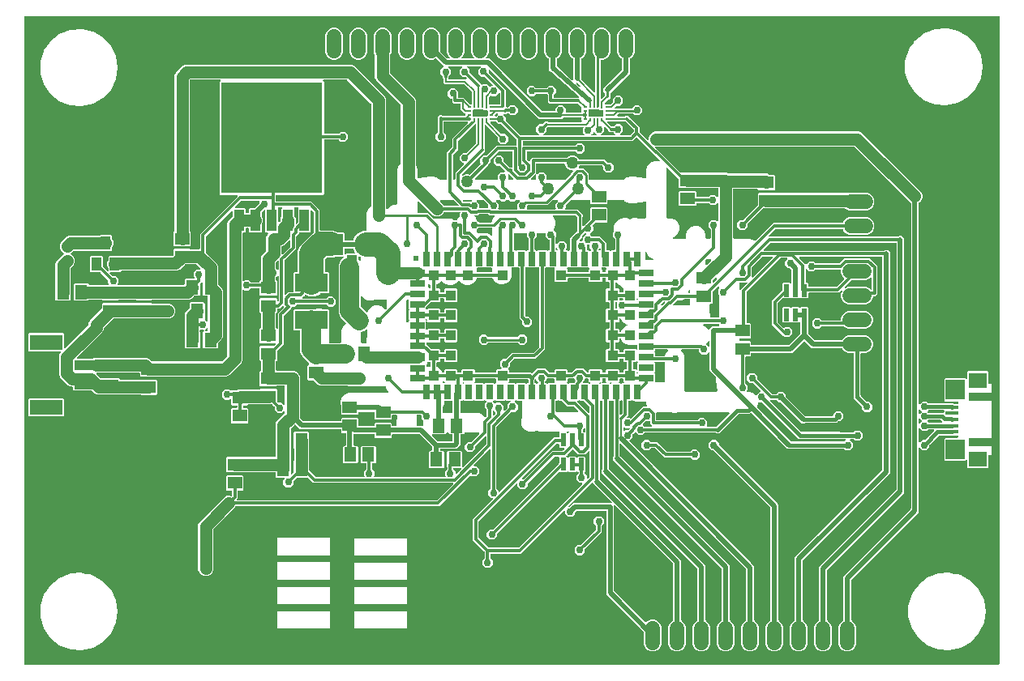
<source format=gbr>
G04 EAGLE Gerber RS-274X export*
G75*
%MOMM*%
%FSLAX34Y34*%
%LPD*%
%INTop Copper*%
%IPPOS*%
%AMOC8*
5,1,8,0,0,1.08239X$1,22.5*%
G01*
%ADD10R,1.016000X2.286000*%
%ADD11R,10.591800X11.633200*%
%ADD12R,2.000000X2.100000*%
%ADD13R,1.900000X1.600000*%
%ADD14R,1.350000X0.400000*%
%ADD15R,1.050000X2.200000*%
%ADD16R,1.050000X1.000000*%
%ADD17R,0.250000X0.550000*%
%ADD18R,0.250000X0.450000*%
%ADD19R,0.450000X0.250000*%
%ADD20R,4.600000X1.000000*%
%ADD21R,3.400000X1.600000*%
%ADD22C,1.270000*%
%ADD23R,1.500000X1.300000*%
%ADD24R,1.000000X1.400000*%
%ADD25R,0.800000X0.800000*%
%ADD26R,1.300000X1.500000*%
%ADD27R,3.400000X1.900000*%
%ADD28R,0.599441X0.599441*%
%ADD29R,1.501141X0.800100*%
%ADD30R,1.501141X0.899159*%
%ADD31R,0.800100X1.501141*%
%ADD32R,1.099819X1.099819*%
%ADD33C,1.524000*%
%ADD34R,0.558800X1.320800*%
%ADD35C,0.304800*%
%ADD36C,1.270000*%
%ADD37C,2.540000*%
%ADD38C,0.508000*%
%ADD39C,0.756400*%
%ADD40C,0.203200*%
%ADD41C,0.406400*%
%ADD42C,0.254000*%
%ADD43C,2.032000*%

G36*
X1027678Y10477D02*
X1027678Y10477D01*
X1027698Y10481D01*
X1027717Y10478D01*
X1027819Y10500D01*
X1027921Y10517D01*
X1027938Y10526D01*
X1027958Y10531D01*
X1028047Y10584D01*
X1028138Y10632D01*
X1028152Y10647D01*
X1028169Y10657D01*
X1028236Y10736D01*
X1028308Y10811D01*
X1028316Y10829D01*
X1028329Y10844D01*
X1028368Y10940D01*
X1028411Y11034D01*
X1028413Y11053D01*
X1028421Y11072D01*
X1028439Y11239D01*
X1028439Y687578D01*
X1028436Y687598D01*
X1028438Y687617D01*
X1028416Y687719D01*
X1028400Y687821D01*
X1028390Y687838D01*
X1028386Y687858D01*
X1028333Y687947D01*
X1028284Y688038D01*
X1028270Y688052D01*
X1028260Y688069D01*
X1028181Y688136D01*
X1028106Y688208D01*
X1028088Y688216D01*
X1028073Y688229D01*
X1027977Y688268D01*
X1027883Y688311D01*
X1027863Y688313D01*
X1027845Y688321D01*
X1027678Y688339D01*
X10922Y688339D01*
X10902Y688336D01*
X10883Y688338D01*
X10781Y688316D01*
X10679Y688300D01*
X10662Y688290D01*
X10642Y688286D01*
X10553Y688233D01*
X10462Y688184D01*
X10448Y688170D01*
X10431Y688160D01*
X10364Y688081D01*
X10292Y688006D01*
X10284Y687988D01*
X10271Y687973D01*
X10232Y687877D01*
X10189Y687783D01*
X10187Y687763D01*
X10179Y687745D01*
X10161Y687578D01*
X10161Y10925D01*
X10164Y10906D01*
X10162Y10886D01*
X10184Y10784D01*
X10200Y10683D01*
X10210Y10665D01*
X10214Y10645D01*
X10267Y10556D01*
X10316Y10465D01*
X10330Y10451D01*
X10340Y10434D01*
X10419Y10367D01*
X10494Y10296D01*
X10512Y10287D01*
X10527Y10274D01*
X10623Y10236D01*
X10717Y10192D01*
X10737Y10190D01*
X10755Y10183D01*
X10922Y10164D01*
X1027678Y10477D01*
G37*
%LPC*%
G36*
X664681Y24135D02*
X664681Y24135D01*
X661320Y25527D01*
X658747Y28100D01*
X657355Y31461D01*
X657355Y43981D01*
X657341Y44071D01*
X657333Y44162D01*
X657321Y44192D01*
X657316Y44224D01*
X657273Y44304D01*
X657237Y44388D01*
X657211Y44420D01*
X657200Y44441D01*
X657177Y44463D01*
X657132Y44519D01*
X617845Y83806D01*
X617845Y170254D01*
X617842Y170274D01*
X617844Y170293D01*
X617822Y170395D01*
X617806Y170497D01*
X617796Y170514D01*
X617792Y170534D01*
X617739Y170623D01*
X617690Y170714D01*
X617676Y170728D01*
X617666Y170745D01*
X617587Y170812D01*
X617512Y170884D01*
X617494Y170892D01*
X617479Y170905D01*
X617383Y170944D01*
X617289Y170987D01*
X617269Y170989D01*
X617251Y170997D01*
X617084Y171015D01*
X587079Y171015D01*
X586989Y171001D01*
X586898Y170993D01*
X586868Y170981D01*
X586836Y170976D01*
X586756Y170933D01*
X586672Y170897D01*
X586640Y170871D01*
X586619Y170860D01*
X586597Y170837D01*
X586541Y170792D01*
X585530Y169781D01*
X585484Y169718D01*
X585461Y169693D01*
X585456Y169684D01*
X585417Y169638D01*
X585405Y169608D01*
X585386Y169582D01*
X585359Y169495D01*
X585325Y169410D01*
X585321Y169369D01*
X585314Y169346D01*
X585315Y169314D01*
X585307Y169243D01*
X585307Y167802D01*
X582198Y164693D01*
X577802Y164693D01*
X574693Y167802D01*
X574693Y170780D01*
X574682Y170851D01*
X574680Y170922D01*
X574662Y170971D01*
X574654Y171023D01*
X574620Y171086D01*
X574595Y171153D01*
X574563Y171194D01*
X574538Y171240D01*
X574486Y171289D01*
X574442Y171345D01*
X574398Y171374D01*
X574360Y171409D01*
X574295Y171440D01*
X574235Y171478D01*
X574184Y171491D01*
X574137Y171513D01*
X574066Y171521D01*
X573996Y171538D01*
X573944Y171534D01*
X573893Y171540D01*
X573822Y171525D01*
X573751Y171519D01*
X573703Y171499D01*
X573652Y171488D01*
X573591Y171451D01*
X573525Y171423D01*
X573469Y171378D01*
X573441Y171362D01*
X573426Y171344D01*
X573394Y171318D01*
X528473Y126397D01*
X497586Y126397D01*
X497566Y126394D01*
X497547Y126396D01*
X497445Y126374D01*
X497343Y126358D01*
X497326Y126348D01*
X497306Y126344D01*
X497217Y126291D01*
X497126Y126242D01*
X497112Y126228D01*
X497095Y126218D01*
X497028Y126139D01*
X496956Y126064D01*
X496948Y126046D01*
X496935Y126031D01*
X496896Y125935D01*
X496853Y125841D01*
X496851Y125821D01*
X496843Y125803D01*
X496825Y125636D01*
X496825Y121931D01*
X496839Y121841D01*
X496847Y121750D01*
X496859Y121721D01*
X496864Y121689D01*
X496907Y121608D01*
X496943Y121524D01*
X496969Y121492D01*
X496980Y121471D01*
X497003Y121449D01*
X497048Y121393D01*
X499083Y119358D01*
X499083Y114962D01*
X495974Y111853D01*
X491578Y111853D01*
X488469Y114962D01*
X488469Y119358D01*
X490504Y121393D01*
X490557Y121467D01*
X490617Y121537D01*
X490629Y121567D01*
X490648Y121593D01*
X490675Y121680D01*
X490709Y121765D01*
X490713Y121806D01*
X490720Y121828D01*
X490719Y121860D01*
X490727Y121931D01*
X490727Y127868D01*
X490713Y127958D01*
X490705Y128049D01*
X490693Y128079D01*
X490688Y128111D01*
X490645Y128191D01*
X490609Y128275D01*
X490583Y128307D01*
X490572Y128328D01*
X490549Y128350D01*
X490504Y128406D01*
X478441Y140469D01*
X478441Y162713D01*
X499122Y183394D01*
X499164Y183452D01*
X499213Y183504D01*
X499235Y183551D01*
X499266Y183593D01*
X499287Y183662D01*
X499317Y183727D01*
X499323Y183779D01*
X499338Y183829D01*
X499336Y183900D01*
X499344Y183971D01*
X499333Y184022D01*
X499332Y184074D01*
X499307Y184142D01*
X499292Y184212D01*
X499265Y184257D01*
X499247Y184305D01*
X499202Y184361D01*
X499166Y184423D01*
X499126Y184457D01*
X499094Y184497D01*
X499033Y184536D01*
X498979Y184583D01*
X498930Y184602D01*
X498887Y184630D01*
X498817Y184648D01*
X498751Y184675D01*
X498679Y184683D01*
X498648Y184691D01*
X498625Y184689D01*
X498584Y184693D01*
X497802Y184693D01*
X494693Y187802D01*
X494693Y192198D01*
X496728Y194233D01*
X496781Y194307D01*
X496841Y194377D01*
X496853Y194407D01*
X496872Y194433D01*
X496899Y194520D01*
X496933Y194605D01*
X496937Y194646D01*
X496944Y194668D01*
X496943Y194700D01*
X496951Y194771D01*
X496951Y234770D01*
X496940Y234841D01*
X496938Y234912D01*
X496920Y234961D01*
X496912Y235013D01*
X496878Y235076D01*
X496853Y235143D01*
X496821Y235184D01*
X496796Y235230D01*
X496745Y235279D01*
X496700Y235335D01*
X496656Y235364D01*
X496618Y235399D01*
X496553Y235430D01*
X496493Y235468D01*
X496442Y235481D01*
X496395Y235503D01*
X496324Y235511D01*
X496254Y235528D01*
X496202Y235524D01*
X496151Y235530D01*
X496080Y235515D01*
X496009Y235509D01*
X495961Y235489D01*
X495910Y235478D01*
X495849Y235441D01*
X495783Y235413D01*
X495727Y235368D01*
X495699Y235352D01*
X495684Y235334D01*
X495652Y235308D01*
X479548Y219204D01*
X479506Y219146D01*
X479457Y219094D01*
X479435Y219047D01*
X479404Y219005D01*
X479383Y218936D01*
X479353Y218871D01*
X479347Y218819D01*
X479332Y218769D01*
X479334Y218698D01*
X479326Y218627D01*
X479337Y218576D01*
X479338Y218524D01*
X479363Y218456D01*
X479378Y218386D01*
X479405Y218342D01*
X479423Y218293D01*
X479468Y218237D01*
X479504Y218175D01*
X479544Y218141D01*
X479576Y218101D01*
X479637Y218062D01*
X479691Y218015D01*
X479740Y217996D01*
X479783Y217968D01*
X479853Y217950D01*
X479919Y217923D01*
X479991Y217915D01*
X480022Y217907D01*
X480045Y217909D01*
X480086Y217905D01*
X482258Y217905D01*
X485367Y214796D01*
X485367Y210400D01*
X482258Y207291D01*
X477862Y207291D01*
X476716Y208438D01*
X476699Y208449D01*
X476687Y208465D01*
X476600Y208521D01*
X476516Y208581D01*
X476497Y208587D01*
X476480Y208598D01*
X476380Y208623D01*
X476281Y208653D01*
X476261Y208653D01*
X476242Y208658D01*
X476139Y208650D01*
X476035Y208647D01*
X476016Y208640D01*
X475996Y208639D01*
X475902Y208598D01*
X475804Y208563D01*
X475788Y208550D01*
X475770Y208542D01*
X475639Y208438D01*
X445232Y178030D01*
X443223Y176021D01*
X231289Y176021D01*
X231175Y176002D01*
X231058Y175985D01*
X231053Y175983D01*
X231047Y175982D01*
X230944Y175927D01*
X230839Y175874D01*
X230835Y175869D01*
X230829Y175866D01*
X230749Y175782D01*
X230667Y175698D01*
X230663Y175692D01*
X230660Y175688D01*
X230652Y175671D01*
X230586Y175551D01*
X230196Y174609D01*
X207554Y151967D01*
X207501Y151893D01*
X207441Y151824D01*
X207429Y151794D01*
X207410Y151767D01*
X207383Y151680D01*
X207349Y151596D01*
X207345Y151555D01*
X207338Y151532D01*
X207339Y151500D01*
X207331Y151429D01*
X207331Y109592D01*
X206132Y106697D01*
X203917Y104482D01*
X201022Y103283D01*
X197890Y103283D01*
X194995Y104482D01*
X192780Y106697D01*
X191581Y109592D01*
X191581Y156572D01*
X192780Y159467D01*
X219059Y185746D01*
X221954Y186945D01*
X225086Y186945D01*
X225899Y186608D01*
X225943Y186598D01*
X225985Y186578D01*
X226062Y186570D01*
X226138Y186552D01*
X226184Y186556D01*
X226229Y186551D01*
X226306Y186568D01*
X226383Y186575D01*
X226425Y186594D01*
X226470Y186604D01*
X226537Y186643D01*
X226608Y186675D01*
X226642Y186706D01*
X226681Y186730D01*
X226732Y186789D01*
X226789Y186842D01*
X226811Y186882D01*
X226841Y186917D01*
X226870Y186989D01*
X226907Y187057D01*
X226916Y187102D01*
X226933Y187145D01*
X226948Y187281D01*
X226951Y187299D01*
X226950Y187304D01*
X226951Y187312D01*
X226951Y191714D01*
X226948Y191734D01*
X226950Y191753D01*
X226928Y191855D01*
X226912Y191957D01*
X226902Y191974D01*
X226898Y191994D01*
X226845Y192083D01*
X226796Y192174D01*
X226782Y192188D01*
X226772Y192205D01*
X226693Y192272D01*
X226618Y192344D01*
X226600Y192352D01*
X226585Y192365D01*
X226489Y192404D01*
X226395Y192447D01*
X226375Y192449D01*
X226357Y192457D01*
X226190Y192475D01*
X221868Y192475D01*
X220975Y193368D01*
X220975Y207632D01*
X221868Y208525D01*
X238132Y208525D01*
X239025Y207632D01*
X239025Y193368D01*
X238132Y192475D01*
X233810Y192475D01*
X233790Y192472D01*
X233771Y192474D01*
X233669Y192452D01*
X233567Y192436D01*
X233550Y192426D01*
X233530Y192422D01*
X233441Y192369D01*
X233350Y192320D01*
X233336Y192306D01*
X233319Y192296D01*
X233252Y192217D01*
X233180Y192142D01*
X233172Y192124D01*
X233159Y192109D01*
X233120Y192013D01*
X233077Y191919D01*
X233075Y191899D01*
X233067Y191881D01*
X233049Y191714D01*
X233049Y184287D01*
X232180Y183418D01*
X232138Y183360D01*
X232089Y183308D01*
X232067Y183261D01*
X232036Y183219D01*
X232015Y183150D01*
X231985Y183085D01*
X231979Y183033D01*
X231964Y182983D01*
X231966Y182912D01*
X231958Y182841D01*
X231969Y182790D01*
X231970Y182738D01*
X231995Y182670D01*
X232010Y182600D01*
X232037Y182555D01*
X232055Y182507D01*
X232100Y182451D01*
X232136Y182389D01*
X232176Y182355D01*
X232208Y182315D01*
X232269Y182276D01*
X232323Y182229D01*
X232372Y182210D01*
X232415Y182182D01*
X232485Y182164D01*
X232551Y182137D01*
X232623Y182129D01*
X232654Y182121D01*
X232677Y182123D01*
X232718Y182119D01*
X440382Y182119D01*
X440472Y182133D01*
X440563Y182141D01*
X440593Y182153D01*
X440625Y182158D01*
X440705Y182201D01*
X440789Y182237D01*
X440821Y182263D01*
X440842Y182274D01*
X440864Y182297D01*
X440920Y182342D01*
X457684Y199106D01*
X457726Y199164D01*
X457775Y199216D01*
X457797Y199263D01*
X457828Y199305D01*
X457849Y199374D01*
X457879Y199439D01*
X457885Y199491D01*
X457900Y199541D01*
X457898Y199612D01*
X457906Y199683D01*
X457895Y199734D01*
X457894Y199786D01*
X457869Y199854D01*
X457854Y199924D01*
X457827Y199969D01*
X457809Y200017D01*
X457764Y200073D01*
X457728Y200135D01*
X457688Y200169D01*
X457656Y200209D01*
X457595Y200248D01*
X457541Y200295D01*
X457492Y200314D01*
X457449Y200342D01*
X457379Y200360D01*
X457313Y200387D01*
X457241Y200395D01*
X457210Y200403D01*
X457187Y200401D01*
X457146Y200405D01*
X311919Y200405D01*
X306572Y205752D01*
X306498Y205805D01*
X306429Y205865D01*
X306399Y205877D01*
X306372Y205896D01*
X306285Y205923D01*
X306201Y205957D01*
X306160Y205961D01*
X306137Y205968D01*
X306105Y205967D01*
X306034Y205975D01*
X295184Y205975D01*
X295094Y205961D01*
X295003Y205953D01*
X294973Y205941D01*
X294941Y205936D01*
X294861Y205893D01*
X294777Y205857D01*
X294745Y205831D01*
X294724Y205820D01*
X294702Y205797D01*
X294646Y205752D01*
X291280Y202386D01*
X291227Y202312D01*
X291167Y202243D01*
X291155Y202213D01*
X291136Y202186D01*
X291109Y202099D01*
X291075Y202015D01*
X291071Y201974D01*
X291064Y201951D01*
X291065Y201919D01*
X291057Y201848D01*
X291057Y198970D01*
X287948Y195861D01*
X283552Y195861D01*
X280443Y198970D01*
X280443Y203366D01*
X281753Y204676D01*
X281795Y204734D01*
X281844Y204786D01*
X281866Y204833D01*
X281896Y204875D01*
X281918Y204944D01*
X281948Y205009D01*
X281953Y205061D01*
X281969Y205111D01*
X281967Y205182D01*
X281975Y205253D01*
X281964Y205304D01*
X281962Y205356D01*
X281938Y205424D01*
X281923Y205494D01*
X281896Y205539D01*
X281878Y205587D01*
X281833Y205643D01*
X281796Y205705D01*
X281757Y205739D01*
X281724Y205779D01*
X281664Y205818D01*
X281609Y205865D01*
X281561Y205884D01*
X281517Y205912D01*
X281448Y205930D01*
X281381Y205957D01*
X281310Y205965D01*
X281279Y205973D01*
X281256Y205971D01*
X281215Y205975D01*
X273368Y205975D01*
X272475Y206868D01*
X272475Y210864D01*
X272472Y210884D01*
X272474Y210903D01*
X272452Y211005D01*
X272436Y211107D01*
X272426Y211124D01*
X272422Y211144D01*
X272369Y211233D01*
X272320Y211324D01*
X272306Y211338D01*
X272296Y211355D01*
X272217Y211422D01*
X272142Y211494D01*
X272124Y211502D01*
X272109Y211515D01*
X272013Y211554D01*
X271919Y211597D01*
X271899Y211599D01*
X271881Y211607D01*
X271714Y211625D01*
X238597Y211625D01*
X238507Y211611D01*
X238416Y211603D01*
X238386Y211591D01*
X238354Y211586D01*
X238273Y211543D01*
X238190Y211507D01*
X238157Y211481D01*
X238146Y211475D01*
X221868Y211475D01*
X220975Y212368D01*
X220975Y226632D01*
X221868Y227525D01*
X238156Y227525D01*
X238202Y227485D01*
X238232Y227473D01*
X238258Y227454D01*
X238345Y227427D01*
X238430Y227393D01*
X238471Y227389D01*
X238493Y227382D01*
X238526Y227383D01*
X238597Y227375D01*
X271864Y227375D01*
X271884Y227378D01*
X271903Y227376D01*
X272005Y227398D01*
X272107Y227414D01*
X272124Y227424D01*
X272144Y227428D01*
X272233Y227481D01*
X272324Y227530D01*
X272338Y227544D01*
X272355Y227554D01*
X272422Y227633D01*
X272494Y227708D01*
X272502Y227726D01*
X272515Y227741D01*
X272554Y227837D01*
X272597Y227931D01*
X272599Y227951D01*
X272607Y227969D01*
X272625Y228136D01*
X272625Y236403D01*
X272611Y236493D01*
X272603Y236584D01*
X272591Y236614D01*
X272586Y236646D01*
X272543Y236726D01*
X272507Y236811D01*
X272481Y236843D01*
X272475Y236854D01*
X272475Y253156D01*
X272515Y253202D01*
X272527Y253232D01*
X272546Y253258D01*
X272573Y253345D01*
X272607Y253430D01*
X272611Y253471D01*
X272618Y253493D01*
X272617Y253526D01*
X272625Y253597D01*
X272625Y262066D01*
X273824Y264961D01*
X281902Y273039D01*
X281947Y273102D01*
X281973Y273129D01*
X281978Y273139D01*
X282015Y273182D01*
X282027Y273212D01*
X282046Y273239D01*
X282073Y273326D01*
X282107Y273410D01*
X282111Y273451D01*
X282118Y273474D01*
X282117Y273506D01*
X282125Y273577D01*
X282125Y275069D01*
X282114Y275139D01*
X282112Y275211D01*
X282094Y275260D01*
X282086Y275311D01*
X282052Y275375D01*
X282027Y275442D01*
X281995Y275483D01*
X281970Y275529D01*
X281918Y275578D01*
X281874Y275634D01*
X281830Y275662D01*
X281792Y275698D01*
X281727Y275728D01*
X281667Y275767D01*
X281616Y275780D01*
X281569Y275802D01*
X281498Y275810D01*
X281428Y275827D01*
X281376Y275823D01*
X281325Y275829D01*
X281254Y275814D01*
X281183Y275808D01*
X281135Y275788D01*
X281084Y275777D01*
X281023Y275740D01*
X280957Y275712D01*
X280901Y275667D01*
X280873Y275650D01*
X280858Y275633D01*
X280826Y275607D01*
X278804Y273585D01*
X274408Y273585D01*
X271299Y276694D01*
X271299Y279933D01*
X271285Y280023D01*
X271277Y280114D01*
X271265Y280144D01*
X271260Y280176D01*
X271217Y280256D01*
X271181Y280340D01*
X271155Y280372D01*
X271144Y280393D01*
X271121Y280415D01*
X271076Y280471D01*
X269295Y282252D01*
X269221Y282305D01*
X269152Y282365D01*
X269122Y282377D01*
X269096Y282396D01*
X269009Y282423D01*
X268924Y282457D01*
X268883Y282461D01*
X268861Y282468D01*
X268828Y282467D01*
X268757Y282475D01*
X256844Y282475D01*
X256798Y282515D01*
X256768Y282527D01*
X256742Y282546D01*
X256655Y282573D01*
X256570Y282607D01*
X256529Y282611D01*
X256507Y282618D01*
X256474Y282617D01*
X256403Y282625D01*
X244597Y282625D01*
X244507Y282611D01*
X244416Y282603D01*
X244386Y282591D01*
X244354Y282586D01*
X244273Y282543D01*
X244190Y282507D01*
X244157Y282481D01*
X244137Y282470D01*
X244115Y282447D01*
X244059Y282402D01*
X243132Y281475D01*
X239268Y281475D01*
X239248Y281472D01*
X239229Y281474D01*
X239127Y281452D01*
X239025Y281436D01*
X239008Y281426D01*
X238988Y281422D01*
X238899Y281369D01*
X238808Y281320D01*
X238794Y281306D01*
X238777Y281296D01*
X238710Y281217D01*
X238638Y281142D01*
X238630Y281124D01*
X238617Y281109D01*
X238578Y281013D01*
X238535Y280919D01*
X238533Y280899D01*
X238525Y280881D01*
X238507Y280714D01*
X238507Y279286D01*
X238510Y279266D01*
X238508Y279247D01*
X238530Y279145D01*
X238546Y279043D01*
X238556Y279026D01*
X238560Y279006D01*
X238613Y278917D01*
X238662Y278826D01*
X238676Y278812D01*
X238686Y278795D01*
X238765Y278728D01*
X238840Y278656D01*
X238858Y278648D01*
X238873Y278635D01*
X238969Y278596D01*
X239063Y278553D01*
X239083Y278551D01*
X239101Y278543D01*
X239268Y278525D01*
X243132Y278525D01*
X244025Y277632D01*
X244025Y263368D01*
X243132Y262475D01*
X226868Y262475D01*
X225975Y263368D01*
X225975Y277632D01*
X226868Y278525D01*
X231648Y278525D01*
X231668Y278528D01*
X231687Y278526D01*
X231789Y278548D01*
X231891Y278564D01*
X231908Y278574D01*
X231928Y278578D01*
X232017Y278631D01*
X232108Y278680D01*
X232122Y278694D01*
X232139Y278704D01*
X232206Y278783D01*
X232278Y278858D01*
X232286Y278876D01*
X232299Y278891D01*
X232338Y278987D01*
X232381Y279081D01*
X232383Y279101D01*
X232391Y279119D01*
X232409Y279286D01*
X232409Y280714D01*
X232406Y280734D01*
X232408Y280753D01*
X232386Y280855D01*
X232370Y280957D01*
X232360Y280974D01*
X232356Y280994D01*
X232303Y281083D01*
X232254Y281174D01*
X232240Y281188D01*
X232230Y281205D01*
X232151Y281272D01*
X232076Y281344D01*
X232058Y281352D01*
X232043Y281365D01*
X231947Y281404D01*
X231853Y281447D01*
X231833Y281449D01*
X231815Y281457D01*
X231648Y281475D01*
X226868Y281475D01*
X225975Y282368D01*
X225975Y287499D01*
X225964Y287569D01*
X225962Y287641D01*
X225944Y287690D01*
X225936Y287741D01*
X225902Y287805D01*
X225877Y287872D01*
X225845Y287913D01*
X225820Y287959D01*
X225768Y288008D01*
X225724Y288064D01*
X225680Y288092D01*
X225642Y288128D01*
X225577Y288158D01*
X225517Y288197D01*
X225466Y288210D01*
X225419Y288232D01*
X225348Y288240D01*
X225278Y288257D01*
X225226Y288253D01*
X225175Y288259D01*
X225104Y288244D01*
X225033Y288238D01*
X224985Y288218D01*
X224934Y288207D01*
X224873Y288170D01*
X224807Y288142D01*
X224751Y288097D01*
X224723Y288080D01*
X224708Y288063D01*
X224676Y288037D01*
X223940Y287301D01*
X219544Y287301D01*
X216435Y290410D01*
X216435Y294806D01*
X219544Y297915D01*
X223940Y297915D01*
X225061Y296794D01*
X225077Y296782D01*
X225090Y296767D01*
X225177Y296711D01*
X225261Y296650D01*
X225280Y296644D01*
X225297Y296634D01*
X225397Y296608D01*
X225496Y296578D01*
X225516Y296578D01*
X225535Y296574D01*
X225638Y296582D01*
X225742Y296584D01*
X225760Y296591D01*
X225780Y296593D01*
X225875Y296633D01*
X225973Y296669D01*
X225988Y296681D01*
X226007Y296689D01*
X226138Y296794D01*
X226868Y297525D01*
X232230Y297525D01*
X232295Y297535D01*
X232360Y297536D01*
X232440Y297559D01*
X232473Y297564D01*
X232490Y297574D01*
X232521Y297583D01*
X234434Y298375D01*
X256403Y298375D01*
X256493Y298389D01*
X256584Y298397D01*
X256614Y298409D01*
X256646Y298414D01*
X256727Y298457D01*
X256810Y298493D01*
X256843Y298519D01*
X256854Y298525D01*
X273132Y298525D01*
X274025Y297632D01*
X274025Y285743D01*
X274032Y285698D01*
X274032Y285697D01*
X274033Y285695D01*
X274039Y285653D01*
X274047Y285562D01*
X274059Y285532D01*
X274064Y285500D01*
X274082Y285467D01*
X274084Y285457D01*
X274109Y285416D01*
X274143Y285336D01*
X274169Y285304D01*
X274180Y285283D01*
X274200Y285264D01*
X274211Y285246D01*
X274224Y285234D01*
X274248Y285205D01*
X275031Y284422D01*
X275105Y284369D01*
X275174Y284309D01*
X275204Y284297D01*
X275230Y284278D01*
X275317Y284251D01*
X275402Y284217D01*
X275443Y284213D01*
X275465Y284206D01*
X275498Y284207D01*
X275569Y284199D01*
X278804Y284199D01*
X280826Y282177D01*
X280884Y282135D01*
X280936Y282086D01*
X280983Y282064D01*
X281025Y282034D01*
X281094Y282012D01*
X281159Y281982D01*
X281211Y281977D01*
X281261Y281961D01*
X281332Y281963D01*
X281403Y281955D01*
X281454Y281966D01*
X281506Y281968D01*
X281574Y281992D01*
X281644Y282007D01*
X281689Y282034D01*
X281737Y282052D01*
X281793Y282097D01*
X281855Y282134D01*
X281889Y282173D01*
X281929Y282206D01*
X281968Y282266D01*
X282015Y282321D01*
X282034Y282369D01*
X282062Y282413D01*
X282080Y282482D01*
X282107Y282549D01*
X282115Y282620D01*
X282123Y282651D01*
X282121Y282674D01*
X282125Y282715D01*
X282125Y301364D01*
X282122Y301384D01*
X282124Y301403D01*
X282102Y301505D01*
X282086Y301607D01*
X282076Y301624D01*
X282072Y301644D01*
X282019Y301733D01*
X281970Y301824D01*
X281956Y301838D01*
X281946Y301855D01*
X281867Y301922D01*
X281792Y301994D01*
X281774Y302002D01*
X281759Y302015D01*
X281663Y302054D01*
X281569Y302097D01*
X281549Y302099D01*
X281531Y302107D01*
X281364Y302125D01*
X274097Y302125D01*
X274007Y302111D01*
X273916Y302103D01*
X273886Y302091D01*
X273854Y302086D01*
X273773Y302043D01*
X273690Y302007D01*
X273657Y301981D01*
X273637Y301970D01*
X273615Y301947D01*
X273559Y301902D01*
X273132Y301475D01*
X256868Y301475D01*
X255975Y302368D01*
X255975Y316632D01*
X256902Y317559D01*
X256955Y317633D01*
X257015Y317702D01*
X257027Y317732D01*
X257046Y317758D01*
X257073Y317845D01*
X257107Y317930D01*
X257111Y317971D01*
X257118Y317993D01*
X257117Y318026D01*
X257125Y318097D01*
X257125Y326903D01*
X257111Y326993D01*
X257103Y327084D01*
X257091Y327114D01*
X257086Y327146D01*
X257043Y327227D01*
X257007Y327310D01*
X256981Y327343D01*
X256970Y327363D01*
X256947Y327385D01*
X256902Y327441D01*
X255975Y328368D01*
X255975Y342632D01*
X256868Y343525D01*
X270318Y343525D01*
X270408Y343539D01*
X270499Y343547D01*
X270529Y343559D01*
X270561Y343564D01*
X270641Y343607D01*
X270725Y343643D01*
X270757Y343669D01*
X270778Y343680D01*
X270800Y343703D01*
X270856Y343748D01*
X272284Y345176D01*
X272326Y345234D01*
X272375Y345286D01*
X272397Y345333D01*
X272428Y345375D01*
X272449Y345444D01*
X272479Y345509D01*
X272485Y345561D01*
X272500Y345611D01*
X272498Y345682D01*
X272506Y345753D01*
X272495Y345804D01*
X272494Y345856D01*
X272469Y345924D01*
X272454Y345994D01*
X272427Y346038D01*
X272409Y346087D01*
X272364Y346143D01*
X272328Y346205D01*
X272288Y346239D01*
X272256Y346279D01*
X272195Y346318D01*
X272141Y346365D01*
X272092Y346384D01*
X272049Y346412D01*
X271979Y346430D01*
X271913Y346457D01*
X271841Y346465D01*
X271810Y346473D01*
X271787Y346471D01*
X271746Y346475D01*
X256868Y346475D01*
X255975Y347368D01*
X255975Y361632D01*
X256902Y362559D01*
X256955Y362633D01*
X257015Y362702D01*
X257027Y362732D01*
X257046Y362758D01*
X257073Y362845D01*
X257107Y362930D01*
X257111Y362971D01*
X257118Y362993D01*
X257117Y363026D01*
X257125Y363097D01*
X257125Y376903D01*
X257111Y376993D01*
X257103Y377084D01*
X257091Y377114D01*
X257086Y377146D01*
X257043Y377227D01*
X257007Y377310D01*
X256981Y377343D01*
X256970Y377363D01*
X256947Y377385D01*
X256902Y377441D01*
X255975Y378368D01*
X255975Y392632D01*
X256868Y393525D01*
X273132Y393525D01*
X274025Y392632D01*
X274025Y390174D01*
X274037Y390101D01*
X274039Y390026D01*
X274057Y389980D01*
X274064Y389931D01*
X274099Y389866D01*
X274125Y389796D01*
X274157Y389757D01*
X274180Y389714D01*
X274234Y389663D01*
X274281Y389605D01*
X274322Y389578D01*
X274358Y389545D01*
X274426Y389513D01*
X274489Y389473D01*
X274536Y389462D01*
X274581Y389441D01*
X274655Y389433D01*
X274728Y389415D01*
X274777Y389419D01*
X274825Y389414D01*
X274898Y389430D01*
X274973Y389436D01*
X275018Y389456D01*
X275066Y389466D01*
X275130Y389504D01*
X275198Y389534D01*
X275250Y389576D01*
X275277Y389592D01*
X275278Y389594D01*
X275279Y389594D01*
X275294Y389612D01*
X275328Y389640D01*
X275330Y389642D01*
X275381Y389714D01*
X275439Y389781D01*
X275452Y389814D01*
X275472Y389843D01*
X275498Y389928D01*
X275531Y390009D01*
X275536Y390054D01*
X275543Y390078D01*
X275542Y390110D01*
X275549Y390176D01*
X275549Y416207D01*
X275538Y416277D01*
X275536Y416349D01*
X275518Y416398D01*
X275510Y416449D01*
X275476Y416513D01*
X275451Y416580D01*
X275419Y416621D01*
X275394Y416667D01*
X275342Y416716D01*
X275298Y416772D01*
X275254Y416800D01*
X275216Y416836D01*
X275151Y416866D01*
X275091Y416905D01*
X275040Y416918D01*
X274993Y416940D01*
X274922Y416948D01*
X274852Y416965D01*
X274800Y416961D01*
X274749Y416967D01*
X274678Y416952D01*
X274607Y416946D01*
X274559Y416926D01*
X274508Y416915D01*
X274447Y416878D01*
X274381Y416850D01*
X274325Y416805D01*
X274297Y416788D01*
X274282Y416771D01*
X274250Y416745D01*
X273098Y415593D01*
X273045Y415519D01*
X272985Y415449D01*
X272973Y415419D01*
X272954Y415393D01*
X272927Y415306D01*
X272893Y415221D01*
X272889Y415180D01*
X272882Y415158D01*
X272883Y415126D01*
X272875Y415055D01*
X272875Y413097D01*
X272889Y413007D01*
X272897Y412916D01*
X272909Y412886D01*
X272914Y412854D01*
X272957Y412773D01*
X272993Y412690D01*
X273019Y412657D01*
X273030Y412637D01*
X273053Y412615D01*
X273098Y412559D01*
X274025Y411632D01*
X274025Y397368D01*
X273132Y396475D01*
X256868Y396475D01*
X255975Y397368D01*
X255975Y403098D01*
X255972Y403118D01*
X255974Y403137D01*
X255952Y403239D01*
X255936Y403341D01*
X255926Y403358D01*
X255922Y403378D01*
X255869Y403467D01*
X255820Y403558D01*
X255806Y403572D01*
X255796Y403589D01*
X255717Y403656D01*
X255642Y403728D01*
X255624Y403736D01*
X255609Y403749D01*
X255513Y403788D01*
X255419Y403831D01*
X255399Y403833D01*
X255381Y403841D01*
X255214Y403859D01*
X247087Y403859D01*
X246997Y403845D01*
X246906Y403837D01*
X246877Y403825D01*
X246845Y403820D01*
X246764Y403777D01*
X246680Y403741D01*
X246648Y403715D01*
X246627Y403704D01*
X246605Y403681D01*
X246549Y403636D01*
X244514Y401601D01*
X240118Y401601D01*
X239174Y402545D01*
X239116Y402587D01*
X239064Y402636D01*
X239017Y402658D01*
X238975Y402688D01*
X238906Y402710D01*
X238841Y402740D01*
X238789Y402745D01*
X238739Y402761D01*
X238668Y402759D01*
X238597Y402767D01*
X238546Y402756D01*
X238494Y402754D01*
X238426Y402730D01*
X238356Y402715D01*
X238311Y402688D01*
X238263Y402670D01*
X238207Y402625D01*
X238145Y402588D01*
X238111Y402549D01*
X238071Y402516D01*
X238032Y402456D01*
X237985Y402401D01*
X237966Y402353D01*
X237938Y402309D01*
X237920Y402240D01*
X237893Y402173D01*
X237885Y402102D01*
X237877Y402071D01*
X237879Y402048D01*
X237875Y402007D01*
X237875Y328434D01*
X236676Y325539D01*
X223961Y312824D01*
X221066Y311625D01*
X148597Y311625D01*
X148507Y311611D01*
X148416Y311603D01*
X148386Y311591D01*
X148354Y311586D01*
X148273Y311543D01*
X148190Y311507D01*
X148157Y311481D01*
X148146Y311475D01*
X131868Y311475D01*
X130975Y312368D01*
X130975Y314864D01*
X130972Y314884D01*
X130974Y314903D01*
X130952Y315005D01*
X130936Y315107D01*
X130926Y315124D01*
X130922Y315144D01*
X130869Y315233D01*
X130820Y315324D01*
X130806Y315338D01*
X130796Y315355D01*
X130717Y315422D01*
X130642Y315494D01*
X130624Y315502D01*
X130609Y315515D01*
X130513Y315554D01*
X130419Y315597D01*
X130399Y315599D01*
X130381Y315607D01*
X130214Y315625D01*
X85949Y315625D01*
X85878Y315614D01*
X85807Y315612D01*
X85758Y315594D01*
X85706Y315586D01*
X85643Y315552D01*
X85576Y315527D01*
X85535Y315495D01*
X85489Y315470D01*
X85440Y315418D01*
X85384Y315374D01*
X85355Y315330D01*
X85320Y315292D01*
X85289Y315227D01*
X85251Y315167D01*
X85238Y315116D01*
X85216Y315069D01*
X85208Y314998D01*
X85191Y314928D01*
X85195Y314876D01*
X85189Y314825D01*
X85204Y314754D01*
X85210Y314683D01*
X85230Y314635D01*
X85241Y314584D01*
X85278Y314523D01*
X85306Y314457D01*
X85351Y314401D01*
X85367Y314373D01*
X85385Y314358D01*
X85411Y314326D01*
X86107Y313630D01*
X86107Y313629D01*
X89489Y310248D01*
X89563Y310195D01*
X89632Y310135D01*
X89662Y310123D01*
X89689Y310104D01*
X89776Y310077D01*
X89860Y310043D01*
X89901Y310039D01*
X89924Y310032D01*
X89956Y310033D01*
X90027Y310025D01*
X108732Y310025D01*
X109626Y309131D01*
X109628Y309116D01*
X109626Y309097D01*
X109648Y308995D01*
X109664Y308893D01*
X109674Y308876D01*
X109678Y308856D01*
X109731Y308767D01*
X109780Y308676D01*
X109794Y308662D01*
X109804Y308645D01*
X109883Y308578D01*
X109958Y308506D01*
X109976Y308498D01*
X109991Y308485D01*
X110087Y308446D01*
X110181Y308403D01*
X110201Y308401D01*
X110219Y308393D01*
X110386Y308375D01*
X131403Y308375D01*
X131493Y308389D01*
X131584Y308397D01*
X131614Y308409D01*
X131646Y308414D01*
X131727Y308457D01*
X131810Y308493D01*
X131843Y308519D01*
X131854Y308525D01*
X148132Y308525D01*
X149025Y307632D01*
X149025Y293368D01*
X148132Y292475D01*
X131844Y292475D01*
X131798Y292515D01*
X131768Y292527D01*
X131742Y292546D01*
X131655Y292573D01*
X131570Y292607D01*
X131529Y292611D01*
X131507Y292618D01*
X131474Y292617D01*
X131403Y292625D01*
X86534Y292625D01*
X83639Y293824D01*
X80711Y296752D01*
X80637Y296805D01*
X80568Y296865D01*
X80538Y296877D01*
X80511Y296896D01*
X80424Y296923D01*
X80340Y296957D01*
X80299Y296961D01*
X80276Y296968D01*
X80244Y296967D01*
X80173Y296975D01*
X61468Y296975D01*
X60575Y297868D01*
X60575Y300640D01*
X60572Y300660D01*
X60574Y300679D01*
X60552Y300781D01*
X60536Y300883D01*
X60526Y300900D01*
X60522Y300920D01*
X60469Y301009D01*
X60420Y301100D01*
X60406Y301114D01*
X60396Y301131D01*
X60317Y301198D01*
X60242Y301270D01*
X60224Y301278D01*
X60209Y301291D01*
X60113Y301330D01*
X60019Y301373D01*
X59999Y301375D01*
X59981Y301383D01*
X59814Y301401D01*
X58622Y301401D01*
X55728Y302600D01*
X47550Y310778D01*
X46351Y313672D01*
X46351Y333328D01*
X47550Y336222D01*
X48004Y336676D01*
X48046Y336734D01*
X48095Y336786D01*
X48117Y336833D01*
X48147Y336875D01*
X48168Y336944D01*
X48199Y337009D01*
X48204Y337061D01*
X48220Y337111D01*
X48218Y337182D01*
X48226Y337253D01*
X48215Y337304D01*
X48213Y337356D01*
X48189Y337424D01*
X48173Y337494D01*
X48147Y337539D01*
X48129Y337587D01*
X48084Y337643D01*
X48047Y337705D01*
X48008Y337739D01*
X47975Y337779D01*
X47915Y337818D01*
X47860Y337865D01*
X47812Y337884D01*
X47768Y337912D01*
X47699Y337930D01*
X47632Y337957D01*
X47561Y337965D01*
X47530Y337973D01*
X47506Y337971D01*
X47465Y337975D01*
X15468Y337975D01*
X14575Y338868D01*
X14575Y356132D01*
X15468Y357025D01*
X50732Y357025D01*
X51625Y356132D01*
X51625Y342135D01*
X51636Y342064D01*
X51638Y341992D01*
X51656Y341943D01*
X51664Y341892D01*
X51698Y341828D01*
X51723Y341761D01*
X51755Y341720D01*
X51780Y341674D01*
X51832Y341625D01*
X51876Y341569D01*
X51920Y341541D01*
X51958Y341505D01*
X52023Y341475D01*
X52083Y341436D01*
X52134Y341423D01*
X52181Y341401D01*
X52252Y341394D01*
X52322Y341376D01*
X52374Y341380D01*
X52425Y341374D01*
X52496Y341390D01*
X52567Y341395D01*
X52615Y341416D01*
X52666Y341427D01*
X52727Y341463D01*
X52793Y341491D01*
X52849Y341536D01*
X52877Y341553D01*
X52892Y341571D01*
X52924Y341596D01*
X77002Y365674D01*
X77055Y365748D01*
X77115Y365818D01*
X77127Y365848D01*
X77146Y365874D01*
X77173Y365961D01*
X77207Y366046D01*
X77211Y366087D01*
X77218Y366109D01*
X77217Y366141D01*
X77225Y366213D01*
X77225Y367166D01*
X78424Y370061D01*
X90752Y382389D01*
X90805Y382463D01*
X90865Y382532D01*
X90877Y382562D01*
X90896Y382589D01*
X90923Y382676D01*
X90957Y382760D01*
X90961Y382801D01*
X90968Y382824D01*
X90967Y382856D01*
X90975Y382927D01*
X90975Y387632D01*
X91868Y388525D01*
X108156Y388525D01*
X108202Y388485D01*
X108232Y388473D01*
X108258Y388454D01*
X108345Y388427D01*
X108430Y388393D01*
X108471Y388389D01*
X108493Y388382D01*
X108526Y388383D01*
X108597Y388375D01*
X126403Y388375D01*
X126493Y388389D01*
X126584Y388397D01*
X126614Y388409D01*
X126646Y388414D01*
X126727Y388457D01*
X126810Y388493D01*
X126843Y388519D01*
X126854Y388525D01*
X143132Y388525D01*
X143559Y388098D01*
X143633Y388045D01*
X143702Y387985D01*
X143732Y387973D01*
X143758Y387954D01*
X143845Y387927D01*
X143930Y387893D01*
X143971Y387889D01*
X143993Y387882D01*
X144026Y387883D01*
X144097Y387875D01*
X161566Y387875D01*
X164461Y386676D01*
X166676Y384461D01*
X167875Y381566D01*
X167875Y378434D01*
X166676Y375539D01*
X164461Y373324D01*
X161566Y372125D01*
X133934Y372125D01*
X133229Y372417D01*
X133165Y372432D01*
X133104Y372457D01*
X133021Y372466D01*
X132989Y372473D01*
X132970Y372472D01*
X132937Y372475D01*
X126844Y372475D01*
X126798Y372515D01*
X126768Y372527D01*
X126742Y372546D01*
X126655Y372573D01*
X126570Y372607D01*
X126529Y372611D01*
X126507Y372618D01*
X126474Y372617D01*
X126403Y372625D01*
X108597Y372625D01*
X108507Y372611D01*
X108416Y372603D01*
X108386Y372591D01*
X108354Y372586D01*
X108274Y372543D01*
X108189Y372507D01*
X108157Y372481D01*
X108146Y372475D01*
X103427Y372475D01*
X103337Y372461D01*
X103246Y372453D01*
X103216Y372441D01*
X103184Y372436D01*
X103104Y372393D01*
X103020Y372357D01*
X102988Y372331D01*
X102967Y372320D01*
X102945Y372297D01*
X102889Y372252D01*
X93198Y362561D01*
X93145Y362487D01*
X93085Y362418D01*
X93073Y362388D01*
X93054Y362361D01*
X93027Y362274D01*
X92993Y362190D01*
X92989Y362149D01*
X92982Y362126D01*
X92983Y362094D01*
X92975Y362023D01*
X92975Y361069D01*
X91776Y358175D01*
X64925Y331324D01*
X64883Y331266D01*
X64834Y331214D01*
X64812Y331167D01*
X64782Y331125D01*
X64761Y331056D01*
X64730Y330991D01*
X64725Y330939D01*
X64709Y330889D01*
X64711Y330818D01*
X64703Y330747D01*
X64714Y330696D01*
X64716Y330644D01*
X64740Y330576D01*
X64756Y330506D01*
X64782Y330461D01*
X64800Y330413D01*
X64845Y330357D01*
X64882Y330295D01*
X64921Y330261D01*
X64954Y330221D01*
X65014Y330182D01*
X65069Y330135D01*
X65117Y330116D01*
X65161Y330088D01*
X65230Y330070D01*
X65297Y330043D01*
X65368Y330035D01*
X65399Y330027D01*
X65423Y330029D01*
X65464Y330025D01*
X80173Y330025D01*
X80263Y330039D01*
X80354Y330047D01*
X80384Y330059D01*
X80416Y330064D01*
X80496Y330107D01*
X80581Y330143D01*
X80602Y330161D01*
X83534Y331375D01*
X137566Y331375D01*
X140461Y330176D01*
X142889Y327748D01*
X142963Y327695D01*
X143032Y327635D01*
X143062Y327623D01*
X143089Y327604D01*
X143176Y327577D01*
X143260Y327543D01*
X143301Y327539D01*
X143324Y327532D01*
X143356Y327533D01*
X143427Y327525D01*
X148156Y327525D01*
X148202Y327485D01*
X148232Y327473D01*
X148258Y327454D01*
X148345Y327427D01*
X148430Y327393D01*
X148471Y327389D01*
X148493Y327382D01*
X148526Y327383D01*
X148597Y327375D01*
X215923Y327375D01*
X216013Y327389D01*
X216104Y327397D01*
X216134Y327409D01*
X216166Y327414D01*
X216246Y327457D01*
X216330Y327493D01*
X216362Y327519D01*
X216383Y327530D01*
X216405Y327553D01*
X216461Y327598D01*
X221902Y333039D01*
X221955Y333113D01*
X222015Y333182D01*
X222027Y333212D01*
X222046Y333239D01*
X222073Y333326D01*
X222107Y333410D01*
X222111Y333451D01*
X222118Y333474D01*
X222117Y333506D01*
X222125Y333577D01*
X222125Y471896D01*
X223324Y474791D01*
X227636Y479103D01*
X227689Y479177D01*
X227749Y479246D01*
X227761Y479276D01*
X227780Y479303D01*
X227807Y479390D01*
X227841Y479474D01*
X227845Y479515D01*
X227852Y479538D01*
X227851Y479570D01*
X227859Y479641D01*
X227859Y484600D01*
X227848Y484671D01*
X227846Y484742D01*
X227828Y484791D01*
X227820Y484843D01*
X227786Y484906D01*
X227761Y484973D01*
X227729Y485014D01*
X227704Y485060D01*
X227652Y485109D01*
X227608Y485165D01*
X227564Y485194D01*
X227526Y485229D01*
X227461Y485260D01*
X227401Y485298D01*
X227350Y485311D01*
X227303Y485333D01*
X227232Y485341D01*
X227162Y485358D01*
X227110Y485354D01*
X227059Y485360D01*
X226988Y485345D01*
X226917Y485339D01*
X226869Y485319D01*
X226818Y485308D01*
X226757Y485271D01*
X226691Y485243D01*
X226635Y485198D01*
X226607Y485182D01*
X226592Y485164D01*
X226560Y485138D01*
X199868Y458446D01*
X199815Y458372D01*
X199755Y458303D01*
X199743Y458273D01*
X199724Y458246D01*
X199697Y458159D01*
X199663Y458075D01*
X199659Y458034D01*
X199652Y458011D01*
X199653Y457979D01*
X199645Y457908D01*
X199645Y441807D01*
X199659Y441717D01*
X199667Y441626D01*
X199679Y441596D01*
X199684Y441564D01*
X199727Y441484D01*
X199763Y441400D01*
X199789Y441368D01*
X199800Y441347D01*
X199823Y441325D01*
X199830Y441316D01*
X199838Y441302D01*
X199847Y441294D01*
X199868Y441269D01*
X211176Y429961D01*
X212375Y427066D01*
X212375Y413597D01*
X212376Y413589D01*
X212376Y413587D01*
X212378Y413577D01*
X212389Y413507D01*
X212397Y413416D01*
X212409Y413386D01*
X212414Y413354D01*
X212457Y413274D01*
X212493Y413189D01*
X212519Y413157D01*
X212525Y413146D01*
X212525Y408427D01*
X212539Y408337D01*
X212547Y408246D01*
X212559Y408216D01*
X212564Y408184D01*
X212607Y408104D01*
X212643Y408020D01*
X212669Y407988D01*
X212680Y407967D01*
X212703Y407945D01*
X212748Y407889D01*
X216176Y404461D01*
X217375Y401566D01*
X217375Y388597D01*
X217389Y388507D01*
X217397Y388416D01*
X217409Y388386D01*
X217414Y388354D01*
X217457Y388273D01*
X217493Y388190D01*
X217519Y388157D01*
X217525Y388146D01*
X217525Y371844D01*
X217485Y371798D01*
X217473Y371768D01*
X217454Y371742D01*
X217427Y371655D01*
X217393Y371570D01*
X217389Y371529D01*
X217382Y371507D01*
X217383Y371474D01*
X217375Y371403D01*
X217375Y353434D01*
X216176Y350539D01*
X212748Y347111D01*
X212695Y347037D01*
X212635Y346968D01*
X212623Y346938D01*
X212604Y346911D01*
X212577Y346824D01*
X212543Y346740D01*
X212539Y346699D01*
X212532Y346676D01*
X212533Y346644D01*
X212525Y346573D01*
X212525Y341868D01*
X211632Y340975D01*
X197368Y340975D01*
X196475Y341868D01*
X196475Y358132D01*
X197497Y359154D01*
X197539Y359212D01*
X197589Y359264D01*
X197611Y359311D01*
X197641Y359353D01*
X197662Y359422D01*
X197692Y359487D01*
X197698Y359539D01*
X197713Y359589D01*
X197711Y359660D01*
X197719Y359731D01*
X197708Y359782D01*
X197707Y359834D01*
X197682Y359902D01*
X197667Y359972D01*
X197640Y360017D01*
X197623Y360065D01*
X197578Y360121D01*
X197541Y360183D01*
X197501Y360217D01*
X197469Y360257D01*
X197409Y360296D01*
X197354Y360343D01*
X197306Y360362D01*
X197262Y360390D01*
X197192Y360408D01*
X197126Y360435D01*
X197055Y360443D01*
X197023Y360451D01*
X197000Y360449D01*
X196959Y360453D01*
X194136Y360453D01*
X194116Y360450D01*
X194097Y360452D01*
X193995Y360430D01*
X193893Y360414D01*
X193876Y360404D01*
X193856Y360400D01*
X193767Y360347D01*
X193676Y360298D01*
X193662Y360284D01*
X193645Y360274D01*
X193578Y360195D01*
X193506Y360120D01*
X193498Y360102D01*
X193485Y360087D01*
X193446Y359991D01*
X193403Y359897D01*
X193401Y359877D01*
X193393Y359859D01*
X193375Y359692D01*
X193375Y358597D01*
X193389Y358507D01*
X193397Y358416D01*
X193409Y358386D01*
X193414Y358354D01*
X193457Y358273D01*
X193493Y358190D01*
X193519Y358157D01*
X193525Y358146D01*
X193525Y341868D01*
X192632Y340975D01*
X178368Y340975D01*
X177475Y341868D01*
X177475Y358156D01*
X177515Y358202D01*
X177527Y358232D01*
X177546Y358258D01*
X177573Y358345D01*
X177607Y358430D01*
X177611Y358471D01*
X177618Y358493D01*
X177617Y358525D01*
X177625Y358597D01*
X177625Y376566D01*
X178824Y379461D01*
X182252Y382889D01*
X182305Y382963D01*
X182365Y383032D01*
X182377Y383062D01*
X182396Y383089D01*
X182423Y383176D01*
X182457Y383260D01*
X182461Y383301D01*
X182468Y383324D01*
X182467Y383356D01*
X182475Y383427D01*
X182475Y388132D01*
X183368Y389025D01*
X197632Y389025D01*
X198525Y388132D01*
X198525Y371651D01*
X198539Y371561D01*
X198547Y371470D01*
X198559Y371441D01*
X198564Y371409D01*
X198607Y371328D01*
X198643Y371244D01*
X198669Y371212D01*
X198680Y371191D01*
X198703Y371169D01*
X198748Y371113D01*
X200326Y369535D01*
X200384Y369493D01*
X200436Y369444D01*
X200483Y369422D01*
X200525Y369392D01*
X200594Y369370D01*
X200659Y369340D01*
X200711Y369335D01*
X200761Y369319D01*
X200832Y369321D01*
X200903Y369313D01*
X200954Y369324D01*
X201006Y369326D01*
X201074Y369350D01*
X201144Y369365D01*
X201189Y369392D01*
X201237Y369410D01*
X201293Y369455D01*
X201355Y369492D01*
X201389Y369531D01*
X201429Y369564D01*
X201468Y369624D01*
X201515Y369679D01*
X201534Y369727D01*
X201562Y369771D01*
X201580Y369840D01*
X201607Y369907D01*
X201615Y369978D01*
X201623Y370009D01*
X201621Y370032D01*
X201625Y370073D01*
X201625Y371403D01*
X201611Y371493D01*
X201603Y371584D01*
X201591Y371614D01*
X201586Y371646D01*
X201543Y371726D01*
X201507Y371810D01*
X201481Y371843D01*
X201475Y371854D01*
X201475Y388156D01*
X201515Y388202D01*
X201527Y388232D01*
X201546Y388258D01*
X201573Y388345D01*
X201607Y388430D01*
X201611Y388471D01*
X201618Y388493D01*
X201617Y388526D01*
X201625Y388597D01*
X201625Y395214D01*
X201622Y395234D01*
X201624Y395253D01*
X201602Y395355D01*
X201586Y395457D01*
X201576Y395474D01*
X201572Y395494D01*
X201519Y395583D01*
X201470Y395674D01*
X201456Y395688D01*
X201446Y395705D01*
X201367Y395772D01*
X201292Y395844D01*
X201274Y395852D01*
X201259Y395865D01*
X201163Y395904D01*
X201069Y395947D01*
X201049Y395949D01*
X201031Y395957D01*
X200864Y395975D01*
X197368Y395975D01*
X196475Y396868D01*
X196475Y409782D01*
X196464Y409853D01*
X196462Y409924D01*
X196444Y409973D01*
X196436Y410025D01*
X196402Y410088D01*
X196377Y410155D01*
X196345Y410196D01*
X196320Y410242D01*
X196269Y410291D01*
X196224Y410347D01*
X196180Y410376D01*
X196142Y410411D01*
X196077Y410442D01*
X196017Y410480D01*
X195966Y410493D01*
X195919Y410515D01*
X195848Y410523D01*
X195778Y410540D01*
X195726Y410536D01*
X195675Y410542D01*
X195604Y410527D01*
X195533Y410521D01*
X195485Y410501D01*
X195434Y410490D01*
X195373Y410453D01*
X195307Y410425D01*
X195251Y410380D01*
X195223Y410364D01*
X195208Y410346D01*
X195176Y410320D01*
X193748Y408892D01*
X193695Y408818D01*
X193635Y408749D01*
X193623Y408719D01*
X193604Y408692D01*
X193577Y408605D01*
X193543Y408521D01*
X193539Y408480D01*
X193532Y408457D01*
X193533Y408425D01*
X193525Y408354D01*
X193525Y396868D01*
X192632Y395975D01*
X187927Y395975D01*
X187837Y395961D01*
X187746Y395953D01*
X187716Y395941D01*
X187684Y395936D01*
X187604Y395893D01*
X187520Y395857D01*
X187488Y395831D01*
X187467Y395820D01*
X187445Y395797D01*
X187389Y395752D01*
X184461Y392824D01*
X181566Y391625D01*
X143597Y391625D01*
X143507Y391611D01*
X143416Y391603D01*
X143386Y391591D01*
X143354Y391586D01*
X143274Y391543D01*
X143189Y391507D01*
X143157Y391481D01*
X143146Y391475D01*
X126844Y391475D01*
X126798Y391515D01*
X126768Y391527D01*
X126742Y391546D01*
X126655Y391573D01*
X126570Y391607D01*
X126529Y391611D01*
X126507Y391618D01*
X126474Y391617D01*
X126403Y391625D01*
X108597Y391625D01*
X108507Y391611D01*
X108416Y391603D01*
X108386Y391591D01*
X108354Y391586D01*
X108274Y391543D01*
X108189Y391507D01*
X108157Y391481D01*
X108146Y391475D01*
X91844Y391475D01*
X91798Y391515D01*
X91768Y391527D01*
X91742Y391546D01*
X91655Y391573D01*
X91570Y391607D01*
X91529Y391611D01*
X91507Y391618D01*
X91474Y391617D01*
X91403Y391625D01*
X77597Y391625D01*
X77507Y391611D01*
X77416Y391603D01*
X77386Y391591D01*
X77354Y391586D01*
X77274Y391543D01*
X77190Y391507D01*
X77157Y391481D01*
X77137Y391470D01*
X77115Y391447D01*
X77059Y391402D01*
X76632Y390975D01*
X62368Y390975D01*
X61475Y391868D01*
X61475Y408132D01*
X62368Y409025D01*
X76632Y409025D01*
X77526Y408131D01*
X77528Y408116D01*
X77526Y408097D01*
X77548Y407995D01*
X77564Y407893D01*
X77574Y407876D01*
X77578Y407856D01*
X77631Y407767D01*
X77680Y407676D01*
X77694Y407662D01*
X77704Y407645D01*
X77783Y407578D01*
X77858Y407506D01*
X77876Y407498D01*
X77891Y407485D01*
X77987Y407446D01*
X78081Y407403D01*
X78101Y407401D01*
X78119Y407393D01*
X78286Y407375D01*
X91403Y407375D01*
X91493Y407389D01*
X91584Y407397D01*
X91614Y407409D01*
X91646Y407414D01*
X91726Y407457D01*
X91811Y407493D01*
X91843Y407519D01*
X91854Y407525D01*
X97483Y407525D01*
X97553Y407536D01*
X97625Y407538D01*
X97674Y407556D01*
X97725Y407564D01*
X97789Y407598D01*
X97856Y407623D01*
X97897Y407655D01*
X97943Y407680D01*
X97992Y407731D01*
X98048Y407776D01*
X98076Y407820D01*
X98112Y407858D01*
X98142Y407923D01*
X98181Y407983D01*
X98194Y408034D01*
X98216Y408081D01*
X98224Y408152D01*
X98241Y408222D01*
X98237Y408274D01*
X98243Y408325D01*
X98228Y408396D01*
X98222Y408467D01*
X98202Y408515D01*
X98191Y408566D01*
X98154Y408627D01*
X98126Y408693D01*
X98081Y408749D01*
X98064Y408777D01*
X98055Y408785D01*
X98052Y408789D01*
X98042Y408797D01*
X98021Y408824D01*
X97563Y409282D01*
X97563Y412160D01*
X97549Y412250D01*
X97541Y412341D01*
X97529Y412371D01*
X97524Y412403D01*
X97481Y412483D01*
X97445Y412567D01*
X97419Y412599D01*
X97408Y412620D01*
X97385Y412642D01*
X97340Y412698D01*
X89786Y420252D01*
X89712Y420305D01*
X89643Y420365D01*
X89613Y420377D01*
X89586Y420396D01*
X89499Y420423D01*
X89415Y420457D01*
X89374Y420461D01*
X89351Y420468D01*
X89319Y420467D01*
X89248Y420475D01*
X79868Y420475D01*
X78975Y421368D01*
X78975Y436632D01*
X79868Y437525D01*
X91132Y437525D01*
X92025Y436632D01*
X92025Y426952D01*
X92039Y426862D01*
X92047Y426771D01*
X92059Y426741D01*
X92064Y426709D01*
X92107Y426629D01*
X92143Y426545D01*
X92169Y426513D01*
X92180Y426492D01*
X92203Y426470D01*
X92248Y426414D01*
X96676Y421986D01*
X96734Y421944D01*
X96786Y421895D01*
X96833Y421873D01*
X96875Y421842D01*
X96944Y421821D01*
X97009Y421791D01*
X97061Y421785D01*
X97111Y421770D01*
X97182Y421772D01*
X97253Y421764D01*
X97304Y421775D01*
X97356Y421776D01*
X97424Y421801D01*
X97494Y421816D01*
X97539Y421843D01*
X97587Y421861D01*
X97643Y421906D01*
X97705Y421942D01*
X97739Y421982D01*
X97779Y422014D01*
X97818Y422075D01*
X97865Y422129D01*
X97884Y422178D01*
X97912Y422221D01*
X97930Y422291D01*
X97957Y422357D01*
X97965Y422429D01*
X97973Y422460D01*
X97971Y422483D01*
X97975Y422524D01*
X97975Y424073D01*
X97961Y424163D01*
X97953Y424254D01*
X97941Y424284D01*
X97936Y424316D01*
X97893Y424396D01*
X97857Y424480D01*
X97840Y424502D01*
X96625Y427434D01*
X96625Y430566D01*
X97843Y433507D01*
X97865Y433532D01*
X97877Y433562D01*
X97896Y433589D01*
X97923Y433676D01*
X97957Y433760D01*
X97961Y433801D01*
X97968Y433824D01*
X97967Y433856D01*
X97975Y433927D01*
X97975Y436632D01*
X98868Y437525D01*
X102937Y437525D01*
X103002Y437535D01*
X103067Y437536D01*
X103147Y437559D01*
X103180Y437564D01*
X103197Y437574D01*
X103229Y437583D01*
X103934Y437875D01*
X164323Y437875D01*
X164413Y437889D01*
X164504Y437897D01*
X164534Y437909D01*
X164566Y437914D01*
X164646Y437957D01*
X164730Y437993D01*
X164762Y438019D01*
X164783Y438030D01*
X164805Y438053D01*
X164861Y438098D01*
X165552Y438789D01*
X165605Y438863D01*
X165665Y438932D01*
X165677Y438962D01*
X165696Y438989D01*
X165723Y439076D01*
X165757Y439160D01*
X165761Y439201D01*
X165768Y439224D01*
X165767Y439256D01*
X165775Y439327D01*
X165775Y444032D01*
X166668Y444925D01*
X182956Y444925D01*
X183002Y444885D01*
X183032Y444873D01*
X183058Y444854D01*
X183145Y444827D01*
X183230Y444793D01*
X183271Y444789D01*
X183293Y444782D01*
X183326Y444783D01*
X183397Y444775D01*
X192786Y444775D01*
X192806Y444778D01*
X192825Y444776D01*
X192927Y444798D01*
X193029Y444814D01*
X193046Y444824D01*
X193066Y444828D01*
X193155Y444881D01*
X193246Y444930D01*
X193260Y444944D01*
X193277Y444954D01*
X193344Y445033D01*
X193416Y445108D01*
X193424Y445126D01*
X193437Y445141D01*
X193476Y445237D01*
X193519Y445331D01*
X193521Y445351D01*
X193529Y445369D01*
X193547Y445536D01*
X193547Y460749D01*
X232708Y499910D01*
X232750Y499968D01*
X232799Y500020D01*
X232821Y500067D01*
X232852Y500109D01*
X232873Y500178D01*
X232903Y500243D01*
X232909Y500295D01*
X232924Y500345D01*
X232922Y500416D01*
X232930Y500487D01*
X232919Y500538D01*
X232918Y500590D01*
X232893Y500658D01*
X232878Y500728D01*
X232851Y500773D01*
X232833Y500821D01*
X232788Y500877D01*
X232752Y500939D01*
X232712Y500973D01*
X232680Y501013D01*
X232619Y501052D01*
X232565Y501099D01*
X232516Y501118D01*
X232473Y501146D01*
X232403Y501164D01*
X232337Y501191D01*
X232265Y501199D01*
X232234Y501207D01*
X232211Y501205D01*
X232170Y501209D01*
X214909Y501209D01*
X214016Y502102D01*
X214016Y619698D01*
X214984Y620666D01*
X215026Y620724D01*
X215076Y620776D01*
X215098Y620823D01*
X215128Y620865D01*
X215149Y620934D01*
X215179Y620999D01*
X215185Y621051D01*
X215200Y621101D01*
X215198Y621172D01*
X215206Y621243D01*
X215195Y621294D01*
X215194Y621346D01*
X215169Y621414D01*
X215154Y621484D01*
X215127Y621529D01*
X215110Y621577D01*
X215065Y621633D01*
X215028Y621695D01*
X214988Y621729D01*
X214956Y621769D01*
X214896Y621808D01*
X214841Y621855D01*
X214793Y621874D01*
X214749Y621902D01*
X214679Y621920D01*
X214613Y621947D01*
X214542Y621955D01*
X214510Y621963D01*
X214487Y621961D01*
X214446Y621965D01*
X183436Y621965D01*
X183416Y621962D01*
X183397Y621964D01*
X183295Y621942D01*
X183193Y621926D01*
X183176Y621916D01*
X183156Y621912D01*
X183067Y621859D01*
X182976Y621810D01*
X182962Y621796D01*
X182945Y621786D01*
X182878Y621707D01*
X182806Y621632D01*
X182798Y621614D01*
X182785Y621599D01*
X182746Y621503D01*
X182703Y621409D01*
X182701Y621389D01*
X182693Y621371D01*
X182675Y621204D01*
X182675Y464497D01*
X182689Y464407D01*
X182697Y464316D01*
X182709Y464286D01*
X182714Y464254D01*
X182757Y464173D01*
X182793Y464090D01*
X182819Y464057D01*
X182830Y464037D01*
X182853Y464015D01*
X182898Y463959D01*
X183825Y463032D01*
X183825Y448768D01*
X182932Y447875D01*
X166668Y447875D01*
X165775Y448768D01*
X165775Y463032D01*
X166702Y463959D01*
X166755Y464033D01*
X166815Y464102D01*
X166827Y464132D01*
X166846Y464158D01*
X166873Y464245D01*
X166907Y464330D01*
X166911Y464371D01*
X166918Y464393D01*
X166917Y464425D01*
X166925Y464497D01*
X166925Y626366D01*
X168124Y629261D01*
X175379Y636516D01*
X178274Y637715D01*
X351726Y637715D01*
X354621Y636516D01*
X386676Y604461D01*
X387875Y601566D01*
X387875Y487268D01*
X387886Y487197D01*
X387888Y487126D01*
X387906Y487077D01*
X387914Y487025D01*
X387948Y486962D01*
X387973Y486895D01*
X388005Y486854D01*
X388030Y486808D01*
X388082Y486759D01*
X388126Y486703D01*
X388170Y486674D01*
X388208Y486639D01*
X388273Y486608D01*
X388333Y486570D01*
X388384Y486557D01*
X388431Y486535D01*
X388502Y486527D01*
X388572Y486510D01*
X388624Y486514D01*
X388675Y486508D01*
X388746Y486523D01*
X388817Y486529D01*
X388865Y486549D01*
X388916Y486560D01*
X388977Y486597D01*
X389043Y486625D01*
X389099Y486670D01*
X389127Y486686D01*
X389142Y486704D01*
X389174Y486730D01*
X391918Y489474D01*
X395657Y491023D01*
X398428Y491023D01*
X398448Y491026D01*
X398467Y491024D01*
X398569Y491046D01*
X398671Y491062D01*
X398688Y491072D01*
X398708Y491076D01*
X398797Y491129D01*
X398888Y491177D01*
X398902Y491192D01*
X398919Y491202D01*
X398986Y491281D01*
X399058Y491356D01*
X399066Y491374D01*
X399079Y491389D01*
X399118Y491485D01*
X399161Y491579D01*
X399163Y491599D01*
X399171Y491617D01*
X399189Y491784D01*
X399189Y528443D01*
X400835Y532417D01*
X402946Y534527D01*
X402999Y534601D01*
X403058Y534671D01*
X403070Y534701D01*
X403089Y534727D01*
X403116Y534814D01*
X403150Y534899D01*
X403155Y534940D01*
X403162Y534962D01*
X403161Y534994D01*
X403169Y535065D01*
X403169Y595380D01*
X403154Y595470D01*
X403147Y595561D01*
X403134Y595590D01*
X403129Y595622D01*
X403086Y595703D01*
X403050Y595787D01*
X403025Y595819D01*
X403014Y595840D01*
X402990Y595862D01*
X402946Y595918D01*
X377424Y621439D01*
X376225Y624334D01*
X376225Y647044D01*
X376215Y647108D01*
X376214Y647174D01*
X376191Y647254D01*
X376186Y647286D01*
X376176Y647303D01*
X376167Y647335D01*
X374955Y650261D01*
X374955Y669139D01*
X376347Y672500D01*
X378920Y675073D01*
X382281Y676465D01*
X385919Y676465D01*
X389280Y675073D01*
X391853Y672500D01*
X393245Y669139D01*
X393245Y650261D01*
X392033Y647335D01*
X392018Y647271D01*
X391993Y647210D01*
X391984Y647127D01*
X391977Y647095D01*
X391978Y647076D01*
X391975Y647044D01*
X391975Y629477D01*
X391989Y629387D01*
X391997Y629296D01*
X392009Y629266D01*
X392014Y629234D01*
X392057Y629154D01*
X392093Y629070D01*
X392119Y629038D01*
X392130Y629017D01*
X392153Y628995D01*
X392198Y628939D01*
X417719Y603417D01*
X418918Y600523D01*
X418918Y532979D01*
X418933Y532889D01*
X418940Y532798D01*
X418953Y532768D01*
X418958Y532736D01*
X419001Y532655D01*
X419036Y532571D01*
X419062Y532539D01*
X419073Y532519D01*
X419096Y532496D01*
X419141Y532440D01*
X419165Y532417D01*
X420811Y528443D01*
X420811Y519832D01*
X420822Y519765D01*
X420823Y519697D01*
X420841Y519644D01*
X420850Y519589D01*
X420882Y519529D01*
X420905Y519466D01*
X420939Y519421D01*
X420966Y519372D01*
X421015Y519325D01*
X421056Y519272D01*
X421103Y519241D01*
X421144Y519202D01*
X421205Y519174D01*
X421262Y519137D01*
X421316Y519122D01*
X421367Y519099D01*
X421434Y519091D01*
X421499Y519074D01*
X421579Y519075D01*
X421611Y519071D01*
X421632Y519076D01*
X421667Y519076D01*
X433105Y520517D01*
X433122Y520522D01*
X433140Y520522D01*
X433301Y520569D01*
X433850Y520796D01*
X435274Y520796D01*
X435305Y520801D01*
X435369Y520802D01*
X436783Y520980D01*
X437355Y520823D01*
X437373Y520821D01*
X437390Y520814D01*
X437557Y520796D01*
X438150Y520796D01*
X439467Y520251D01*
X439497Y520244D01*
X439557Y520220D01*
X440931Y519843D01*
X441400Y519479D01*
X441415Y519471D01*
X441428Y519458D01*
X441575Y519377D01*
X442124Y519150D01*
X443131Y518143D01*
X443156Y518125D01*
X443203Y518080D01*
X443610Y517763D01*
X443648Y517743D01*
X443682Y517714D01*
X443756Y517684D01*
X443826Y517646D01*
X443869Y517638D01*
X443910Y517622D01*
X444054Y517606D01*
X444068Y517604D01*
X444072Y517604D01*
X444077Y517604D01*
X450850Y517604D01*
X450870Y517607D01*
X450889Y517605D01*
X450991Y517627D01*
X451093Y517643D01*
X451110Y517653D01*
X451130Y517657D01*
X451219Y517710D01*
X451310Y517758D01*
X451324Y517773D01*
X451341Y517783D01*
X451408Y517862D01*
X451480Y517937D01*
X451488Y517955D01*
X451501Y517970D01*
X451540Y518066D01*
X451583Y518160D01*
X451585Y518180D01*
X451593Y518198D01*
X451611Y518365D01*
X451611Y545923D01*
X456728Y551040D01*
X456781Y551114D01*
X456841Y551183D01*
X456853Y551213D01*
X456872Y551240D01*
X456899Y551327D01*
X456933Y551411D01*
X456937Y551452D01*
X456944Y551475D01*
X456943Y551507D01*
X456951Y551578D01*
X456951Y560563D01*
X473140Y576752D01*
X473182Y576810D01*
X473231Y576862D01*
X473253Y576909D01*
X473284Y576951D01*
X473305Y577020D01*
X473335Y577085D01*
X473341Y577137D01*
X473356Y577187D01*
X473354Y577258D01*
X473362Y577329D01*
X473351Y577380D01*
X473350Y577432D01*
X473325Y577500D01*
X473310Y577570D01*
X473283Y577615D01*
X473265Y577663D01*
X473220Y577719D01*
X473184Y577781D01*
X473144Y577815D01*
X473112Y577855D01*
X473051Y577894D01*
X472997Y577941D01*
X472948Y577960D01*
X472905Y577988D01*
X472835Y578006D01*
X472769Y578033D01*
X472697Y578041D01*
X472666Y578049D01*
X472643Y578047D01*
X472602Y578051D01*
X448724Y578051D01*
X448704Y578048D01*
X448685Y578050D01*
X448583Y578028D01*
X448481Y578012D01*
X448464Y578002D01*
X448444Y577998D01*
X448355Y577945D01*
X448264Y577896D01*
X448250Y577882D01*
X448233Y577872D01*
X448166Y577793D01*
X448094Y577718D01*
X448086Y577700D01*
X448073Y577685D01*
X448034Y577589D01*
X447991Y577495D01*
X447989Y577475D01*
X447981Y577457D01*
X447963Y577290D01*
X447963Y567127D01*
X447977Y567037D01*
X447985Y566946D01*
X447997Y566917D01*
X448002Y566885D01*
X448045Y566804D01*
X448081Y566720D01*
X448107Y566688D01*
X448118Y566667D01*
X448141Y566645D01*
X448186Y566589D01*
X450221Y564554D01*
X450221Y560158D01*
X447112Y557049D01*
X442716Y557049D01*
X439607Y560158D01*
X439607Y564554D01*
X441642Y566589D01*
X441695Y566663D01*
X441755Y566733D01*
X441767Y566763D01*
X441786Y566789D01*
X441813Y566876D01*
X441847Y566961D01*
X441851Y567002D01*
X441858Y567024D01*
X441857Y567056D01*
X441865Y567127D01*
X441865Y581169D01*
X441862Y581191D01*
X441864Y581213D01*
X441836Y581378D01*
X441636Y582080D01*
X441769Y582320D01*
X441806Y582422D01*
X441847Y582523D01*
X441849Y582541D01*
X441853Y582552D01*
X441853Y582581D01*
X441865Y582690D01*
X441865Y582965D01*
X442381Y583481D01*
X442394Y583499D01*
X442411Y583513D01*
X442508Y583649D01*
X442863Y584287D01*
X443127Y584363D01*
X443226Y584409D01*
X443326Y584452D01*
X443340Y584463D01*
X443350Y584468D01*
X443371Y584488D01*
X443457Y584557D01*
X443651Y584751D01*
X444381Y584751D01*
X444403Y584754D01*
X444424Y584752D01*
X444590Y584780D01*
X445292Y584980D01*
X445532Y584847D01*
X445634Y584810D01*
X445735Y584769D01*
X445753Y584767D01*
X445764Y584764D01*
X445793Y584763D01*
X445902Y584751D01*
X446177Y584751D01*
X446556Y584372D01*
X446630Y584318D01*
X446699Y584259D01*
X446730Y584247D01*
X446756Y584228D01*
X446843Y584201D01*
X446928Y584167D01*
X446969Y584163D01*
X446991Y584156D01*
X447023Y584157D01*
X447094Y584149D01*
X469940Y584149D01*
X470030Y584163D01*
X470121Y584171D01*
X470151Y584183D01*
X470183Y584188D01*
X470264Y584231D01*
X470348Y584267D01*
X470380Y584293D01*
X470400Y584304D01*
X470423Y584327D01*
X470479Y584372D01*
X470802Y584695D01*
X470855Y584769D01*
X470915Y584839D01*
X470927Y584869D01*
X470946Y584895D01*
X470973Y584982D01*
X471007Y585067D01*
X471011Y585108D01*
X471018Y585130D01*
X471017Y585162D01*
X471025Y585234D01*
X471025Y585798D01*
X471022Y585818D01*
X471024Y585837D01*
X471002Y585939D01*
X470986Y586041D01*
X470976Y586058D01*
X470972Y586078D01*
X470919Y586167D01*
X470870Y586258D01*
X470856Y586272D01*
X470846Y586289D01*
X470767Y586356D01*
X470692Y586428D01*
X470674Y586436D01*
X470659Y586449D01*
X470563Y586488D01*
X470469Y586531D01*
X470449Y586533D01*
X470431Y586541D01*
X470264Y586559D01*
X469848Y586559D01*
X465359Y591048D01*
X465359Y596190D01*
X465356Y596210D01*
X465358Y596229D01*
X465336Y596331D01*
X465320Y596433D01*
X465310Y596450D01*
X465306Y596470D01*
X465253Y596559D01*
X465204Y596650D01*
X465190Y596664D01*
X465180Y596681D01*
X465101Y596748D01*
X465026Y596820D01*
X465008Y596828D01*
X464993Y596841D01*
X464897Y596880D01*
X464803Y596923D01*
X464783Y596925D01*
X464765Y596933D01*
X464598Y596951D01*
X458737Y596951D01*
X456951Y598737D01*
X456951Y601552D01*
X456948Y601572D01*
X456950Y601592D01*
X456928Y601693D01*
X456912Y601795D01*
X456902Y601813D01*
X456898Y601832D01*
X456845Y601921D01*
X456796Y602013D01*
X456782Y602026D01*
X456772Y602043D01*
X456693Y602111D01*
X456618Y602182D01*
X456600Y602190D01*
X456585Y602203D01*
X456489Y602242D01*
X456395Y602286D01*
X456375Y602288D01*
X456357Y602295D01*
X456190Y602314D01*
X455422Y602314D01*
X452314Y605422D01*
X452314Y609819D01*
X455422Y612927D01*
X459819Y612927D01*
X462927Y609819D01*
X462927Y606941D01*
X462942Y606851D01*
X462949Y606760D01*
X462962Y606730D01*
X462967Y606698D01*
X463010Y606617D01*
X463045Y606533D01*
X463049Y606529D01*
X463049Y603810D01*
X463052Y603790D01*
X463050Y603771D01*
X463072Y603669D01*
X463088Y603567D01*
X463098Y603550D01*
X463102Y603530D01*
X463155Y603441D01*
X463204Y603350D01*
X463218Y603336D01*
X463228Y603319D01*
X463307Y603252D01*
X463382Y603180D01*
X463400Y603172D01*
X463415Y603159D01*
X463511Y603120D01*
X463605Y603077D01*
X463625Y603075D01*
X463643Y603067D01*
X463810Y603049D01*
X469163Y603049D01*
X470949Y601263D01*
X470949Y600860D01*
X470963Y600770D01*
X470971Y600679D01*
X470983Y600649D01*
X470988Y600617D01*
X471031Y600536D01*
X471067Y600452D01*
X471093Y600420D01*
X471104Y600400D01*
X471127Y600377D01*
X471172Y600321D01*
X475395Y596098D01*
X475469Y596045D01*
X475539Y595985D01*
X475569Y595973D01*
X475595Y595954D01*
X475682Y595927D01*
X475767Y595893D01*
X475808Y595889D01*
X475830Y595882D01*
X475862Y595883D01*
X475934Y595875D01*
X476698Y595875D01*
X476718Y595878D01*
X476737Y595876D01*
X476839Y595898D01*
X476941Y595914D01*
X476958Y595924D01*
X476978Y595928D01*
X477067Y595981D01*
X477158Y596030D01*
X477172Y596044D01*
X477189Y596054D01*
X477256Y596133D01*
X477328Y596208D01*
X477336Y596226D01*
X477349Y596241D01*
X477388Y596337D01*
X477431Y596431D01*
X477433Y596451D01*
X477441Y596469D01*
X477459Y596636D01*
X477459Y608632D01*
X477445Y608722D01*
X477437Y608813D01*
X477425Y608843D01*
X477420Y608875D01*
X477377Y608956D01*
X477341Y609040D01*
X477315Y609072D01*
X477304Y609092D01*
X477281Y609115D01*
X477236Y609171D01*
X469171Y617236D01*
X469097Y617289D01*
X469027Y617349D01*
X468997Y617361D01*
X468971Y617380D01*
X468884Y617407D01*
X468799Y617441D01*
X468758Y617445D01*
X468736Y617452D01*
X468704Y617451D01*
X468632Y617459D01*
X448948Y617459D01*
X447459Y618948D01*
X447459Y622814D01*
X447445Y622904D01*
X447437Y622995D01*
X447425Y623025D01*
X447420Y623057D01*
X447377Y623137D01*
X447341Y623221D01*
X447315Y623253D01*
X447304Y623274D01*
X447281Y623296D01*
X447236Y623352D01*
X446951Y623637D01*
X446951Y625229D01*
X446937Y625319D01*
X446929Y625410D01*
X446917Y625439D01*
X446912Y625471D01*
X446869Y625552D01*
X446833Y625636D01*
X446807Y625668D01*
X446796Y625689D01*
X446773Y625711D01*
X446748Y625743D01*
X446746Y625745D01*
X446745Y625746D01*
X446728Y625767D01*
X444693Y627802D01*
X444693Y632198D01*
X447835Y635340D01*
X447847Y635356D01*
X447862Y635369D01*
X447918Y635456D01*
X447979Y635540D01*
X447984Y635559D01*
X447995Y635575D01*
X448020Y635676D01*
X448051Y635775D01*
X448050Y635795D01*
X448055Y635814D01*
X448047Y635917D01*
X448045Y636021D01*
X448038Y636039D01*
X448036Y636059D01*
X447996Y636154D01*
X447960Y636252D01*
X447948Y636267D01*
X447940Y636286D01*
X447835Y636417D01*
X440329Y643922D01*
X440236Y643990D01*
X440141Y644060D01*
X440135Y644062D01*
X440130Y644066D01*
X440019Y644100D01*
X439907Y644136D01*
X439901Y644136D01*
X439895Y644138D01*
X439778Y644135D01*
X439661Y644134D01*
X439654Y644132D01*
X439649Y644132D01*
X439631Y644125D01*
X439500Y644087D01*
X436719Y642935D01*
X433081Y642935D01*
X429720Y644327D01*
X427147Y646900D01*
X425755Y650261D01*
X425755Y669139D01*
X427147Y672500D01*
X429720Y675073D01*
X433081Y676465D01*
X436719Y676465D01*
X440080Y675073D01*
X442653Y672500D01*
X444045Y669139D01*
X444045Y652019D01*
X444059Y651929D01*
X444067Y651838D01*
X444079Y651808D01*
X444084Y651776D01*
X444127Y651696D01*
X444163Y651612D01*
X444189Y651580D01*
X444200Y651559D01*
X444223Y651537D01*
X444268Y651481D01*
X451461Y644288D01*
X451535Y644235D01*
X451604Y644175D01*
X451634Y644163D01*
X451660Y644144D01*
X451747Y644117D01*
X451832Y644083D01*
X451873Y644079D01*
X451896Y644072D01*
X451928Y644073D01*
X451999Y644065D01*
X453545Y644065D01*
X453616Y644076D01*
X453687Y644078D01*
X453736Y644096D01*
X453788Y644104D01*
X453851Y644138D01*
X453918Y644163D01*
X453959Y644195D01*
X454005Y644220D01*
X454054Y644272D01*
X454110Y644316D01*
X454139Y644360D01*
X454174Y644398D01*
X454205Y644463D01*
X454243Y644523D01*
X454256Y644574D01*
X454278Y644621D01*
X454286Y644692D01*
X454303Y644762D01*
X454299Y644814D01*
X454305Y644865D01*
X454290Y644936D01*
X454284Y645007D01*
X454264Y645055D01*
X454253Y645106D01*
X454216Y645167D01*
X454188Y645233D01*
X454143Y645289D01*
X454127Y645317D01*
X454109Y645332D01*
X454083Y645364D01*
X452547Y646900D01*
X451155Y650261D01*
X451155Y669139D01*
X452547Y672500D01*
X455120Y675073D01*
X458481Y676465D01*
X462119Y676465D01*
X465480Y675073D01*
X468053Y672500D01*
X469445Y669139D01*
X469445Y650261D01*
X468053Y646900D01*
X466517Y645364D01*
X466475Y645306D01*
X466426Y645254D01*
X466404Y645207D01*
X466373Y645165D01*
X466352Y645096D01*
X466322Y645031D01*
X466316Y644979D01*
X466301Y644929D01*
X466303Y644858D01*
X466295Y644787D01*
X466306Y644736D01*
X466307Y644684D01*
X466332Y644616D01*
X466347Y644546D01*
X466374Y644501D01*
X466392Y644453D01*
X466437Y644397D01*
X466473Y644335D01*
X466513Y644301D01*
X466545Y644261D01*
X466606Y644222D01*
X466660Y644175D01*
X466709Y644156D01*
X466752Y644128D01*
X466822Y644110D01*
X466888Y644083D01*
X466960Y644075D01*
X466991Y644067D01*
X467014Y644069D01*
X467055Y644065D01*
X478945Y644065D01*
X479016Y644076D01*
X479087Y644078D01*
X479136Y644096D01*
X479188Y644104D01*
X479251Y644138D01*
X479318Y644163D01*
X479359Y644195D01*
X479405Y644220D01*
X479454Y644272D01*
X479510Y644316D01*
X479539Y644360D01*
X479574Y644398D01*
X479605Y644463D01*
X479643Y644523D01*
X479656Y644574D01*
X479678Y644621D01*
X479686Y644692D01*
X479703Y644762D01*
X479699Y644814D01*
X479705Y644865D01*
X479690Y644936D01*
X479684Y645007D01*
X479664Y645055D01*
X479653Y645106D01*
X479616Y645167D01*
X479588Y645233D01*
X479543Y645289D01*
X479527Y645317D01*
X479509Y645332D01*
X479483Y645364D01*
X477947Y646900D01*
X476555Y650261D01*
X476555Y669139D01*
X477947Y672500D01*
X480520Y675073D01*
X483881Y676465D01*
X487519Y676465D01*
X490880Y675073D01*
X493453Y672500D01*
X494845Y669139D01*
X494845Y650261D01*
X493453Y646900D01*
X491917Y645364D01*
X491875Y645306D01*
X491826Y645254D01*
X491804Y645207D01*
X491773Y645165D01*
X491752Y645096D01*
X491722Y645031D01*
X491716Y644979D01*
X491701Y644929D01*
X491703Y644858D01*
X491695Y644787D01*
X491706Y644736D01*
X491707Y644684D01*
X491732Y644616D01*
X491747Y644546D01*
X491774Y644501D01*
X491792Y644453D01*
X491837Y644397D01*
X491873Y644335D01*
X491913Y644301D01*
X491945Y644261D01*
X492006Y644222D01*
X492060Y644175D01*
X492109Y644156D01*
X492152Y644128D01*
X492222Y644110D01*
X492288Y644083D01*
X492360Y644075D01*
X492391Y644067D01*
X492414Y644069D01*
X492455Y644065D01*
X495822Y644065D01*
X498426Y641461D01*
X550383Y589504D01*
X550457Y589451D01*
X550526Y589391D01*
X550556Y589379D01*
X550582Y589360D01*
X550669Y589333D01*
X550754Y589299D01*
X550795Y589295D01*
X550817Y589288D01*
X550850Y589289D01*
X550921Y589281D01*
X563932Y589281D01*
X563952Y589284D01*
X563971Y589282D01*
X564073Y589304D01*
X564175Y589320D01*
X564192Y589330D01*
X564212Y589334D01*
X564301Y589387D01*
X564392Y589436D01*
X564406Y589450D01*
X564423Y589460D01*
X564490Y589539D01*
X564562Y589614D01*
X564570Y589632D01*
X564583Y589647D01*
X564622Y589743D01*
X564665Y589837D01*
X564667Y589857D01*
X564675Y589875D01*
X564693Y590042D01*
X564693Y592198D01*
X567802Y595307D01*
X572198Y595307D01*
X575307Y592198D01*
X575307Y588518D01*
X575310Y588498D01*
X575308Y588479D01*
X575330Y588377D01*
X575346Y588275D01*
X575356Y588258D01*
X575360Y588238D01*
X575413Y588149D01*
X575462Y588058D01*
X575476Y588044D01*
X575486Y588027D01*
X575565Y587960D01*
X575640Y587888D01*
X575658Y587880D01*
X575673Y587867D01*
X575769Y587828D01*
X575863Y587785D01*
X575883Y587783D01*
X575901Y587775D01*
X576068Y587757D01*
X591064Y587757D01*
X591084Y587760D01*
X591103Y587758D01*
X591205Y587780D01*
X591307Y587796D01*
X591324Y587806D01*
X591344Y587810D01*
X591433Y587863D01*
X591524Y587912D01*
X591538Y587926D01*
X591555Y587936D01*
X591622Y588015D01*
X591694Y588090D01*
X591702Y588108D01*
X591715Y588123D01*
X591754Y588219D01*
X591797Y588313D01*
X591799Y588333D01*
X591807Y588351D01*
X591825Y588518D01*
X591825Y592966D01*
X591811Y593056D01*
X591803Y593147D01*
X591791Y593177D01*
X591786Y593209D01*
X591743Y593290D01*
X591707Y593374D01*
X591681Y593406D01*
X591670Y593426D01*
X591647Y593449D01*
X591602Y593505D01*
X588379Y596728D01*
X588305Y596781D01*
X588235Y596841D01*
X588205Y596853D01*
X588179Y596872D01*
X588092Y596899D01*
X588007Y596933D01*
X587966Y596937D01*
X587944Y596944D01*
X587912Y596943D01*
X587840Y596951D01*
X558737Y596951D01*
X556951Y598737D01*
X556951Y605229D01*
X556937Y605319D01*
X556929Y605410D01*
X556917Y605439D01*
X556912Y605471D01*
X556869Y605552D01*
X556833Y605636D01*
X556807Y605668D01*
X556796Y605689D01*
X556773Y605711D01*
X556728Y605767D01*
X555767Y606728D01*
X555693Y606781D01*
X555623Y606841D01*
X555593Y606853D01*
X555567Y606872D01*
X555480Y606899D01*
X555395Y606933D01*
X555354Y606937D01*
X555332Y606944D01*
X555300Y606943D01*
X555229Y606951D01*
X544771Y606951D01*
X544681Y606937D01*
X544590Y606929D01*
X544561Y606917D01*
X544529Y606912D01*
X544448Y606869D01*
X544364Y606833D01*
X544332Y606807D01*
X544311Y606796D01*
X544289Y606773D01*
X544233Y606728D01*
X542198Y604693D01*
X537802Y604693D01*
X534693Y607802D01*
X534693Y612198D01*
X537802Y615307D01*
X542198Y615307D01*
X544233Y613272D01*
X544307Y613219D01*
X544377Y613159D01*
X544407Y613147D01*
X544433Y613128D01*
X544520Y613101D01*
X544605Y613067D01*
X544646Y613063D01*
X544668Y613056D01*
X544700Y613057D01*
X544771Y613049D01*
X555229Y613049D01*
X555319Y613063D01*
X555410Y613071D01*
X555439Y613083D01*
X555471Y613088D01*
X555552Y613131D01*
X555636Y613167D01*
X555668Y613193D01*
X555689Y613204D01*
X555711Y613227D01*
X555712Y613228D01*
X555714Y613229D01*
X555716Y613231D01*
X555767Y613272D01*
X557802Y615307D01*
X562198Y615307D01*
X565307Y612198D01*
X565307Y607802D01*
X563272Y605767D01*
X563219Y605693D01*
X563159Y605623D01*
X563147Y605593D01*
X563128Y605567D01*
X563101Y605480D01*
X563067Y605395D01*
X563063Y605354D01*
X563056Y605332D01*
X563057Y605300D01*
X563049Y605229D01*
X563049Y603810D01*
X563052Y603790D01*
X563050Y603771D01*
X563072Y603669D01*
X563088Y603567D01*
X563098Y603550D01*
X563102Y603530D01*
X563155Y603441D01*
X563204Y603350D01*
X563218Y603336D01*
X563228Y603319D01*
X563307Y603252D01*
X563382Y603180D01*
X563400Y603172D01*
X563415Y603159D01*
X563511Y603120D01*
X563605Y603077D01*
X563625Y603075D01*
X563643Y603067D01*
X563810Y603049D01*
X588433Y603049D01*
X588526Y603064D01*
X588620Y603072D01*
X588647Y603084D01*
X588676Y603088D01*
X588759Y603133D01*
X588846Y603170D01*
X588867Y603190D01*
X588893Y603204D01*
X588958Y603272D01*
X589028Y603335D01*
X589043Y603361D01*
X589063Y603382D01*
X589102Y603467D01*
X589149Y603549D01*
X589154Y603578D01*
X589166Y603605D01*
X589177Y603699D01*
X589194Y603791D01*
X589190Y603820D01*
X589193Y603849D01*
X589173Y603942D01*
X589161Y604035D01*
X589147Y604061D01*
X589141Y604090D01*
X589093Y604171D01*
X589051Y604255D01*
X589026Y604283D01*
X589015Y604301D01*
X588990Y604322D01*
X588938Y604379D01*
X560573Y629543D01*
X560515Y629580D01*
X560463Y629625D01*
X560412Y629645D01*
X560365Y629675D01*
X560298Y629691D01*
X560235Y629717D01*
X559128Y630824D01*
X559114Y630834D01*
X559095Y630855D01*
X557916Y631901D01*
X557910Y631915D01*
X557898Y631968D01*
X557862Y632027D01*
X557835Y632090D01*
X557835Y633656D01*
X557834Y633664D01*
X557834Y633667D01*
X557833Y633675D01*
X557834Y633701D01*
X557740Y635274D01*
X557745Y635288D01*
X557775Y635335D01*
X557791Y635401D01*
X557817Y635465D01*
X557825Y635542D01*
X557833Y635574D01*
X557831Y635595D01*
X557835Y635632D01*
X557835Y643357D01*
X557816Y643472D01*
X557799Y643588D01*
X557797Y643593D01*
X557796Y643600D01*
X557741Y643702D01*
X557688Y643807D01*
X557683Y643811D01*
X557680Y643817D01*
X557596Y643897D01*
X557512Y643979D01*
X557506Y643983D01*
X557502Y643986D01*
X557485Y643994D01*
X557365Y644060D01*
X556720Y644327D01*
X554147Y646900D01*
X552755Y650261D01*
X552755Y669139D01*
X554147Y672500D01*
X556720Y675073D01*
X560081Y676465D01*
X563719Y676465D01*
X567080Y675073D01*
X569653Y672500D01*
X571045Y669139D01*
X571045Y650261D01*
X569653Y646900D01*
X567080Y644327D01*
X566435Y644060D01*
X566335Y643999D01*
X566235Y643939D01*
X566231Y643934D01*
X566226Y643931D01*
X566151Y643840D01*
X566075Y643752D01*
X566073Y643746D01*
X566069Y643741D01*
X566027Y643633D01*
X565983Y643524D01*
X565982Y643516D01*
X565981Y643511D01*
X565980Y643493D01*
X565965Y643357D01*
X565965Y635970D01*
X565983Y635858D01*
X565999Y635745D01*
X566003Y635737D01*
X566004Y635727D01*
X566057Y635627D01*
X566108Y635525D01*
X566116Y635516D01*
X566120Y635510D01*
X566137Y635494D01*
X566221Y635401D01*
X581969Y621430D01*
X582010Y621404D01*
X582046Y621370D01*
X582114Y621338D01*
X582177Y621298D01*
X582224Y621287D01*
X582269Y621266D01*
X582343Y621258D01*
X582416Y621240D01*
X582465Y621244D01*
X582513Y621239D01*
X582586Y621255D01*
X582661Y621261D01*
X582706Y621281D01*
X582754Y621291D01*
X582818Y621330D01*
X582886Y621359D01*
X582923Y621392D01*
X582965Y621418D01*
X583013Y621474D01*
X583069Y621524D01*
X583093Y621567D01*
X583125Y621604D01*
X583153Y621674D01*
X583189Y621739D01*
X583198Y621787D01*
X583217Y621833D01*
X583231Y621957D01*
X583235Y621980D01*
X583234Y621988D01*
X583235Y621999D01*
X583235Y643357D01*
X583216Y643472D01*
X583199Y643588D01*
X583197Y643593D01*
X583196Y643600D01*
X583141Y643702D01*
X583088Y643807D01*
X583083Y643811D01*
X583080Y643817D01*
X582996Y643897D01*
X582912Y643979D01*
X582906Y643983D01*
X582902Y643986D01*
X582885Y643994D01*
X582765Y644060D01*
X582120Y644327D01*
X579547Y646900D01*
X578155Y650261D01*
X578155Y669139D01*
X579547Y672500D01*
X582120Y675073D01*
X585481Y676465D01*
X589119Y676465D01*
X592480Y675073D01*
X595053Y672500D01*
X596445Y669139D01*
X596445Y650261D01*
X595053Y646900D01*
X592480Y644327D01*
X591835Y644060D01*
X591735Y643999D01*
X591635Y643939D01*
X591631Y643934D01*
X591626Y643931D01*
X591551Y643840D01*
X591475Y643752D01*
X591473Y643746D01*
X591469Y643741D01*
X591427Y643633D01*
X591383Y643524D01*
X591382Y643516D01*
X591381Y643511D01*
X591380Y643493D01*
X591365Y643357D01*
X591365Y622544D01*
X591379Y622454D01*
X591387Y622363D01*
X591399Y622333D01*
X591404Y622301D01*
X591447Y622220D01*
X591483Y622136D01*
X591509Y622104D01*
X591520Y622084D01*
X591543Y622061D01*
X591588Y622005D01*
X605006Y608587D01*
X605064Y608546D01*
X605116Y608496D01*
X605163Y608474D01*
X605205Y608444D01*
X605274Y608423D01*
X605339Y608393D01*
X605391Y608387D01*
X605441Y608371D01*
X605512Y608373D01*
X605583Y608365D01*
X605634Y608377D01*
X605686Y608378D01*
X605754Y608402D01*
X605824Y608418D01*
X605869Y608444D01*
X605917Y608462D01*
X605973Y608507D01*
X606035Y608544D01*
X606069Y608583D01*
X606109Y608616D01*
X606148Y608676D01*
X606195Y608731D01*
X606214Y608779D01*
X606242Y608823D01*
X606260Y608892D01*
X606287Y608959D01*
X606295Y609030D01*
X606303Y609061D01*
X606301Y609085D01*
X606305Y609126D01*
X606305Y645227D01*
X606291Y645317D01*
X606283Y645408D01*
X606271Y645438D01*
X606266Y645470D01*
X606223Y645550D01*
X606187Y645634D01*
X606161Y645666D01*
X606150Y645687D01*
X606127Y645709D01*
X606082Y645765D01*
X604947Y646900D01*
X603555Y650261D01*
X603555Y669139D01*
X604947Y672500D01*
X607520Y675073D01*
X610881Y676465D01*
X614519Y676465D01*
X617880Y675073D01*
X620453Y672500D01*
X621845Y669139D01*
X621845Y650261D01*
X620453Y646900D01*
X617880Y644327D01*
X614519Y642935D01*
X612656Y642935D01*
X612636Y642932D01*
X612617Y642934D01*
X612515Y642912D01*
X612413Y642896D01*
X612396Y642886D01*
X612376Y642882D01*
X612287Y642829D01*
X612196Y642780D01*
X612182Y642766D01*
X612165Y642756D01*
X612098Y642677D01*
X612026Y642602D01*
X612018Y642584D01*
X612005Y642569D01*
X611966Y642473D01*
X611923Y642379D01*
X611921Y642359D01*
X611913Y642341D01*
X611895Y642174D01*
X611895Y602376D01*
X611906Y602305D01*
X611908Y602233D01*
X611926Y602184D01*
X611934Y602133D01*
X611968Y602070D01*
X611993Y602002D01*
X612025Y601962D01*
X612050Y601916D01*
X612102Y601866D01*
X612146Y601810D01*
X612190Y601782D01*
X612228Y601746D01*
X612293Y601716D01*
X612353Y601677D01*
X612404Y601664D01*
X612451Y601643D01*
X612522Y601635D01*
X612592Y601617D01*
X612644Y601621D01*
X612695Y601615D01*
X612766Y601631D01*
X612837Y601636D01*
X612885Y601657D01*
X612936Y601668D01*
X612997Y601705D01*
X613063Y601733D01*
X613119Y601777D01*
X613147Y601794D01*
X613162Y601812D01*
X613194Y601837D01*
X616032Y604675D01*
X616085Y604749D01*
X616145Y604819D01*
X616157Y604849D01*
X616176Y604875D01*
X616203Y604962D01*
X616237Y605047D01*
X616241Y605088D01*
X616248Y605110D01*
X616247Y605142D01*
X616255Y605214D01*
X616255Y607681D01*
X616241Y607771D01*
X616233Y607862D01*
X616221Y607892D01*
X616216Y607924D01*
X616173Y608004D01*
X616137Y608088D01*
X616111Y608120D01*
X616100Y608141D01*
X616077Y608163D01*
X616032Y608219D01*
X614985Y609266D01*
X614985Y612634D01*
X633812Y631461D01*
X633865Y631535D01*
X633925Y631604D01*
X633937Y631634D01*
X633956Y631660D01*
X633983Y631747D01*
X634017Y631832D01*
X634021Y631873D01*
X634028Y631896D01*
X634027Y631928D01*
X634035Y631999D01*
X634035Y643357D01*
X634016Y643472D01*
X633999Y643588D01*
X633997Y643593D01*
X633996Y643600D01*
X633941Y643702D01*
X633888Y643807D01*
X633883Y643811D01*
X633880Y643817D01*
X633796Y643897D01*
X633712Y643979D01*
X633706Y643983D01*
X633702Y643986D01*
X633685Y643994D01*
X633565Y644060D01*
X632920Y644327D01*
X630347Y646900D01*
X628955Y650261D01*
X628955Y669139D01*
X630347Y672500D01*
X632920Y675073D01*
X636281Y676465D01*
X639919Y676465D01*
X643280Y675073D01*
X645853Y672500D01*
X647245Y669139D01*
X647245Y650261D01*
X645853Y646900D01*
X643280Y644327D01*
X642635Y644060D01*
X642535Y643999D01*
X642435Y643939D01*
X642431Y643934D01*
X642426Y643931D01*
X642351Y643840D01*
X642275Y643752D01*
X642273Y643746D01*
X642269Y643741D01*
X642227Y643633D01*
X642183Y643524D01*
X642182Y643516D01*
X642181Y643511D01*
X642180Y643493D01*
X642165Y643357D01*
X642165Y628316D01*
X622068Y608219D01*
X622015Y608145D01*
X621955Y608076D01*
X621943Y608046D01*
X621924Y608020D01*
X621897Y607933D01*
X621863Y607848D01*
X621859Y607807D01*
X621852Y607784D01*
X621853Y607752D01*
X621845Y607681D01*
X621845Y602942D01*
X620208Y601305D01*
X620164Y601305D01*
X620074Y601291D01*
X619983Y601283D01*
X619953Y601271D01*
X619921Y601266D01*
X619840Y601223D01*
X619756Y601187D01*
X619724Y601161D01*
X619704Y601150D01*
X619681Y601127D01*
X619625Y601082D01*
X616098Y597555D01*
X616045Y597481D01*
X615985Y597411D01*
X615973Y597381D01*
X615954Y597355D01*
X615927Y597268D01*
X615893Y597183D01*
X615889Y597142D01*
X615882Y597120D01*
X615883Y597088D01*
X615875Y597016D01*
X615875Y596636D01*
X615878Y596616D01*
X615876Y596597D01*
X615898Y596495D01*
X615914Y596393D01*
X615924Y596376D01*
X615928Y596356D01*
X615981Y596267D01*
X616030Y596176D01*
X616044Y596162D01*
X616054Y596145D01*
X616133Y596078D01*
X616208Y596006D01*
X616226Y595998D01*
X616241Y595985D01*
X616337Y595946D01*
X616431Y595903D01*
X616451Y595901D01*
X616469Y595893D01*
X616636Y595875D01*
X621536Y595875D01*
X621543Y595870D01*
X621562Y595864D01*
X621579Y595853D01*
X621679Y595827D01*
X621778Y595797D01*
X621798Y595798D01*
X621817Y595793D01*
X621920Y595801D01*
X622024Y595803D01*
X622043Y595810D01*
X622063Y595812D01*
X622157Y595852D01*
X622255Y595888D01*
X622271Y595900D01*
X622289Y595908D01*
X622420Y596013D01*
X624470Y598063D01*
X624523Y598137D01*
X624583Y598207D01*
X624595Y598237D01*
X624614Y598263D01*
X624641Y598350D01*
X624648Y598368D01*
X624665Y598405D01*
X624666Y598413D01*
X624675Y598435D01*
X624679Y598476D01*
X624686Y598498D01*
X624685Y598530D01*
X624693Y598602D01*
X624693Y602198D01*
X627802Y605307D01*
X632198Y605307D01*
X635307Y602198D01*
X635307Y597802D01*
X632198Y594693D01*
X628602Y594693D01*
X628512Y594679D01*
X628421Y594671D01*
X628391Y594659D01*
X628359Y594654D01*
X628278Y594611D01*
X628194Y594575D01*
X628162Y594549D01*
X628142Y594538D01*
X628119Y594515D01*
X628063Y594470D01*
X626533Y592940D01*
X626492Y592882D01*
X626442Y592830D01*
X626420Y592783D01*
X626390Y592741D01*
X626369Y592672D01*
X626339Y592607D01*
X626333Y592555D01*
X626317Y592505D01*
X626319Y592434D01*
X626311Y592363D01*
X626323Y592312D01*
X626324Y592260D01*
X626348Y592192D01*
X626364Y592122D01*
X626390Y592077D01*
X626408Y592029D01*
X626453Y591973D01*
X626490Y591911D01*
X626529Y591877D01*
X626562Y591837D01*
X626622Y591798D01*
X626677Y591751D01*
X626725Y591732D01*
X626769Y591704D01*
X626838Y591686D01*
X626905Y591659D01*
X626976Y591651D01*
X627007Y591643D01*
X627031Y591645D01*
X627072Y591641D01*
X628273Y591641D01*
X628363Y591655D01*
X628454Y591663D01*
X628484Y591675D01*
X628516Y591680D01*
X628596Y591723D01*
X628680Y591759D01*
X628712Y591785D01*
X628733Y591796D01*
X628755Y591819D01*
X628811Y591864D01*
X628842Y591895D01*
X644075Y591895D01*
X644165Y591909D01*
X644256Y591917D01*
X644285Y591929D01*
X644317Y591934D01*
X644398Y591977D01*
X644482Y592013D01*
X644514Y592039D01*
X644535Y592050D01*
X644557Y592073D01*
X644613Y592118D01*
X647802Y595307D01*
X652198Y595307D01*
X655307Y592198D01*
X655307Y587802D01*
X652198Y584693D01*
X647802Y584693D01*
X646413Y586082D01*
X646339Y586135D01*
X646269Y586195D01*
X646239Y586207D01*
X646213Y586226D01*
X646126Y586253D01*
X646041Y586287D01*
X646000Y586291D01*
X645978Y586298D01*
X645946Y586297D01*
X645875Y586305D01*
X631114Y586305D01*
X631024Y586291D01*
X630933Y586283D01*
X630903Y586271D01*
X630871Y586266D01*
X630791Y586223D01*
X630706Y586187D01*
X630674Y586161D01*
X630654Y586150D01*
X630631Y586127D01*
X630575Y586082D01*
X629433Y584940D01*
X629392Y584882D01*
X629342Y584830D01*
X629320Y584783D01*
X629290Y584741D01*
X629269Y584672D01*
X629239Y584607D01*
X629233Y584555D01*
X629217Y584505D01*
X629219Y584434D01*
X629211Y584363D01*
X629223Y584312D01*
X629224Y584260D01*
X629248Y584192D01*
X629264Y584122D01*
X629290Y584077D01*
X629308Y584029D01*
X629353Y583973D01*
X629390Y583911D01*
X629429Y583877D01*
X629462Y583837D01*
X629522Y583798D01*
X629577Y583751D01*
X629625Y583732D01*
X629669Y583704D01*
X629738Y583686D01*
X629805Y583659D01*
X629876Y583651D01*
X629907Y583643D01*
X629931Y583645D01*
X629972Y583641D01*
X637430Y583641D01*
X637520Y583655D01*
X637611Y583663D01*
X637641Y583675D01*
X637673Y583680D01*
X637753Y583723D01*
X637837Y583759D01*
X637870Y583785D01*
X637890Y583796D01*
X637912Y583819D01*
X637968Y583864D01*
X638253Y584149D01*
X640779Y584149D01*
X652555Y572373D01*
X652555Y567650D01*
X652569Y567560D01*
X652577Y567469D01*
X652589Y567439D01*
X652594Y567407D01*
X652637Y567327D01*
X652673Y567243D01*
X652699Y567211D01*
X652710Y567190D01*
X652733Y567168D01*
X652778Y567112D01*
X660826Y559064D01*
X660884Y559022D01*
X660936Y558973D01*
X660983Y558951D01*
X661025Y558920D01*
X661094Y558899D01*
X661159Y558869D01*
X661211Y558863D01*
X661261Y558848D01*
X661332Y558850D01*
X661403Y558842D01*
X661454Y558853D01*
X661506Y558854D01*
X661574Y558879D01*
X661644Y558894D01*
X661688Y558921D01*
X661737Y558939D01*
X661793Y558984D01*
X661855Y559020D01*
X661889Y559060D01*
X661929Y559092D01*
X661968Y559153D01*
X662015Y559207D01*
X662034Y559256D01*
X662062Y559299D01*
X662080Y559369D01*
X662107Y559435D01*
X662115Y559507D01*
X662123Y559538D01*
X662121Y559561D01*
X662125Y559602D01*
X662125Y561566D01*
X663324Y564461D01*
X665539Y566676D01*
X668434Y567875D01*
X881566Y567875D01*
X884461Y566676D01*
X946676Y504461D01*
X947875Y501566D01*
X947875Y498434D01*
X946676Y495539D01*
X944422Y493285D01*
X944335Y493233D01*
X944331Y493229D01*
X944326Y493225D01*
X944251Y493135D01*
X944175Y493046D01*
X944173Y493041D01*
X944169Y493036D01*
X944127Y492928D01*
X944083Y492818D01*
X944082Y492811D01*
X944081Y492806D01*
X944080Y492788D01*
X944065Y492651D01*
X944065Y283407D01*
X944076Y283337D01*
X944078Y283265D01*
X944096Y283216D01*
X944104Y283165D01*
X944138Y283101D01*
X944163Y283034D01*
X944195Y282993D01*
X944220Y282947D01*
X944272Y282898D01*
X944316Y282842D01*
X944360Y282814D01*
X944398Y282778D01*
X944463Y282748D01*
X944523Y282709D01*
X944574Y282696D01*
X944621Y282674D01*
X944692Y282666D01*
X944762Y282649D01*
X944814Y282653D01*
X944865Y282647D01*
X944936Y282662D01*
X945007Y282668D01*
X945055Y282688D01*
X945106Y282699D01*
X945167Y282736D01*
X945233Y282764D01*
X945289Y282809D01*
X945317Y282826D01*
X945332Y282843D01*
X945364Y282869D01*
X947802Y285307D01*
X952198Y285307D01*
X953725Y283780D01*
X953799Y283727D01*
X953869Y283667D01*
X953899Y283655D01*
X953925Y283636D01*
X954012Y283609D01*
X954097Y283575D01*
X954138Y283571D01*
X954160Y283564D01*
X954192Y283565D01*
X954263Y283557D01*
X980023Y283557D01*
X980232Y283348D01*
X980306Y283295D01*
X980376Y283235D01*
X980406Y283223D01*
X980432Y283204D01*
X980519Y283177D01*
X980604Y283143D01*
X980645Y283139D01*
X980667Y283132D01*
X980699Y283133D01*
X980771Y283125D01*
X984938Y283125D01*
X984958Y283128D01*
X984977Y283126D01*
X985079Y283148D01*
X985181Y283164D01*
X985198Y283174D01*
X985218Y283178D01*
X985307Y283231D01*
X985398Y283280D01*
X985412Y283294D01*
X985429Y283304D01*
X985496Y283383D01*
X985568Y283458D01*
X985576Y283476D01*
X985589Y283491D01*
X985628Y283587D01*
X985671Y283681D01*
X985673Y283701D01*
X985681Y283719D01*
X985699Y283886D01*
X985699Y284814D01*
X985696Y284834D01*
X985698Y284853D01*
X985676Y284955D01*
X985660Y285057D01*
X985650Y285074D01*
X985646Y285094D01*
X985593Y285183D01*
X985544Y285274D01*
X985530Y285288D01*
X985520Y285305D01*
X985441Y285372D01*
X985366Y285444D01*
X985348Y285452D01*
X985333Y285465D01*
X985237Y285504D01*
X985143Y285547D01*
X985123Y285549D01*
X985105Y285557D01*
X984938Y285575D01*
X971568Y285575D01*
X970675Y286468D01*
X970675Y308732D01*
X971568Y309625D01*
X992832Y309625D01*
X993376Y309081D01*
X993434Y309039D01*
X993486Y308989D01*
X993533Y308967D01*
X993575Y308937D01*
X993644Y308916D01*
X993709Y308886D01*
X993761Y308880D01*
X993811Y308865D01*
X993882Y308867D01*
X993953Y308859D01*
X994004Y308870D01*
X994056Y308871D01*
X994124Y308896D01*
X994194Y308911D01*
X994239Y308938D01*
X994287Y308955D01*
X994343Y309000D01*
X994405Y309037D01*
X994439Y309077D01*
X994479Y309109D01*
X994518Y309169D01*
X994565Y309224D01*
X994584Y309272D01*
X994612Y309316D01*
X994630Y309386D01*
X994657Y309452D01*
X994665Y309523D01*
X994673Y309555D01*
X994671Y309578D01*
X994675Y309619D01*
X994675Y316232D01*
X995568Y317125D01*
X1015832Y317125D01*
X1016725Y316232D01*
X1016725Y304862D01*
X1016728Y304842D01*
X1016726Y304823D01*
X1016748Y304721D01*
X1016764Y304619D01*
X1016774Y304602D01*
X1016778Y304582D01*
X1016831Y304493D01*
X1016880Y304402D01*
X1016894Y304388D01*
X1016904Y304371D01*
X1016983Y304304D01*
X1017058Y304232D01*
X1017076Y304224D01*
X1017091Y304211D01*
X1017187Y304172D01*
X1017281Y304129D01*
X1017301Y304127D01*
X1017319Y304119D01*
X1017486Y304101D01*
X1020200Y304101D01*
X1020201Y304100D01*
X1020201Y294600D01*
X1020200Y294599D01*
X996962Y294599D01*
X996942Y294596D01*
X996923Y294598D01*
X996821Y294576D01*
X996719Y294560D01*
X996702Y294550D01*
X996682Y294546D01*
X996593Y294493D01*
X996502Y294444D01*
X996488Y294430D01*
X996471Y294420D01*
X996404Y294341D01*
X996332Y294266D01*
X996324Y294248D01*
X996311Y294233D01*
X996272Y294137D01*
X996229Y294043D01*
X996227Y294023D01*
X996219Y294005D01*
X996201Y293838D01*
X996201Y286862D01*
X996204Y286842D01*
X996202Y286823D01*
X996224Y286721D01*
X996240Y286619D01*
X996250Y286602D01*
X996254Y286582D01*
X996307Y286493D01*
X996356Y286402D01*
X996370Y286388D01*
X996380Y286371D01*
X996459Y286304D01*
X996534Y286232D01*
X996552Y286224D01*
X996567Y286211D01*
X996663Y286172D01*
X996757Y286129D01*
X996777Y286127D01*
X996795Y286119D01*
X996962Y286101D01*
X1020200Y286101D01*
X1020201Y286100D01*
X1020201Y247100D01*
X1020200Y247099D01*
X996962Y247099D01*
X996942Y247096D01*
X996923Y247098D01*
X996821Y247076D01*
X996719Y247060D01*
X996702Y247050D01*
X996682Y247046D01*
X996593Y246993D01*
X996502Y246944D01*
X996488Y246930D01*
X996471Y246920D01*
X996404Y246841D01*
X996332Y246766D01*
X996324Y246748D01*
X996311Y246733D01*
X996272Y246637D01*
X996229Y246543D01*
X996227Y246523D01*
X996219Y246505D01*
X996201Y246338D01*
X996201Y239362D01*
X996204Y239342D01*
X996202Y239323D01*
X996224Y239221D01*
X996240Y239119D01*
X996250Y239102D01*
X996254Y239082D01*
X996307Y238993D01*
X996356Y238902D01*
X996370Y238888D01*
X996380Y238871D01*
X996459Y238804D01*
X996534Y238732D01*
X996552Y238724D01*
X996567Y238711D01*
X996663Y238672D01*
X996757Y238629D01*
X996777Y238627D01*
X996795Y238619D01*
X996962Y238601D01*
X1020200Y238601D01*
X1020201Y238600D01*
X1020201Y229100D01*
X1020200Y229099D01*
X1017486Y229099D01*
X1017466Y229096D01*
X1017447Y229098D01*
X1017345Y229076D01*
X1017243Y229060D01*
X1017226Y229050D01*
X1017206Y229046D01*
X1017117Y228993D01*
X1017026Y228944D01*
X1017012Y228930D01*
X1016995Y228920D01*
X1016928Y228841D01*
X1016856Y228766D01*
X1016848Y228748D01*
X1016835Y228733D01*
X1016796Y228637D01*
X1016753Y228543D01*
X1016751Y228523D01*
X1016743Y228505D01*
X1016725Y228338D01*
X1016725Y216968D01*
X1015832Y216075D01*
X995568Y216075D01*
X994675Y216968D01*
X994675Y223581D01*
X994664Y223652D01*
X994662Y223724D01*
X994644Y223773D01*
X994636Y223824D01*
X994602Y223887D01*
X994577Y223955D01*
X994545Y223995D01*
X994520Y224041D01*
X994468Y224091D01*
X994424Y224147D01*
X994380Y224175D01*
X994342Y224211D01*
X994277Y224241D01*
X994217Y224280D01*
X994166Y224292D01*
X994119Y224314D01*
X994048Y224322D01*
X993978Y224340D01*
X993926Y224336D01*
X993875Y224341D01*
X993804Y224326D01*
X993733Y224321D01*
X993685Y224300D01*
X993634Y224289D01*
X993573Y224252D01*
X993507Y224224D01*
X993451Y224179D01*
X993423Y224163D01*
X993408Y224145D01*
X993376Y224119D01*
X992832Y223575D01*
X971568Y223575D01*
X970675Y224468D01*
X970675Y246732D01*
X971568Y247625D01*
X984938Y247625D01*
X984958Y247628D01*
X984977Y247626D01*
X985079Y247648D01*
X985181Y247664D01*
X985198Y247674D01*
X985218Y247678D01*
X985307Y247731D01*
X985398Y247780D01*
X985412Y247794D01*
X985429Y247804D01*
X985496Y247883D01*
X985568Y247958D01*
X985576Y247976D01*
X985589Y247991D01*
X985628Y248087D01*
X985671Y248181D01*
X985673Y248201D01*
X985681Y248219D01*
X985699Y248386D01*
X985699Y249314D01*
X985696Y249334D01*
X985698Y249353D01*
X985676Y249454D01*
X985660Y249557D01*
X985650Y249574D01*
X985646Y249594D01*
X985593Y249683D01*
X985544Y249774D01*
X985530Y249788D01*
X985520Y249805D01*
X985441Y249872D01*
X985366Y249944D01*
X985348Y249952D01*
X985333Y249965D01*
X985237Y250004D01*
X985143Y250047D01*
X985123Y250049D01*
X985105Y250057D01*
X984938Y250075D01*
X980771Y250075D01*
X980680Y250061D01*
X980589Y250053D01*
X980565Y250043D01*
X965389Y250043D01*
X965298Y250029D01*
X965208Y250021D01*
X965178Y250009D01*
X965146Y250004D01*
X965065Y249961D01*
X964981Y249925D01*
X964949Y249899D01*
X964928Y249888D01*
X964906Y249865D01*
X964850Y249820D01*
X955530Y240500D01*
X955477Y240426D01*
X955417Y240356D01*
X955405Y240326D01*
X955386Y240300D01*
X955359Y240213D01*
X955325Y240128D01*
X955321Y240087D01*
X955314Y240065D01*
X955315Y240033D01*
X955307Y239961D01*
X955307Y237802D01*
X952198Y234693D01*
X947802Y234693D01*
X945364Y237131D01*
X945306Y237173D01*
X945254Y237222D01*
X945207Y237244D01*
X945165Y237274D01*
X945096Y237296D01*
X945031Y237326D01*
X944979Y237331D01*
X944929Y237347D01*
X944858Y237345D01*
X944787Y237353D01*
X944736Y237342D01*
X944684Y237340D01*
X944616Y237316D01*
X944546Y237301D01*
X944501Y237274D01*
X944453Y237256D01*
X944397Y237211D01*
X944335Y237174D01*
X944301Y237135D01*
X944261Y237102D01*
X944222Y237042D01*
X944175Y236987D01*
X944156Y236939D01*
X944128Y236895D01*
X944110Y236826D01*
X944083Y236759D01*
X944075Y236688D01*
X944067Y236657D01*
X944069Y236633D01*
X944065Y236593D01*
X944065Y169516D01*
X941461Y166912D01*
X873988Y99439D01*
X873935Y99365D01*
X873875Y99296D01*
X873863Y99266D01*
X873844Y99240D01*
X873817Y99153D01*
X873783Y99068D01*
X873779Y99027D01*
X873772Y99004D01*
X873773Y98972D01*
X873765Y98901D01*
X873765Y57243D01*
X873784Y57128D01*
X873801Y57012D01*
X873803Y57007D01*
X873804Y57000D01*
X873859Y56898D01*
X873912Y56793D01*
X873917Y56789D01*
X873920Y56783D01*
X874004Y56703D01*
X874088Y56621D01*
X874094Y56617D01*
X874098Y56614D01*
X874115Y56606D01*
X874235Y56540D01*
X874880Y56273D01*
X877453Y53700D01*
X878845Y50339D01*
X878845Y31461D01*
X877453Y28100D01*
X874880Y25527D01*
X871519Y24135D01*
X867881Y24135D01*
X864520Y25527D01*
X861947Y28100D01*
X860555Y31461D01*
X860555Y50339D01*
X861947Y53700D01*
X864520Y56273D01*
X865165Y56540D01*
X865265Y56601D01*
X865365Y56661D01*
X865369Y56666D01*
X865374Y56669D01*
X865449Y56760D01*
X865525Y56848D01*
X865527Y56854D01*
X865531Y56859D01*
X865573Y56967D01*
X865617Y57076D01*
X865618Y57084D01*
X865619Y57089D01*
X865620Y57107D01*
X865635Y57243D01*
X865635Y102584D01*
X868239Y105188D01*
X935712Y172661D01*
X935765Y172735D01*
X935825Y172804D01*
X935837Y172834D01*
X935856Y172860D01*
X935883Y172947D01*
X935917Y173032D01*
X935921Y173073D01*
X935928Y173095D01*
X935927Y173128D01*
X935935Y173199D01*
X935935Y492651D01*
X935916Y492767D01*
X935899Y492883D01*
X935897Y492888D01*
X935896Y492894D01*
X935841Y492998D01*
X935788Y493102D01*
X935783Y493106D01*
X935780Y493112D01*
X935695Y493192D01*
X935612Y493274D01*
X935606Y493278D01*
X935602Y493281D01*
X935585Y493289D01*
X935562Y493302D01*
X876961Y551902D01*
X876887Y551955D01*
X876818Y552015D01*
X876788Y552027D01*
X876761Y552046D01*
X876674Y552073D01*
X876590Y552107D01*
X876549Y552111D01*
X876526Y552118D01*
X876494Y552117D01*
X876423Y552125D01*
X669602Y552125D01*
X669531Y552114D01*
X669460Y552112D01*
X669411Y552094D01*
X669359Y552086D01*
X669296Y552052D01*
X669229Y552027D01*
X669188Y551995D01*
X669142Y551970D01*
X669093Y551919D01*
X669037Y551874D01*
X669008Y551830D01*
X668973Y551792D01*
X668942Y551727D01*
X668904Y551667D01*
X668891Y551616D01*
X668869Y551569D01*
X668861Y551498D01*
X668844Y551428D01*
X668848Y551376D01*
X668842Y551325D01*
X668857Y551254D01*
X668863Y551183D01*
X668883Y551135D01*
X668894Y551084D01*
X668931Y551023D01*
X668959Y550957D01*
X669004Y550901D01*
X669020Y550873D01*
X669038Y550858D01*
X669064Y550826D01*
X669972Y549918D01*
X670046Y549865D01*
X670115Y549805D01*
X670145Y549793D01*
X670172Y549774D01*
X670259Y549747D01*
X670343Y549713D01*
X670384Y549709D01*
X670407Y549702D01*
X670439Y549703D01*
X670510Y549695D01*
X670769Y549695D01*
X695416Y525048D01*
X695490Y524995D01*
X695559Y524935D01*
X695589Y524923D01*
X695616Y524904D01*
X695703Y524877D01*
X695787Y524843D01*
X695828Y524839D01*
X695851Y524832D01*
X695883Y524833D01*
X695954Y524825D01*
X710856Y524825D01*
X710902Y524785D01*
X710932Y524773D01*
X710958Y524754D01*
X711045Y524727D01*
X711130Y524693D01*
X711171Y524689D01*
X711193Y524682D01*
X711226Y524683D01*
X711297Y524675D01*
X742966Y524675D01*
X745241Y523733D01*
X745304Y523718D01*
X745365Y523693D01*
X745448Y523684D01*
X745480Y523677D01*
X745499Y523678D01*
X745532Y523675D01*
X785266Y523675D01*
X787903Y522583D01*
X787967Y522568D01*
X788027Y522543D01*
X788110Y522534D01*
X788142Y522527D01*
X788162Y522528D01*
X788194Y522525D01*
X793132Y522525D01*
X794025Y521632D01*
X794025Y507368D01*
X793132Y506475D01*
X776868Y506475D01*
X775934Y507410D01*
X775926Y507424D01*
X775922Y507444D01*
X775869Y507533D01*
X775820Y507624D01*
X775806Y507638D01*
X775796Y507655D01*
X775717Y507722D01*
X775642Y507794D01*
X775624Y507802D01*
X775609Y507815D01*
X775513Y507854D01*
X775419Y507897D01*
X775399Y507899D01*
X775381Y507907D01*
X775214Y507925D01*
X751036Y507925D01*
X751016Y507922D01*
X750997Y507924D01*
X750895Y507902D01*
X750793Y507886D01*
X750776Y507876D01*
X750756Y507872D01*
X750667Y507819D01*
X750576Y507770D01*
X750562Y507756D01*
X750545Y507746D01*
X750478Y507667D01*
X750406Y507592D01*
X750398Y507574D01*
X750385Y507559D01*
X750346Y507463D01*
X750303Y507369D01*
X750301Y507349D01*
X750293Y507331D01*
X750275Y507164D01*
X750275Y456567D01*
X750278Y456547D01*
X750276Y456527D01*
X750298Y456426D01*
X750314Y456324D01*
X750324Y456306D01*
X750328Y456287D01*
X750381Y456198D01*
X750430Y456106D01*
X750444Y456093D01*
X750454Y456076D01*
X750533Y456008D01*
X750608Y455937D01*
X750626Y455929D01*
X750641Y455916D01*
X750737Y455877D01*
X750831Y455833D01*
X750851Y455831D01*
X750869Y455824D01*
X751036Y455805D01*
X767870Y455805D01*
X771844Y454159D01*
X772557Y453446D01*
X772574Y453434D01*
X772586Y453418D01*
X772673Y453362D01*
X772757Y453302D01*
X772776Y453296D01*
X772793Y453285D01*
X772893Y453260D01*
X772992Y453230D01*
X773012Y453230D01*
X773032Y453225D01*
X773135Y453233D01*
X773238Y453236D01*
X773257Y453243D01*
X773277Y453244D01*
X773372Y453285D01*
X773469Y453321D01*
X773485Y453333D01*
X773503Y453341D01*
X773634Y453446D01*
X790228Y470040D01*
X792237Y472049D01*
X864136Y472049D01*
X864251Y472068D01*
X864367Y472085D01*
X864373Y472087D01*
X864379Y472088D01*
X864481Y472143D01*
X864586Y472196D01*
X864591Y472201D01*
X864596Y472204D01*
X864676Y472288D01*
X864758Y472372D01*
X864762Y472378D01*
X864765Y472382D01*
X864773Y472399D01*
X864839Y472519D01*
X865527Y474180D01*
X868100Y476753D01*
X871461Y478145D01*
X890339Y478145D01*
X893700Y476753D01*
X896273Y474180D01*
X897665Y470819D01*
X897665Y467181D01*
X896273Y463820D01*
X893700Y461247D01*
X890339Y459855D01*
X871461Y459855D01*
X868100Y461247D01*
X865527Y463820D01*
X864839Y465481D01*
X864778Y465581D01*
X864718Y465681D01*
X864713Y465685D01*
X864710Y465690D01*
X864620Y465765D01*
X864531Y465841D01*
X864525Y465843D01*
X864520Y465847D01*
X864412Y465889D01*
X864303Y465933D01*
X864295Y465934D01*
X864291Y465935D01*
X864272Y465936D01*
X864136Y465951D01*
X795078Y465951D01*
X794988Y465937D01*
X794897Y465929D01*
X794867Y465917D01*
X794835Y465912D01*
X794755Y465869D01*
X794671Y465833D01*
X794639Y465807D01*
X794618Y465796D01*
X794596Y465773D01*
X794540Y465728D01*
X787732Y458920D01*
X787690Y458862D01*
X787641Y458810D01*
X787619Y458763D01*
X787588Y458721D01*
X787567Y458652D01*
X787537Y458587D01*
X787531Y458535D01*
X787516Y458485D01*
X787518Y458414D01*
X787510Y458343D01*
X787521Y458292D01*
X787522Y458240D01*
X787547Y458172D01*
X787562Y458102D01*
X787589Y458057D01*
X787607Y458009D01*
X787652Y457953D01*
X787688Y457891D01*
X787728Y457857D01*
X787760Y457817D01*
X787821Y457778D01*
X787875Y457731D01*
X787924Y457712D01*
X787967Y457684D01*
X788037Y457666D01*
X788103Y457639D01*
X788175Y457631D01*
X788206Y457623D01*
X788229Y457625D01*
X788270Y457621D01*
X921905Y457621D01*
X921995Y457635D01*
X922086Y457643D01*
X922116Y457655D01*
X922148Y457660D01*
X922228Y457703D01*
X922312Y457739D01*
X922344Y457765D01*
X922365Y457776D01*
X922387Y457799D01*
X922443Y457844D01*
X923236Y458637D01*
X926604Y458637D01*
X928985Y456256D01*
X928985Y189836D01*
X848588Y109439D01*
X848535Y109365D01*
X848475Y109296D01*
X848463Y109266D01*
X848444Y109240D01*
X848417Y109153D01*
X848383Y109068D01*
X848379Y109027D01*
X848372Y109004D01*
X848373Y108972D01*
X848365Y108901D01*
X848365Y57243D01*
X848384Y57128D01*
X848401Y57012D01*
X848403Y57007D01*
X848404Y57000D01*
X848459Y56898D01*
X848512Y56793D01*
X848517Y56789D01*
X848520Y56783D01*
X848604Y56703D01*
X848688Y56621D01*
X848694Y56617D01*
X848698Y56614D01*
X848715Y56606D01*
X848835Y56540D01*
X849480Y56273D01*
X852053Y53700D01*
X853445Y50339D01*
X853445Y31461D01*
X852053Y28100D01*
X849480Y25527D01*
X846119Y24135D01*
X842481Y24135D01*
X839120Y25527D01*
X836547Y28100D01*
X835155Y31461D01*
X835155Y50339D01*
X836547Y53700D01*
X839120Y56273D01*
X839765Y56540D01*
X839865Y56601D01*
X839965Y56661D01*
X839969Y56666D01*
X839974Y56669D01*
X840049Y56760D01*
X840125Y56848D01*
X840127Y56854D01*
X840131Y56859D01*
X840173Y56967D01*
X840217Y57076D01*
X840218Y57084D01*
X840219Y57089D01*
X840220Y57107D01*
X840235Y57243D01*
X840235Y112584D01*
X920632Y192981D01*
X920685Y193055D01*
X920745Y193124D01*
X920757Y193154D01*
X920776Y193180D01*
X920803Y193267D01*
X920837Y193352D01*
X920841Y193393D01*
X920848Y193416D01*
X920847Y193448D01*
X920855Y193519D01*
X920855Y450762D01*
X920852Y450782D01*
X920854Y450801D01*
X920832Y450903D01*
X920816Y451005D01*
X920806Y451022D01*
X920802Y451042D01*
X920749Y451131D01*
X920700Y451222D01*
X920686Y451236D01*
X920676Y451253D01*
X920597Y451320D01*
X920522Y451392D01*
X920504Y451400D01*
X920489Y451413D01*
X920393Y451452D01*
X920299Y451495D01*
X920279Y451497D01*
X920261Y451505D01*
X920094Y451523D01*
X789684Y451523D01*
X789594Y451509D01*
X789503Y451501D01*
X789474Y451489D01*
X789442Y451484D01*
X789361Y451441D01*
X789277Y451405D01*
X789245Y451379D01*
X789224Y451368D01*
X789202Y451345D01*
X789146Y451300D01*
X782034Y444188D01*
X781992Y444130D01*
X781943Y444078D01*
X781921Y444031D01*
X781890Y443989D01*
X781869Y443920D01*
X781839Y443855D01*
X781833Y443803D01*
X781818Y443753D01*
X781820Y443682D01*
X781812Y443611D01*
X781823Y443560D01*
X781824Y443508D01*
X781849Y443440D01*
X781864Y443370D01*
X781891Y443325D01*
X781909Y443277D01*
X781954Y443221D01*
X781991Y443159D01*
X782030Y443125D01*
X782063Y443085D01*
X782123Y443046D01*
X782177Y442999D01*
X782226Y442980D01*
X782270Y442952D01*
X782339Y442934D01*
X782406Y442907D01*
X782477Y442899D01*
X782508Y442891D01*
X782531Y442893D01*
X782572Y442889D01*
X906985Y442889D01*
X907075Y442903D01*
X907166Y442911D01*
X907196Y442923D01*
X907228Y442928D01*
X907308Y442971D01*
X907392Y443007D01*
X907424Y443033D01*
X907445Y443044D01*
X907467Y443067D01*
X907523Y443112D01*
X908316Y443905D01*
X911684Y443905D01*
X914065Y441524D01*
X914065Y210316D01*
X823188Y119439D01*
X823135Y119365D01*
X823075Y119296D01*
X823063Y119266D01*
X823044Y119240D01*
X823017Y119153D01*
X822983Y119068D01*
X822979Y119027D01*
X822972Y119004D01*
X822973Y118972D01*
X822965Y118901D01*
X822965Y57243D01*
X822984Y57128D01*
X823001Y57012D01*
X823003Y57007D01*
X823004Y57000D01*
X823059Y56898D01*
X823112Y56793D01*
X823117Y56789D01*
X823120Y56783D01*
X823204Y56703D01*
X823288Y56621D01*
X823294Y56617D01*
X823298Y56614D01*
X823315Y56606D01*
X823435Y56540D01*
X824080Y56273D01*
X826653Y53700D01*
X828045Y50339D01*
X828045Y31461D01*
X826653Y28100D01*
X824080Y25527D01*
X820719Y24135D01*
X817081Y24135D01*
X813720Y25527D01*
X811147Y28100D01*
X809755Y31461D01*
X809755Y50339D01*
X811147Y53700D01*
X813720Y56273D01*
X814365Y56540D01*
X814465Y56601D01*
X814565Y56661D01*
X814569Y56666D01*
X814574Y56669D01*
X814649Y56760D01*
X814725Y56848D01*
X814727Y56854D01*
X814731Y56859D01*
X814773Y56967D01*
X814817Y57076D01*
X814818Y57084D01*
X814819Y57089D01*
X814820Y57107D01*
X814835Y57243D01*
X814835Y122584D01*
X905712Y213461D01*
X905765Y213535D01*
X905825Y213604D01*
X905837Y213634D01*
X905856Y213660D01*
X905883Y213747D01*
X905917Y213832D01*
X905921Y213873D01*
X905928Y213896D01*
X905927Y213928D01*
X905935Y213999D01*
X905935Y436030D01*
X905932Y436050D01*
X905934Y436069D01*
X905912Y436171D01*
X905896Y436273D01*
X905886Y436290D01*
X905882Y436310D01*
X905829Y436399D01*
X905780Y436490D01*
X905766Y436504D01*
X905756Y436521D01*
X905677Y436588D01*
X905602Y436660D01*
X905584Y436668D01*
X905569Y436681D01*
X905473Y436720D01*
X905379Y436763D01*
X905359Y436765D01*
X905341Y436773D01*
X905174Y436791D01*
X819800Y436791D01*
X819729Y436780D01*
X819658Y436778D01*
X819609Y436760D01*
X819557Y436752D01*
X819494Y436718D01*
X819427Y436693D01*
X819386Y436661D01*
X819340Y436636D01*
X819291Y436585D01*
X819235Y436540D01*
X819206Y436496D01*
X819171Y436458D01*
X819140Y436393D01*
X819102Y436333D01*
X819089Y436282D01*
X819067Y436235D01*
X819059Y436164D01*
X819042Y436094D01*
X819046Y436042D01*
X819040Y435991D01*
X819055Y435920D01*
X819061Y435849D01*
X819081Y435801D01*
X819092Y435750D01*
X819129Y435689D01*
X819157Y435623D01*
X819202Y435567D01*
X819218Y435539D01*
X819236Y435524D01*
X819262Y435492D01*
X825651Y429102D01*
X825667Y429091D01*
X825680Y429075D01*
X825767Y429019D01*
X825851Y428959D01*
X825870Y428953D01*
X825887Y428942D01*
X825987Y428917D01*
X826086Y428887D01*
X826106Y428887D01*
X826125Y428882D01*
X826228Y428890D01*
X826332Y428893D01*
X826351Y428900D01*
X826370Y428901D01*
X826465Y428942D01*
X826563Y428977D01*
X826578Y428990D01*
X826597Y428998D01*
X826728Y429102D01*
X829652Y432027D01*
X834048Y432027D01*
X836083Y429992D01*
X836157Y429939D01*
X836227Y429879D01*
X836257Y429867D01*
X836283Y429848D01*
X836370Y429821D01*
X836455Y429787D01*
X836496Y429783D01*
X836518Y429776D01*
X836550Y429777D01*
X836621Y429769D01*
X860835Y429769D01*
X860925Y429783D01*
X861016Y429791D01*
X861046Y429803D01*
X861078Y429808D01*
X861158Y429851D01*
X861242Y429887D01*
X861274Y429913D01*
X861295Y429924D01*
X861317Y429947D01*
X861373Y429992D01*
X866498Y435117D01*
X893102Y435117D01*
X901137Y427082D01*
X901137Y397517D01*
X899351Y395731D01*
X897326Y395731D01*
X897306Y395728D01*
X897287Y395730D01*
X897185Y395708D01*
X897083Y395692D01*
X897066Y395682D01*
X897046Y395678D01*
X896957Y395625D01*
X896866Y395576D01*
X896852Y395562D01*
X896835Y395552D01*
X896768Y395473D01*
X896696Y395398D01*
X896688Y395380D01*
X896675Y395365D01*
X896636Y395269D01*
X896593Y395175D01*
X896591Y395155D01*
X896583Y395137D01*
X896565Y394970D01*
X896565Y394181D01*
X895173Y390820D01*
X892600Y388247D01*
X889239Y386855D01*
X870361Y386855D01*
X867000Y388247D01*
X864427Y390820D01*
X863035Y394181D01*
X863035Y397819D01*
X864190Y400608D01*
X864213Y400702D01*
X864241Y400795D01*
X864241Y400822D01*
X864247Y400847D01*
X864237Y400944D01*
X864235Y401041D01*
X864226Y401066D01*
X864223Y401092D01*
X864184Y401181D01*
X864150Y401272D01*
X864134Y401293D01*
X864123Y401317D01*
X864058Y401388D01*
X863997Y401464D01*
X863975Y401479D01*
X863957Y401498D01*
X863872Y401545D01*
X863790Y401597D01*
X863764Y401604D01*
X863742Y401616D01*
X863646Y401634D01*
X863551Y401657D01*
X863525Y401655D01*
X863499Y401660D01*
X863403Y401646D01*
X863306Y401638D01*
X863282Y401628D01*
X863256Y401624D01*
X863169Y401580D01*
X863080Y401542D01*
X863054Y401522D01*
X863037Y401513D01*
X863014Y401489D01*
X862949Y401437D01*
X860799Y399287D01*
X829678Y399287D01*
X829658Y399284D01*
X829639Y399286D01*
X829537Y399264D01*
X829435Y399248D01*
X829418Y399238D01*
X829398Y399234D01*
X829309Y399181D01*
X829218Y399132D01*
X829204Y399118D01*
X829187Y399108D01*
X829120Y399029D01*
X829048Y398954D01*
X829040Y398936D01*
X829027Y398921D01*
X828988Y398825D01*
X828945Y398731D01*
X828943Y398711D01*
X828935Y398693D01*
X828917Y398526D01*
X828917Y394364D01*
X828024Y393471D01*
X821172Y393471D01*
X820437Y394206D01*
X820421Y394218D01*
X820409Y394234D01*
X820321Y394290D01*
X820238Y394350D01*
X820219Y394356D01*
X820202Y394367D01*
X820101Y394392D01*
X820002Y394422D01*
X819983Y394422D01*
X819963Y394427D01*
X819860Y394419D01*
X819757Y394416D01*
X819738Y394409D01*
X819718Y394408D01*
X819623Y394367D01*
X819526Y394332D01*
X819510Y394319D01*
X819492Y394311D01*
X819361Y394206D01*
X818626Y393471D01*
X811774Y393471D01*
X811039Y394206D01*
X811023Y394218D01*
X811011Y394234D01*
X810923Y394290D01*
X810840Y394350D01*
X810821Y394356D01*
X810804Y394367D01*
X810703Y394392D01*
X810604Y394422D01*
X810585Y394422D01*
X810565Y394427D01*
X810462Y394419D01*
X810359Y394416D01*
X810340Y394409D01*
X810320Y394408D01*
X810225Y394367D01*
X810128Y394332D01*
X810112Y394319D01*
X810094Y394311D01*
X809963Y394206D01*
X809228Y393471D01*
X802300Y393471D01*
X802210Y393457D01*
X802119Y393449D01*
X802089Y393437D01*
X802057Y393432D01*
X801977Y393389D01*
X801893Y393353D01*
X801861Y393327D01*
X801840Y393316D01*
X801818Y393293D01*
X801762Y393248D01*
X797022Y388508D01*
X796969Y388434D01*
X796909Y388365D01*
X796897Y388335D01*
X796878Y388308D01*
X796851Y388221D01*
X796817Y388137D01*
X796813Y388096D01*
X796806Y388073D01*
X796807Y388041D01*
X796799Y387970D01*
X796799Y368608D01*
X796813Y368518D01*
X796821Y368427D01*
X796833Y368397D01*
X796838Y368365D01*
X796881Y368285D01*
X796917Y368201D01*
X796943Y368169D01*
X796954Y368148D01*
X796977Y368126D01*
X797022Y368070D01*
X802410Y362681D01*
X802426Y362670D01*
X802439Y362654D01*
X802526Y362598D01*
X802610Y362538D01*
X802629Y362532D01*
X802646Y362521D01*
X802746Y362496D01*
X802845Y362466D01*
X802865Y362466D01*
X802884Y362461D01*
X802987Y362469D01*
X803091Y362472D01*
X803110Y362479D01*
X803129Y362480D01*
X803224Y362521D01*
X803322Y362556D01*
X803337Y362569D01*
X803356Y362577D01*
X803487Y362681D01*
X804252Y363447D01*
X808648Y363447D01*
X811757Y360338D01*
X811757Y355942D01*
X808648Y352833D01*
X804252Y352833D01*
X803487Y353598D01*
X803413Y353651D01*
X803343Y353711D01*
X803313Y353723D01*
X803287Y353742D01*
X803200Y353769D01*
X803115Y353803D01*
X803074Y353807D01*
X803052Y353814D01*
X803020Y353813D01*
X802949Y353821D01*
X802647Y353821D01*
X790701Y365767D01*
X790701Y390811D01*
X801260Y401370D01*
X801313Y401444D01*
X801373Y401513D01*
X801385Y401543D01*
X801404Y401570D01*
X801431Y401657D01*
X801465Y401741D01*
X801469Y401782D01*
X801476Y401805D01*
X801475Y401837D01*
X801483Y401908D01*
X801483Y408836D01*
X802376Y409729D01*
X809228Y409729D01*
X809836Y409121D01*
X809894Y409079D01*
X809946Y409029D01*
X809993Y409007D01*
X810035Y408977D01*
X810104Y408956D01*
X810169Y408926D01*
X810221Y408920D01*
X810271Y408905D01*
X810342Y408907D01*
X810413Y408899D01*
X810464Y408910D01*
X810516Y408911D01*
X810584Y408936D01*
X810654Y408951D01*
X810699Y408978D01*
X810747Y408995D01*
X810803Y409040D01*
X810865Y409077D01*
X810899Y409117D01*
X810939Y409149D01*
X810978Y409209D01*
X811025Y409264D01*
X811044Y409312D01*
X811072Y409356D01*
X811090Y409426D01*
X811117Y409492D01*
X811125Y409563D01*
X811133Y409595D01*
X811131Y409618D01*
X811135Y409659D01*
X811135Y422801D01*
X811121Y422891D01*
X811113Y422982D01*
X811101Y423012D01*
X811096Y423044D01*
X811053Y423124D01*
X811017Y423208D01*
X810991Y423240D01*
X810980Y423261D01*
X810957Y423283D01*
X810912Y423339D01*
X809781Y424470D01*
X809707Y424523D01*
X809638Y424583D01*
X809608Y424595D01*
X809582Y424614D01*
X809495Y424641D01*
X809410Y424675D01*
X809369Y424679D01*
X809346Y424686D01*
X809314Y424685D01*
X809243Y424693D01*
X807802Y424693D01*
X804693Y427802D01*
X804693Y432198D01*
X807059Y434564D01*
X807101Y434622D01*
X807150Y434674D01*
X807172Y434721D01*
X807202Y434763D01*
X807224Y434832D01*
X807254Y434897D01*
X807259Y434949D01*
X807275Y434999D01*
X807273Y435070D01*
X807281Y435141D01*
X807270Y435192D01*
X807268Y435244D01*
X807244Y435312D01*
X807229Y435382D01*
X807202Y435427D01*
X807184Y435475D01*
X807139Y435531D01*
X807102Y435593D01*
X807063Y435627D01*
X807030Y435667D01*
X806970Y435706D01*
X806915Y435753D01*
X806867Y435772D01*
X806823Y435800D01*
X806754Y435818D01*
X806687Y435845D01*
X806616Y435853D01*
X806585Y435861D01*
X806562Y435859D01*
X806521Y435863D01*
X800662Y435863D01*
X800572Y435849D01*
X800481Y435841D01*
X800451Y435829D01*
X800419Y435824D01*
X800339Y435781D01*
X800255Y435745D01*
X800223Y435719D01*
X800202Y435708D01*
X800180Y435685D01*
X800124Y435640D01*
X764510Y400026D01*
X764457Y399952D01*
X764397Y399883D01*
X764385Y399853D01*
X764366Y399826D01*
X764339Y399739D01*
X764305Y399655D01*
X764301Y399614D01*
X764294Y399591D01*
X764295Y399559D01*
X764287Y399488D01*
X764287Y368286D01*
X764290Y368266D01*
X764288Y368247D01*
X764310Y368145D01*
X764326Y368043D01*
X764336Y368026D01*
X764340Y368006D01*
X764393Y367917D01*
X764442Y367826D01*
X764456Y367812D01*
X764466Y367795D01*
X764545Y367728D01*
X764620Y367656D01*
X764638Y367648D01*
X764653Y367635D01*
X764749Y367596D01*
X764843Y367553D01*
X764863Y367551D01*
X764881Y367543D01*
X765048Y367525D01*
X768132Y367525D01*
X769025Y366632D01*
X769025Y352368D01*
X768132Y351475D01*
X757792Y351475D01*
X757772Y351472D01*
X757752Y351474D01*
X757651Y351452D01*
X757549Y351436D01*
X757531Y351426D01*
X757512Y351422D01*
X757423Y351369D01*
X757332Y351320D01*
X757318Y351306D01*
X757301Y351296D01*
X757234Y351217D01*
X757162Y351142D01*
X757154Y351124D01*
X757141Y351109D01*
X757102Y351013D01*
X757059Y350919D01*
X757056Y350899D01*
X757049Y350881D01*
X757031Y350714D01*
X757031Y349286D01*
X757034Y349266D01*
X757032Y349247D01*
X757054Y349145D01*
X757070Y349043D01*
X757080Y349026D01*
X757084Y349006D01*
X757137Y348917D01*
X757185Y348826D01*
X757200Y348812D01*
X757210Y348795D01*
X757289Y348728D01*
X757364Y348656D01*
X757382Y348648D01*
X757397Y348635D01*
X757493Y348596D01*
X757587Y348553D01*
X757607Y348551D01*
X757625Y348543D01*
X757792Y348525D01*
X768132Y348525D01*
X769025Y347632D01*
X769025Y345326D01*
X769028Y345306D01*
X769026Y345287D01*
X769048Y345185D01*
X769064Y345083D01*
X769074Y345066D01*
X769078Y345046D01*
X769131Y344957D01*
X769180Y344866D01*
X769194Y344852D01*
X769204Y344835D01*
X769283Y344768D01*
X769358Y344696D01*
X769376Y344688D01*
X769391Y344675D01*
X769487Y344636D01*
X769581Y344593D01*
X769601Y344591D01*
X769619Y344583D01*
X769786Y344565D01*
X808501Y344565D01*
X808591Y344579D01*
X808682Y344587D01*
X808712Y344599D01*
X808744Y344604D01*
X808824Y344647D01*
X808908Y344683D01*
X808940Y344709D01*
X808961Y344720D01*
X808983Y344743D01*
X809039Y344788D01*
X820310Y356059D01*
X820363Y356133D01*
X820423Y356202D01*
X820435Y356232D01*
X820454Y356258D01*
X820481Y356345D01*
X820515Y356430D01*
X820519Y356471D01*
X820526Y356493D01*
X820525Y356526D01*
X820533Y356597D01*
X820533Y368141D01*
X820522Y368212D01*
X820520Y368284D01*
X820502Y368333D01*
X820494Y368384D01*
X820460Y368447D01*
X820435Y368515D01*
X820403Y368555D01*
X820378Y368601D01*
X820326Y368651D01*
X820282Y368707D01*
X820238Y368735D01*
X820200Y368771D01*
X820135Y368801D01*
X820075Y368840D01*
X820024Y368852D01*
X819977Y368874D01*
X819906Y368882D01*
X819836Y368900D01*
X819784Y368896D01*
X819733Y368901D01*
X819662Y368886D01*
X819591Y368881D01*
X819543Y368860D01*
X819492Y368849D01*
X819431Y368812D01*
X819365Y368784D01*
X819309Y368739D01*
X819281Y368723D01*
X819266Y368705D01*
X819234Y368679D01*
X818626Y368071D01*
X811774Y368071D01*
X811039Y368806D01*
X811023Y368818D01*
X811011Y368834D01*
X810923Y368890D01*
X810840Y368950D01*
X810821Y368956D01*
X810804Y368967D01*
X810703Y368992D01*
X810604Y369022D01*
X810585Y369022D01*
X810565Y369027D01*
X810462Y369019D01*
X810359Y369016D01*
X810340Y369009D01*
X810320Y369008D01*
X810225Y368967D01*
X810128Y368932D01*
X810112Y368919D01*
X810094Y368911D01*
X809963Y368806D01*
X809228Y368071D01*
X802376Y368071D01*
X801483Y368964D01*
X801483Y383436D01*
X802376Y384329D01*
X809228Y384329D01*
X809963Y383594D01*
X809979Y383582D01*
X809991Y383566D01*
X810079Y383510D01*
X810162Y383450D01*
X810181Y383444D01*
X810198Y383433D01*
X810299Y383408D01*
X810398Y383378D01*
X810417Y383378D01*
X810437Y383373D01*
X810540Y383381D01*
X810643Y383384D01*
X810662Y383391D01*
X810682Y383392D01*
X810777Y383433D01*
X810874Y383468D01*
X810890Y383481D01*
X810908Y383489D01*
X811039Y383594D01*
X811774Y384329D01*
X818626Y384329D01*
X819361Y383594D01*
X819377Y383582D01*
X819389Y383566D01*
X819477Y383510D01*
X819560Y383450D01*
X819579Y383444D01*
X819596Y383433D01*
X819697Y383408D01*
X819796Y383378D01*
X819815Y383378D01*
X819835Y383373D01*
X819938Y383381D01*
X820041Y383384D01*
X820060Y383391D01*
X820080Y383392D01*
X820175Y383433D01*
X820272Y383468D01*
X820288Y383481D01*
X820306Y383489D01*
X820437Y383594D01*
X821172Y384329D01*
X828024Y384329D01*
X828917Y383436D01*
X828917Y368964D01*
X828886Y368933D01*
X828833Y368859D01*
X828773Y368790D01*
X828761Y368760D01*
X828742Y368734D01*
X828715Y368647D01*
X828681Y368562D01*
X828677Y368521D01*
X828670Y368499D01*
X828671Y368466D01*
X828663Y368395D01*
X828663Y356597D01*
X828677Y356507D01*
X828685Y356416D01*
X828697Y356386D01*
X828702Y356354D01*
X828745Y356274D01*
X828781Y356190D01*
X828807Y356158D01*
X828818Y356137D01*
X828841Y356115D01*
X828886Y356059D01*
X835457Y349488D01*
X835531Y349435D01*
X835600Y349375D01*
X835630Y349363D01*
X835656Y349344D01*
X835743Y349317D01*
X835828Y349283D01*
X835869Y349279D01*
X835892Y349272D01*
X835924Y349273D01*
X835995Y349265D01*
X863457Y349265D01*
X863572Y349284D01*
X863688Y349301D01*
X863693Y349303D01*
X863700Y349304D01*
X863802Y349359D01*
X863907Y349412D01*
X863911Y349417D01*
X863917Y349420D01*
X863997Y349504D01*
X864079Y349588D01*
X864083Y349594D01*
X864086Y349598D01*
X864094Y349615D01*
X864160Y349735D01*
X864427Y350380D01*
X867000Y352953D01*
X870361Y354345D01*
X889239Y354345D01*
X892600Y352953D01*
X895173Y350380D01*
X896565Y347019D01*
X896565Y343381D01*
X895173Y340020D01*
X892600Y337447D01*
X889239Y336055D01*
X884118Y336055D01*
X884098Y336052D01*
X884079Y336054D01*
X883977Y336032D01*
X883875Y336016D01*
X883858Y336006D01*
X883838Y336002D01*
X883749Y335949D01*
X883658Y335900D01*
X883644Y335886D01*
X883627Y335876D01*
X883560Y335797D01*
X883488Y335722D01*
X883480Y335704D01*
X883467Y335689D01*
X883428Y335593D01*
X883385Y335499D01*
X883383Y335479D01*
X883375Y335461D01*
X883357Y335294D01*
X883357Y291989D01*
X883371Y291898D01*
X883379Y291808D01*
X883391Y291778D01*
X883396Y291746D01*
X883439Y291665D01*
X883475Y291581D01*
X883501Y291549D01*
X883512Y291528D01*
X883535Y291506D01*
X883580Y291450D01*
X889500Y285530D01*
X889574Y285477D01*
X889644Y285417D01*
X889674Y285405D01*
X889700Y285386D01*
X889787Y285359D01*
X889872Y285325D01*
X889913Y285321D01*
X889935Y285314D01*
X889967Y285315D01*
X890039Y285307D01*
X892198Y285307D01*
X895307Y282198D01*
X895307Y277802D01*
X892198Y274693D01*
X887802Y274693D01*
X884693Y277802D01*
X884693Y279961D01*
X884679Y280052D01*
X884671Y280142D01*
X884659Y280172D01*
X884654Y280204D01*
X884611Y280285D01*
X884575Y280369D01*
X884549Y280401D01*
X884538Y280422D01*
X884515Y280444D01*
X884470Y280500D01*
X876243Y288727D01*
X876243Y335294D01*
X876240Y335314D01*
X876242Y335333D01*
X876220Y335435D01*
X876204Y335537D01*
X876194Y335554D01*
X876190Y335574D01*
X876137Y335663D01*
X876088Y335754D01*
X876074Y335768D01*
X876064Y335785D01*
X875985Y335852D01*
X875910Y335924D01*
X875892Y335932D01*
X875877Y335945D01*
X875781Y335984D01*
X875687Y336027D01*
X875667Y336029D01*
X875649Y336037D01*
X875482Y336055D01*
X870361Y336055D01*
X867000Y337447D01*
X864427Y340020D01*
X864160Y340665D01*
X864099Y340765D01*
X864039Y340865D01*
X864034Y340869D01*
X864031Y340874D01*
X863940Y340949D01*
X863852Y341025D01*
X863846Y341027D01*
X863841Y341031D01*
X863733Y341073D01*
X863624Y341117D01*
X863616Y341118D01*
X863611Y341119D01*
X863593Y341120D01*
X863457Y341135D01*
X832312Y341135D01*
X825136Y348311D01*
X825120Y348323D01*
X825108Y348339D01*
X825020Y348395D01*
X824937Y348455D01*
X824918Y348461D01*
X824901Y348472D01*
X824800Y348497D01*
X824701Y348527D01*
X824682Y348527D01*
X824662Y348532D01*
X824559Y348524D01*
X824456Y348521D01*
X824437Y348514D01*
X824417Y348512D01*
X824322Y348472D01*
X824225Y348436D01*
X824209Y348424D01*
X824191Y348416D01*
X824060Y348311D01*
X814788Y339039D01*
X812184Y336435D01*
X769786Y336435D01*
X769766Y336432D01*
X769747Y336434D01*
X769645Y336412D01*
X769543Y336396D01*
X769526Y336386D01*
X769506Y336382D01*
X769417Y336329D01*
X769326Y336280D01*
X769312Y336266D01*
X769295Y336256D01*
X769228Y336177D01*
X769156Y336102D01*
X769148Y336084D01*
X769135Y336069D01*
X769096Y335973D01*
X769053Y335879D01*
X769051Y335859D01*
X769043Y335841D01*
X769025Y335674D01*
X769025Y333368D01*
X768132Y332475D01*
X763810Y332475D01*
X763790Y332472D01*
X763771Y332474D01*
X763669Y332452D01*
X763567Y332436D01*
X763550Y332426D01*
X763530Y332422D01*
X763441Y332369D01*
X763350Y332320D01*
X763336Y332306D01*
X763319Y332296D01*
X763252Y332217D01*
X763180Y332142D01*
X763172Y332124D01*
X763159Y332109D01*
X763120Y332013D01*
X763077Y331919D01*
X763075Y331899D01*
X763067Y331881D01*
X763049Y331714D01*
X763049Y304771D01*
X763054Y304737D01*
X763053Y304728D01*
X763063Y304683D01*
X763063Y304681D01*
X763071Y304590D01*
X763083Y304561D01*
X763088Y304529D01*
X763103Y304502D01*
X763106Y304488D01*
X763135Y304438D01*
X763167Y304364D01*
X763193Y304332D01*
X763204Y304311D01*
X763221Y304294D01*
X763232Y304277D01*
X763247Y304264D01*
X763272Y304233D01*
X765307Y302198D01*
X765307Y297802D01*
X764615Y297110D01*
X764573Y297052D01*
X764524Y297000D01*
X764502Y296953D01*
X764472Y296911D01*
X764450Y296842D01*
X764420Y296777D01*
X764415Y296725D01*
X764399Y296675D01*
X764401Y296604D01*
X764393Y296533D01*
X764404Y296482D01*
X764406Y296430D01*
X764430Y296362D01*
X764445Y296292D01*
X764472Y296247D01*
X764490Y296199D01*
X764535Y296142D01*
X764572Y296081D01*
X764611Y296047D01*
X764644Y296007D01*
X764704Y295968D01*
X764759Y295921D01*
X764807Y295902D01*
X764851Y295874D01*
X764920Y295856D01*
X764987Y295829D01*
X765058Y295821D01*
X765089Y295813D01*
X765112Y295815D01*
X765153Y295811D01*
X767870Y295811D01*
X771844Y294165D01*
X773714Y292295D01*
X773730Y292283D01*
X773742Y292268D01*
X773829Y292212D01*
X773913Y292151D01*
X773932Y292146D01*
X773949Y292135D01*
X774050Y292109D01*
X774148Y292079D01*
X774168Y292080D01*
X774188Y292075D01*
X774291Y292083D01*
X774394Y292085D01*
X774413Y292092D01*
X774433Y292094D01*
X774528Y292134D01*
X774625Y292170D01*
X774641Y292182D01*
X774659Y292190D01*
X774790Y292295D01*
X777802Y295307D01*
X778544Y295307D01*
X778615Y295318D01*
X778686Y295320D01*
X778735Y295338D01*
X778787Y295346D01*
X778850Y295380D01*
X778917Y295405D01*
X778958Y295437D01*
X779004Y295462D01*
X779053Y295514D01*
X779109Y295558D01*
X779138Y295602D01*
X779173Y295640D01*
X779204Y295705D01*
X779242Y295765D01*
X779255Y295816D01*
X779277Y295863D01*
X779285Y295934D01*
X779302Y296004D01*
X779298Y296056D01*
X779304Y296107D01*
X779289Y296178D01*
X779283Y296249D01*
X779263Y296297D01*
X779252Y296348D01*
X779215Y296409D01*
X779187Y296475D01*
X779142Y296531D01*
X779126Y296559D01*
X779108Y296574D01*
X779082Y296606D01*
X771218Y304470D01*
X771144Y304523D01*
X771075Y304583D01*
X771045Y304595D01*
X771018Y304614D01*
X770931Y304641D01*
X770847Y304675D01*
X770806Y304679D01*
X770783Y304686D01*
X770751Y304685D01*
X770680Y304693D01*
X767802Y304693D01*
X764693Y307802D01*
X764693Y312198D01*
X767802Y315307D01*
X772198Y315307D01*
X775307Y312198D01*
X775307Y309320D01*
X775309Y309307D01*
X775308Y309296D01*
X775320Y309241D01*
X775321Y309230D01*
X775329Y309139D01*
X775341Y309109D01*
X775346Y309077D01*
X775389Y308997D01*
X775425Y308913D01*
X775451Y308881D01*
X775462Y308860D01*
X775485Y308838D01*
X775530Y308782D01*
X791040Y293272D01*
X791114Y293219D01*
X791183Y293159D01*
X791213Y293147D01*
X791240Y293128D01*
X791327Y293101D01*
X791411Y293067D01*
X791452Y293063D01*
X791475Y293056D01*
X791507Y293057D01*
X791578Y293049D01*
X795229Y293049D01*
X795319Y293063D01*
X795410Y293071D01*
X795439Y293083D01*
X795471Y293088D01*
X795552Y293131D01*
X795636Y293167D01*
X795668Y293193D01*
X795689Y293204D01*
X795711Y293227D01*
X795767Y293272D01*
X797802Y295307D01*
X802198Y295307D01*
X805307Y292198D01*
X805307Y290757D01*
X805321Y290667D01*
X805329Y290576D01*
X805341Y290546D01*
X805346Y290514D01*
X805389Y290434D01*
X805425Y290350D01*
X805451Y290318D01*
X805462Y290297D01*
X805485Y290275D01*
X805530Y290219D01*
X825369Y270380D01*
X825443Y270327D01*
X825512Y270267D01*
X825542Y270255D01*
X825568Y270236D01*
X825655Y270209D01*
X825740Y270175D01*
X825781Y270171D01*
X825803Y270164D01*
X825836Y270165D01*
X825907Y270157D01*
X853932Y270157D01*
X853952Y270160D01*
X853971Y270158D01*
X854073Y270180D01*
X854175Y270196D01*
X854192Y270206D01*
X854212Y270210D01*
X854301Y270263D01*
X854392Y270312D01*
X854406Y270326D01*
X854423Y270336D01*
X854490Y270415D01*
X854562Y270490D01*
X854570Y270508D01*
X854583Y270523D01*
X854622Y270619D01*
X854665Y270713D01*
X854667Y270733D01*
X854675Y270751D01*
X854693Y270918D01*
X854693Y272198D01*
X857802Y275307D01*
X862198Y275307D01*
X865307Y272198D01*
X865307Y267802D01*
X862198Y264693D01*
X860039Y264693D01*
X859948Y264679D01*
X859858Y264671D01*
X859828Y264659D01*
X859796Y264654D01*
X859715Y264611D01*
X859631Y264575D01*
X859599Y264549D01*
X859578Y264538D01*
X859556Y264515D01*
X859500Y264470D01*
X858073Y263043D01*
X825907Y263043D01*
X825817Y263029D01*
X825726Y263021D01*
X825696Y263009D01*
X825664Y263004D01*
X825584Y262961D01*
X825500Y262925D01*
X825467Y262899D01*
X825447Y262888D01*
X825425Y262865D01*
X825369Y262820D01*
X825084Y262535D01*
X821716Y262535D01*
X799781Y284470D01*
X799707Y284523D01*
X799638Y284583D01*
X799608Y284595D01*
X799582Y284614D01*
X799495Y284641D01*
X799410Y284675D01*
X799369Y284679D01*
X799346Y284686D01*
X799314Y284685D01*
X799243Y284693D01*
X797802Y284693D01*
X795767Y286728D01*
X795693Y286781D01*
X795623Y286841D01*
X795593Y286853D01*
X795567Y286872D01*
X795480Y286899D01*
X795395Y286933D01*
X795354Y286937D01*
X795332Y286944D01*
X795300Y286943D01*
X795229Y286951D01*
X789917Y286951D01*
X789846Y286940D01*
X789774Y286938D01*
X789725Y286920D01*
X789674Y286912D01*
X789610Y286878D01*
X789543Y286853D01*
X789502Y286821D01*
X789456Y286796D01*
X789407Y286744D01*
X789351Y286700D01*
X789323Y286656D01*
X789287Y286618D01*
X789257Y286553D01*
X789218Y286493D01*
X789205Y286442D01*
X789183Y286395D01*
X789175Y286324D01*
X789158Y286254D01*
X789162Y286202D01*
X789156Y286151D01*
X789172Y286080D01*
X789177Y286009D01*
X789197Y285961D01*
X789209Y285910D01*
X789245Y285849D01*
X789273Y285783D01*
X789318Y285727D01*
X789335Y285699D01*
X789353Y285684D01*
X789378Y285652D01*
X821250Y253780D01*
X821324Y253727D01*
X821394Y253667D01*
X821424Y253655D01*
X821450Y253636D01*
X821537Y253609D01*
X821622Y253575D01*
X821663Y253571D01*
X821685Y253564D01*
X821717Y253565D01*
X821789Y253557D01*
X861487Y253557D01*
X861513Y253538D01*
X861582Y253478D01*
X861613Y253466D01*
X861639Y253447D01*
X861726Y253421D01*
X861811Y253386D01*
X861852Y253382D01*
X861874Y253375D01*
X861906Y253376D01*
X861977Y253368D01*
X875925Y253368D01*
X876015Y253383D01*
X876106Y253390D01*
X876136Y253402D01*
X876168Y253408D01*
X876249Y253450D01*
X876333Y253486D01*
X876365Y253512D01*
X876385Y253523D01*
X876408Y253546D01*
X876464Y253591D01*
X877991Y255118D01*
X882387Y255118D01*
X885495Y252009D01*
X885495Y247613D01*
X882387Y244505D01*
X877991Y244505D01*
X876464Y246032D01*
X876390Y246085D01*
X876320Y246144D01*
X876290Y246156D01*
X876264Y246175D01*
X876177Y246202D01*
X876092Y246236D01*
X876051Y246241D01*
X876029Y246247D01*
X875997Y246247D01*
X875925Y246255D01*
X873088Y246255D01*
X873017Y246243D01*
X872946Y246241D01*
X872897Y246223D01*
X872845Y246215D01*
X872782Y246181D01*
X872715Y246157D01*
X872674Y246124D01*
X872628Y246100D01*
X872579Y246048D01*
X872523Y246003D01*
X872494Y245959D01*
X872459Y245921D01*
X872428Y245856D01*
X872390Y245796D01*
X872377Y245745D01*
X872355Y245698D01*
X872347Y245627D01*
X872330Y245557D01*
X872334Y245506D01*
X872328Y245454D01*
X872343Y245384D01*
X872349Y245312D01*
X872369Y245264D01*
X872380Y245213D01*
X872417Y245152D01*
X872445Y245086D01*
X872490Y245030D01*
X872506Y245002D01*
X872524Y244987D01*
X872550Y244955D01*
X875307Y242198D01*
X875307Y237802D01*
X872198Y234693D01*
X867802Y234693D01*
X866275Y236220D01*
X866201Y236273D01*
X866131Y236333D01*
X866101Y236345D01*
X866075Y236364D01*
X865988Y236391D01*
X865903Y236425D01*
X865862Y236429D01*
X865840Y236436D01*
X865808Y236435D01*
X865737Y236443D01*
X811411Y236443D01*
X811321Y236429D01*
X811230Y236421D01*
X811200Y236409D01*
X811168Y236404D01*
X811088Y236361D01*
X811004Y236325D01*
X810971Y236299D01*
X810951Y236288D01*
X810929Y236265D01*
X810873Y236220D01*
X810588Y235935D01*
X807220Y235935D01*
X769631Y273525D01*
X769615Y273536D01*
X769602Y273552D01*
X769515Y273608D01*
X769431Y273668D01*
X769412Y273674D01*
X769396Y273685D01*
X769295Y273710D01*
X769196Y273740D01*
X769176Y273740D01*
X769157Y273745D01*
X769054Y273737D01*
X768950Y273734D01*
X768932Y273727D01*
X768912Y273726D01*
X768817Y273685D01*
X768719Y273650D01*
X768704Y273637D01*
X768685Y273629D01*
X768555Y273525D01*
X767299Y272269D01*
X755963Y272269D01*
X755872Y272255D01*
X755782Y272247D01*
X755752Y272235D01*
X755720Y272230D01*
X755639Y272187D01*
X755555Y272151D01*
X755523Y272125D01*
X755502Y272114D01*
X755480Y272091D01*
X755424Y272046D01*
X735853Y252475D01*
X732907Y252475D01*
X732622Y252760D01*
X732548Y252814D01*
X732478Y252873D01*
X732448Y252885D01*
X732422Y252904D01*
X732335Y252931D01*
X732250Y252965D01*
X732209Y252969D01*
X732187Y252976D01*
X732155Y252975D01*
X732083Y252983D01*
X658567Y252983D01*
X658477Y252969D01*
X658386Y252961D01*
X658357Y252949D01*
X658325Y252944D01*
X658244Y252901D01*
X658160Y252865D01*
X658128Y252839D01*
X658107Y252828D01*
X658085Y252805D01*
X658029Y252760D01*
X655994Y250725D01*
X651598Y250725D01*
X648856Y253468D01*
X648839Y253479D01*
X648827Y253495D01*
X648740Y253551D01*
X648656Y253611D01*
X648637Y253617D01*
X648620Y253628D01*
X648520Y253653D01*
X648421Y253683D01*
X648401Y253683D01*
X648382Y253688D01*
X648279Y253680D01*
X648175Y253677D01*
X648156Y253670D01*
X648136Y253669D01*
X648041Y253628D01*
X647944Y253593D01*
X647928Y253580D01*
X647910Y253572D01*
X647779Y253468D01*
X645530Y251218D01*
X645482Y251151D01*
X645478Y251147D01*
X645476Y251144D01*
X645417Y251075D01*
X645405Y251045D01*
X645386Y251018D01*
X645359Y250931D01*
X645325Y250847D01*
X645321Y250806D01*
X645314Y250783D01*
X645315Y250751D01*
X645307Y250680D01*
X645307Y247802D01*
X642220Y244715D01*
X642208Y244699D01*
X642193Y244686D01*
X642137Y244599D01*
X642076Y244515D01*
X642071Y244496D01*
X642060Y244480D01*
X642034Y244379D01*
X642004Y244280D01*
X642005Y244260D01*
X642000Y244241D01*
X642008Y244138D01*
X642010Y244034D01*
X642017Y244016D01*
X642019Y243996D01*
X642059Y243901D01*
X642095Y243803D01*
X642107Y243788D01*
X642115Y243769D01*
X642220Y243638D01*
X769561Y116298D01*
X772165Y113694D01*
X772165Y57243D01*
X772184Y57128D01*
X772201Y57012D01*
X772203Y57007D01*
X772204Y57000D01*
X772259Y56898D01*
X772312Y56793D01*
X772317Y56789D01*
X772320Y56783D01*
X772404Y56703D01*
X772488Y56621D01*
X772494Y56617D01*
X772498Y56614D01*
X772515Y56606D01*
X772635Y56540D01*
X773280Y56273D01*
X775853Y53700D01*
X777245Y50339D01*
X777245Y31461D01*
X775853Y28100D01*
X773280Y25527D01*
X769919Y24135D01*
X766281Y24135D01*
X762920Y25527D01*
X760347Y28100D01*
X758955Y31461D01*
X758955Y50339D01*
X760347Y53700D01*
X762920Y56273D01*
X763565Y56540D01*
X763665Y56601D01*
X763765Y56661D01*
X763769Y56666D01*
X763774Y56669D01*
X763849Y56760D01*
X763925Y56848D01*
X763927Y56854D01*
X763931Y56859D01*
X763973Y56967D01*
X764017Y57076D01*
X764018Y57084D01*
X764019Y57089D01*
X764020Y57107D01*
X764035Y57243D01*
X764035Y110011D01*
X764021Y110101D01*
X764013Y110192D01*
X764001Y110222D01*
X763996Y110254D01*
X763953Y110334D01*
X763917Y110418D01*
X763891Y110450D01*
X763880Y110471D01*
X763857Y110493D01*
X763812Y110549D01*
X632998Y241363D01*
X632940Y241405D01*
X632888Y241455D01*
X632869Y241463D01*
X632857Y241474D01*
X632829Y241485D01*
X632799Y241507D01*
X632730Y241528D01*
X632665Y241558D01*
X632641Y241561D01*
X632629Y241566D01*
X632596Y241569D01*
X632563Y241579D01*
X632517Y241578D01*
X632462Y241584D01*
X632460Y241584D01*
X632448Y241582D01*
X632421Y241585D01*
X632370Y241574D01*
X632318Y241573D01*
X632258Y241551D01*
X632217Y241544D01*
X632207Y241539D01*
X632180Y241533D01*
X632136Y241506D01*
X632087Y241488D01*
X632038Y241449D01*
X632000Y241429D01*
X631991Y241420D01*
X631969Y241407D01*
X631935Y241367D01*
X631895Y241335D01*
X631862Y241284D01*
X631830Y241251D01*
X631824Y241238D01*
X631809Y241220D01*
X631790Y241172D01*
X631762Y241128D01*
X631748Y241072D01*
X631727Y241028D01*
X631725Y241011D01*
X631717Y240992D01*
X631709Y240920D01*
X631701Y240889D01*
X631703Y240866D01*
X631699Y240825D01*
X631699Y229329D01*
X631713Y229239D01*
X631721Y229148D01*
X631733Y229118D01*
X631738Y229086D01*
X631781Y229006D01*
X631817Y228922D01*
X631843Y228890D01*
X631854Y228869D01*
X631877Y228847D01*
X631922Y228791D01*
X746765Y113948D01*
X746765Y57243D01*
X746784Y57128D01*
X746801Y57012D01*
X746803Y57007D01*
X746804Y57000D01*
X746859Y56898D01*
X746912Y56793D01*
X746917Y56789D01*
X746920Y56783D01*
X747004Y56703D01*
X747088Y56621D01*
X747094Y56617D01*
X747098Y56614D01*
X747115Y56606D01*
X747235Y56540D01*
X747880Y56273D01*
X750453Y53700D01*
X751845Y50339D01*
X751845Y31461D01*
X750453Y28100D01*
X747880Y25527D01*
X744519Y24135D01*
X740881Y24135D01*
X737520Y25527D01*
X734947Y28100D01*
X733555Y31461D01*
X733555Y50339D01*
X734947Y53700D01*
X737520Y56273D01*
X738165Y56540D01*
X738265Y56601D01*
X738365Y56661D01*
X738369Y56666D01*
X738374Y56669D01*
X738449Y56760D01*
X738525Y56848D01*
X738527Y56854D01*
X738531Y56859D01*
X738573Y56967D01*
X738617Y57076D01*
X738618Y57084D01*
X738619Y57089D01*
X738620Y57107D01*
X738635Y57243D01*
X738635Y110265D01*
X738621Y110355D01*
X738613Y110446D01*
X738601Y110476D01*
X738596Y110508D01*
X738553Y110588D01*
X738517Y110672D01*
X738491Y110704D01*
X738480Y110725D01*
X738457Y110747D01*
X738412Y110803D01*
X624585Y224630D01*
X624585Y227998D01*
X625378Y228791D01*
X625431Y228865D01*
X625491Y228934D01*
X625503Y228964D01*
X625522Y228990D01*
X625549Y229077D01*
X625583Y229162D01*
X625587Y229203D01*
X625594Y229226D01*
X625593Y229258D01*
X625601Y229329D01*
X625601Y285686D01*
X625598Y285706D01*
X625600Y285726D01*
X625578Y285827D01*
X625562Y285929D01*
X625552Y285947D01*
X625548Y285966D01*
X625495Y286055D01*
X625446Y286147D01*
X625432Y286160D01*
X625422Y286177D01*
X625343Y286245D01*
X625268Y286316D01*
X625250Y286324D01*
X625235Y286337D01*
X625139Y286376D01*
X625045Y286420D01*
X625025Y286422D01*
X625007Y286429D01*
X624840Y286448D01*
X623331Y286448D01*
X622994Y286785D01*
X622977Y286797D01*
X622965Y286812D01*
X622878Y286868D01*
X622794Y286929D01*
X622775Y286935D01*
X622758Y286945D01*
X622658Y286971D01*
X622559Y287001D01*
X622539Y287001D01*
X622519Y287005D01*
X622417Y286997D01*
X622313Y286995D01*
X622294Y286988D01*
X622274Y286986D01*
X622179Y286946D01*
X622082Y286910D01*
X622066Y286898D01*
X622048Y286890D01*
X621917Y286785D01*
X621592Y286461D01*
X621030Y286461D01*
X621010Y286457D01*
X620991Y286459D01*
X620889Y286437D01*
X620787Y286421D01*
X620770Y286411D01*
X620750Y286407D01*
X620661Y286354D01*
X620570Y286306D01*
X620556Y286291D01*
X620539Y286281D01*
X620472Y286202D01*
X620400Y286127D01*
X620392Y286109D01*
X620379Y286094D01*
X620340Y285998D01*
X620297Y285904D01*
X620295Y285885D01*
X620287Y285866D01*
X620269Y285699D01*
X620269Y215613D01*
X620283Y215523D01*
X620291Y215432D01*
X620303Y215402D01*
X620308Y215370D01*
X620351Y215290D01*
X620387Y215206D01*
X620413Y215174D01*
X620424Y215153D01*
X620447Y215131D01*
X620492Y215075D01*
X721365Y114202D01*
X721365Y57243D01*
X721384Y57128D01*
X721401Y57012D01*
X721403Y57007D01*
X721404Y57000D01*
X721459Y56898D01*
X721512Y56793D01*
X721517Y56789D01*
X721520Y56783D01*
X721604Y56703D01*
X721688Y56621D01*
X721694Y56617D01*
X721698Y56614D01*
X721715Y56606D01*
X721835Y56540D01*
X722480Y56273D01*
X725053Y53700D01*
X726445Y50339D01*
X726445Y31461D01*
X725053Y28100D01*
X722480Y25527D01*
X719119Y24135D01*
X715481Y24135D01*
X712120Y25527D01*
X709547Y28100D01*
X708155Y31461D01*
X708155Y50339D01*
X709547Y53700D01*
X712120Y56273D01*
X712765Y56540D01*
X712865Y56601D01*
X712965Y56661D01*
X712969Y56666D01*
X712974Y56669D01*
X713049Y56760D01*
X713125Y56848D01*
X713127Y56854D01*
X713131Y56859D01*
X713173Y56967D01*
X713217Y57076D01*
X713218Y57084D01*
X713219Y57089D01*
X713220Y57107D01*
X713235Y57243D01*
X713235Y110519D01*
X713221Y110609D01*
X713213Y110700D01*
X713201Y110730D01*
X713196Y110762D01*
X713153Y110842D01*
X713117Y110926D01*
X713091Y110958D01*
X713080Y110979D01*
X713057Y111001D01*
X713012Y111057D01*
X613155Y210914D01*
X613155Y214282D01*
X613948Y215075D01*
X614001Y215149D01*
X614061Y215218D01*
X614073Y215248D01*
X614092Y215274D01*
X614119Y215361D01*
X614153Y215446D01*
X614157Y215487D01*
X614164Y215510D01*
X614163Y215542D01*
X614171Y215613D01*
X614171Y285699D01*
X614168Y285719D01*
X614170Y285739D01*
X614148Y285840D01*
X614132Y285942D01*
X614122Y285960D01*
X614118Y285979D01*
X614065Y286068D01*
X614016Y286159D01*
X614002Y286173D01*
X613992Y286190D01*
X613913Y286258D01*
X613838Y286329D01*
X613820Y286337D01*
X613805Y286350D01*
X613709Y286389D01*
X613615Y286432D01*
X613595Y286435D01*
X613577Y286442D01*
X613410Y286461D01*
X612304Y286461D01*
X612267Y286478D01*
X612225Y286508D01*
X612156Y286529D01*
X612091Y286559D01*
X612039Y286565D01*
X611990Y286580D01*
X611918Y286578D01*
X611847Y286586D01*
X611796Y286575D01*
X611744Y286574D01*
X611676Y286549D01*
X611606Y286534D01*
X611561Y286507D01*
X611513Y286490D01*
X611457Y286445D01*
X611395Y286408D01*
X611361Y286368D01*
X611321Y286336D01*
X611282Y286276D01*
X611235Y286221D01*
X611216Y286173D01*
X611188Y286129D01*
X611170Y286059D01*
X611143Y285993D01*
X611135Y285922D01*
X611127Y285890D01*
X611129Y285867D01*
X611125Y285826D01*
X611125Y204872D01*
X611139Y204782D01*
X611147Y204691D01*
X611159Y204662D01*
X611164Y204630D01*
X611207Y204549D01*
X611243Y204465D01*
X611269Y204433D01*
X611280Y204412D01*
X611303Y204390D01*
X611348Y204334D01*
X695965Y119717D01*
X695965Y57243D01*
X695984Y57128D01*
X696001Y57012D01*
X696003Y57007D01*
X696004Y57000D01*
X696059Y56898D01*
X696112Y56793D01*
X696117Y56789D01*
X696120Y56783D01*
X696204Y56703D01*
X696288Y56621D01*
X696294Y56617D01*
X696298Y56614D01*
X696315Y56606D01*
X696435Y56540D01*
X697080Y56273D01*
X699653Y53700D01*
X701045Y50339D01*
X701045Y31461D01*
X699653Y28100D01*
X697080Y25527D01*
X693719Y24135D01*
X690081Y24135D01*
X686720Y25527D01*
X684147Y28100D01*
X682755Y31461D01*
X682755Y50339D01*
X684147Y53700D01*
X686720Y56273D01*
X687365Y56540D01*
X687465Y56601D01*
X687565Y56661D01*
X687569Y56666D01*
X687574Y56669D01*
X687649Y56760D01*
X687725Y56848D01*
X687727Y56854D01*
X687731Y56859D01*
X687773Y56967D01*
X687817Y57076D01*
X687818Y57084D01*
X687819Y57089D01*
X687820Y57107D01*
X687835Y57243D01*
X687835Y116034D01*
X687821Y116125D01*
X687813Y116215D01*
X687801Y116245D01*
X687796Y116277D01*
X687753Y116358D01*
X687717Y116442D01*
X687691Y116474D01*
X687680Y116495D01*
X687657Y116517D01*
X687612Y116573D01*
X627274Y176911D01*
X627216Y176953D01*
X627164Y177002D01*
X627117Y177024D01*
X627075Y177054D01*
X627006Y177075D01*
X626941Y177106D01*
X626889Y177111D01*
X626839Y177127D01*
X626768Y177125D01*
X626697Y177133D01*
X626646Y177122D01*
X626594Y177120D01*
X626526Y177096D01*
X626456Y177080D01*
X626411Y177054D01*
X626363Y177036D01*
X626307Y176991D01*
X626245Y176954D01*
X626211Y176915D01*
X626171Y176882D01*
X626132Y176822D01*
X626085Y176767D01*
X626066Y176719D01*
X626038Y176675D01*
X626020Y176606D01*
X625993Y176539D01*
X625985Y176468D01*
X625977Y176437D01*
X625979Y176413D01*
X625975Y176372D01*
X625975Y87489D01*
X625989Y87399D01*
X625997Y87308D01*
X626009Y87278D01*
X626014Y87246D01*
X626057Y87166D01*
X626093Y87082D01*
X626119Y87050D01*
X626130Y87029D01*
X626153Y87007D01*
X626198Y86951D01*
X658560Y54589D01*
X658576Y54577D01*
X658588Y54562D01*
X658676Y54505D01*
X658759Y54445D01*
X658778Y54439D01*
X658795Y54429D01*
X658896Y54403D01*
X658994Y54373D01*
X659014Y54373D01*
X659034Y54369D01*
X659137Y54377D01*
X659240Y54379D01*
X659259Y54386D01*
X659279Y54388D01*
X659374Y54428D01*
X659471Y54464D01*
X659487Y54476D01*
X659505Y54484D01*
X659636Y54589D01*
X661320Y56273D01*
X664681Y57665D01*
X668319Y57665D01*
X671680Y56273D01*
X674253Y53700D01*
X675645Y50339D01*
X675645Y31461D01*
X674253Y28100D01*
X671680Y25527D01*
X668319Y24135D01*
X664681Y24135D01*
G37*
%LPD*%
G36*
X447749Y315551D02*
X447749Y315551D01*
X447768Y315549D01*
X447870Y315571D01*
X447972Y315587D01*
X447989Y315597D01*
X448009Y315601D01*
X448098Y315654D01*
X448189Y315703D01*
X448203Y315717D01*
X448220Y315727D01*
X448287Y315806D01*
X448358Y315881D01*
X448367Y315899D01*
X448380Y315914D01*
X448419Y316010D01*
X448462Y316104D01*
X448464Y316124D01*
X448472Y316142D01*
X448490Y316309D01*
X448490Y318639D01*
X449383Y319532D01*
X461645Y319532D01*
X462538Y318639D01*
X462538Y316318D01*
X462541Y316298D01*
X462539Y316279D01*
X462561Y316177D01*
X462578Y316075D01*
X462587Y316058D01*
X462591Y316038D01*
X462644Y315949D01*
X462693Y315858D01*
X462707Y315844D01*
X462717Y315827D01*
X462796Y315760D01*
X462871Y315689D01*
X462889Y315680D01*
X462904Y315667D01*
X463000Y315629D01*
X463094Y315585D01*
X463114Y315583D01*
X463132Y315575D01*
X463299Y315557D01*
X465741Y315557D01*
X465761Y315560D01*
X465781Y315558D01*
X465882Y315580D01*
X465984Y315597D01*
X466002Y315606D01*
X466021Y315610D01*
X466110Y315663D01*
X466201Y315712D01*
X466215Y315726D01*
X466232Y315736D01*
X466300Y315815D01*
X466371Y315890D01*
X466379Y315908D01*
X466392Y315923D01*
X466431Y316020D01*
X466474Y316113D01*
X466477Y316133D01*
X466484Y316151D01*
X466503Y316318D01*
X466503Y318651D01*
X467396Y319544D01*
X479657Y319544D01*
X480550Y318651D01*
X480550Y316330D01*
X480553Y316311D01*
X480551Y316291D01*
X480573Y316190D01*
X480590Y316088D01*
X480599Y316070D01*
X480604Y316050D01*
X480657Y315961D01*
X480705Y315870D01*
X480720Y315856D01*
X480730Y315839D01*
X480808Y315772D01*
X480883Y315701D01*
X480901Y315692D01*
X480917Y315679D01*
X481013Y315641D01*
X481107Y315597D01*
X481126Y315595D01*
X481145Y315588D01*
X481312Y315569D01*
X501729Y315569D01*
X501749Y315572D01*
X501769Y315570D01*
X501870Y315592D01*
X501972Y315609D01*
X501990Y315618D01*
X502009Y315622D01*
X502098Y315676D01*
X502189Y315724D01*
X502203Y315738D01*
X502220Y315749D01*
X502287Y315827D01*
X502359Y315902D01*
X502367Y315920D01*
X502380Y315935D01*
X502419Y316032D01*
X502462Y316125D01*
X502465Y316145D01*
X502472Y316164D01*
X502490Y316330D01*
X502490Y318645D01*
X503384Y319538D01*
X507795Y319538D01*
X507866Y319550D01*
X507937Y319552D01*
X507986Y319570D01*
X508038Y319578D01*
X508101Y319612D01*
X508168Y319636D01*
X508209Y319669D01*
X508255Y319693D01*
X508304Y319745D01*
X508360Y319790D01*
X508389Y319834D01*
X508425Y319872D01*
X508455Y319936D01*
X508493Y319997D01*
X508506Y320047D01*
X508528Y320095D01*
X508536Y320166D01*
X508554Y320235D01*
X508549Y320287D01*
X508555Y320339D01*
X508540Y320409D01*
X508534Y320481D01*
X508514Y320528D01*
X508503Y320579D01*
X508466Y320641D01*
X508438Y320707D01*
X508393Y320763D01*
X508377Y320791D01*
X508359Y320806D01*
X508333Y320838D01*
X506757Y322414D01*
X506757Y326810D01*
X509866Y329919D01*
X512744Y329919D01*
X512834Y329933D01*
X512925Y329941D01*
X512955Y329953D01*
X512987Y329958D01*
X513067Y330001D01*
X513151Y330037D01*
X513183Y330063D01*
X513204Y330074D01*
X513226Y330097D01*
X513282Y330142D01*
X519359Y336219D01*
X541251Y336219D01*
X541341Y336233D01*
X541432Y336241D01*
X541462Y336253D01*
X541494Y336258D01*
X541574Y336301D01*
X541658Y336337D01*
X541690Y336363D01*
X541711Y336374D01*
X541733Y336397D01*
X541789Y336442D01*
X547654Y342307D01*
X547698Y342368D01*
X547731Y342402D01*
X547737Y342415D01*
X547767Y342450D01*
X547779Y342480D01*
X547798Y342507D01*
X547825Y342593D01*
X547859Y342678D01*
X547863Y342719D01*
X547870Y342742D01*
X547869Y342774D01*
X547877Y342845D01*
X547877Y424721D01*
X547874Y424740D01*
X547876Y424760D01*
X547854Y424861D01*
X547838Y424963D01*
X547828Y424981D01*
X547824Y425001D01*
X547771Y425090D01*
X547722Y425181D01*
X547708Y425195D01*
X547698Y425212D01*
X547619Y425279D01*
X547544Y425350D01*
X547526Y425359D01*
X547511Y425372D01*
X547415Y425410D01*
X547321Y425454D01*
X547301Y425456D01*
X547283Y425464D01*
X547116Y425482D01*
X546388Y425482D01*
X546063Y425807D01*
X546047Y425819D01*
X546035Y425834D01*
X545948Y425890D01*
X545864Y425951D01*
X545845Y425957D01*
X545828Y425967D01*
X545727Y425993D01*
X545628Y426023D01*
X545609Y426023D01*
X545589Y426027D01*
X545486Y426019D01*
X545383Y426017D01*
X545364Y426010D01*
X545344Y426008D01*
X545249Y425968D01*
X545152Y425932D01*
X545136Y425920D01*
X545118Y425912D01*
X544987Y425807D01*
X544650Y425470D01*
X535386Y425470D01*
X535062Y425795D01*
X535045Y425806D01*
X535033Y425822D01*
X534946Y425878D01*
X534862Y425938D01*
X534843Y425944D01*
X534826Y425955D01*
X534726Y425980D01*
X534627Y426011D01*
X534607Y426010D01*
X534587Y426015D01*
X534484Y426007D01*
X534381Y426004D01*
X534362Y425997D01*
X534342Y425996D01*
X534247Y425955D01*
X534150Y425920D01*
X534134Y425907D01*
X534116Y425899D01*
X533985Y425795D01*
X533624Y425433D01*
X533570Y425359D01*
X533511Y425290D01*
X533499Y425260D01*
X533480Y425234D01*
X533453Y425147D01*
X533419Y425062D01*
X533415Y425021D01*
X533408Y424999D01*
X533409Y424966D01*
X533401Y424895D01*
X533401Y375052D01*
X533415Y374962D01*
X533423Y374871D01*
X533435Y374841D01*
X533440Y374809D01*
X533483Y374729D01*
X533519Y374645D01*
X533545Y374613D01*
X533556Y374592D01*
X533579Y374570D01*
X533624Y374514D01*
X533706Y374432D01*
X533780Y374379D01*
X533849Y374319D01*
X533879Y374307D01*
X533906Y374288D01*
X533993Y374261D01*
X534077Y374227D01*
X534118Y374223D01*
X534141Y374216D01*
X534173Y374217D01*
X534244Y374209D01*
X537122Y374209D01*
X540231Y371100D01*
X540231Y366704D01*
X537122Y363595D01*
X532726Y363595D01*
X529617Y366704D01*
X529617Y369582D01*
X529603Y369672D01*
X529595Y369763D01*
X529583Y369793D01*
X529578Y369825D01*
X529535Y369905D01*
X529499Y369989D01*
X529473Y370021D01*
X529462Y370042D01*
X529439Y370064D01*
X529394Y370120D01*
X527303Y372211D01*
X527303Y424705D01*
X527300Y424725D01*
X527302Y424744D01*
X527280Y424846D01*
X527264Y424948D01*
X527254Y424965D01*
X527250Y424985D01*
X527197Y425074D01*
X527148Y425165D01*
X527134Y425179D01*
X527124Y425196D01*
X527045Y425263D01*
X526970Y425334D01*
X526952Y425343D01*
X526937Y425356D01*
X526841Y425394D01*
X526747Y425438D01*
X526727Y425440D01*
X526709Y425448D01*
X526542Y425466D01*
X524392Y425466D01*
X524062Y425796D01*
X524046Y425808D01*
X524034Y425823D01*
X523947Y425879D01*
X523863Y425940D01*
X523844Y425946D01*
X523827Y425956D01*
X523726Y425982D01*
X523627Y426012D01*
X523608Y426012D01*
X523588Y426016D01*
X523485Y426008D01*
X523382Y426006D01*
X523363Y425999D01*
X523343Y425997D01*
X523248Y425957D01*
X523151Y425921D01*
X523135Y425909D01*
X523117Y425901D01*
X522986Y425796D01*
X522670Y425481D01*
X519588Y425481D01*
X519569Y425478D01*
X519549Y425480D01*
X519448Y425458D01*
X519346Y425441D01*
X519328Y425432D01*
X519308Y425428D01*
X519219Y425374D01*
X519128Y425326D01*
X519114Y425312D01*
X519097Y425301D01*
X519030Y425223D01*
X518959Y425148D01*
X518950Y425130D01*
X518937Y425115D01*
X518899Y425018D01*
X518855Y424925D01*
X518853Y424905D01*
X518846Y424886D01*
X518827Y424720D01*
X518827Y415996D01*
X517278Y412257D01*
X516759Y411737D01*
X516706Y411664D01*
X516646Y411594D01*
X516634Y411564D01*
X516615Y411538D01*
X516589Y411453D01*
X515603Y410467D01*
X515600Y410467D01*
X515519Y410424D01*
X515436Y410388D01*
X515403Y410363D01*
X515383Y410352D01*
X515361Y410328D01*
X515305Y410283D01*
X514416Y409395D01*
X510677Y407846D01*
X506630Y407846D01*
X502891Y409395D01*
X500029Y412257D01*
X499302Y414012D01*
X499241Y414111D01*
X499181Y414211D01*
X499176Y414215D01*
X499173Y414221D01*
X499083Y414295D01*
X498994Y414371D01*
X498988Y414373D01*
X498983Y414377D01*
X498875Y414419D01*
X498766Y414463D01*
X498758Y414464D01*
X498754Y414466D01*
X498735Y414466D01*
X498599Y414481D01*
X483032Y414481D01*
X482917Y414463D01*
X482801Y414446D01*
X482796Y414443D01*
X482789Y414442D01*
X482687Y414387D01*
X482582Y414334D01*
X482578Y414330D01*
X482572Y414327D01*
X482492Y414243D01*
X482410Y414159D01*
X482406Y414152D01*
X482403Y414148D01*
X482395Y414132D01*
X482329Y414012D01*
X481286Y411495D01*
X478425Y408633D01*
X474685Y407084D01*
X470638Y407084D01*
X466899Y408633D01*
X464297Y411235D01*
X464281Y411246D01*
X464269Y411262D01*
X464182Y411318D01*
X464098Y411378D01*
X464079Y411384D01*
X464062Y411395D01*
X463961Y411420D01*
X463863Y411451D01*
X463843Y411450D01*
X463823Y411455D01*
X463720Y411447D01*
X463617Y411444D01*
X463598Y411437D01*
X463578Y411436D01*
X463483Y411396D01*
X463386Y411360D01*
X463370Y411347D01*
X463352Y411340D01*
X463221Y411235D01*
X460543Y408557D01*
X456804Y407008D01*
X452757Y407008D01*
X449017Y408557D01*
X446200Y411374D01*
X446184Y411386D01*
X446171Y411402D01*
X446084Y411458D01*
X446000Y411518D01*
X445981Y411524D01*
X445964Y411535D01*
X445864Y411560D01*
X445765Y411590D01*
X445745Y411590D01*
X445726Y411595D01*
X445623Y411587D01*
X445519Y411584D01*
X445500Y411577D01*
X445481Y411576D01*
X445386Y411535D01*
X445288Y411500D01*
X445273Y411487D01*
X445254Y411479D01*
X445123Y411374D01*
X442534Y408786D01*
X441024Y408160D01*
X440924Y408098D01*
X440824Y408038D01*
X440820Y408034D01*
X440815Y408030D01*
X440740Y407940D01*
X440664Y407851D01*
X440662Y407846D01*
X440658Y407841D01*
X440616Y407732D01*
X440572Y407623D01*
X440572Y407616D01*
X440570Y407611D01*
X440569Y407593D01*
X440554Y407457D01*
X440554Y404329D01*
X440557Y404309D01*
X440555Y404289D01*
X440577Y404188D01*
X440594Y404086D01*
X440603Y404068D01*
X440607Y404049D01*
X440660Y403960D01*
X440709Y403868D01*
X440723Y403855D01*
X440733Y403838D01*
X440812Y403770D01*
X440887Y403699D01*
X440905Y403691D01*
X440920Y403678D01*
X441016Y403639D01*
X441110Y403595D01*
X441130Y403593D01*
X441148Y403586D01*
X441315Y403567D01*
X443637Y403567D01*
X444531Y402674D01*
X444531Y400353D01*
X444534Y400334D01*
X444532Y400314D01*
X444554Y400213D01*
X444570Y400111D01*
X444580Y400093D01*
X444584Y400074D01*
X444637Y399985D01*
X444685Y399893D01*
X444700Y399880D01*
X444710Y399863D01*
X444789Y399795D01*
X444864Y399724D01*
X444882Y399716D01*
X444897Y399703D01*
X444993Y399664D01*
X445087Y399620D01*
X445107Y399618D01*
X445125Y399611D01*
X445292Y399592D01*
X447724Y399592D01*
X447744Y399595D01*
X447764Y399593D01*
X447865Y399615D01*
X447967Y399632D01*
X447984Y399641D01*
X448004Y399645D01*
X448093Y399699D01*
X448184Y399747D01*
X448198Y399761D01*
X448215Y399772D01*
X448282Y399850D01*
X448354Y399925D01*
X448362Y399943D01*
X448375Y399959D01*
X448414Y400055D01*
X448457Y400148D01*
X448459Y400168D01*
X448467Y400187D01*
X448485Y400353D01*
X448485Y402663D01*
X449379Y403556D01*
X461640Y403556D01*
X462533Y402663D01*
X462533Y390401D01*
X461640Y389508D01*
X449379Y389508D01*
X448485Y390401D01*
X448485Y392733D01*
X448482Y392753D01*
X448484Y392773D01*
X448462Y392874D01*
X448446Y392976D01*
X448436Y392994D01*
X448432Y393013D01*
X448379Y393102D01*
X448331Y393194D01*
X448316Y393207D01*
X448306Y393224D01*
X448227Y393292D01*
X448152Y393363D01*
X448134Y393371D01*
X448119Y393384D01*
X448023Y393423D01*
X447929Y393467D01*
X447909Y393469D01*
X447891Y393476D01*
X447724Y393495D01*
X445292Y393495D01*
X445272Y393492D01*
X445252Y393494D01*
X445151Y393472D01*
X445049Y393455D01*
X445031Y393446D01*
X445012Y393441D01*
X444923Y393388D01*
X444832Y393340D01*
X444818Y393325D01*
X444801Y393315D01*
X444733Y393237D01*
X444662Y393162D01*
X444654Y393144D01*
X444641Y393128D01*
X444602Y393032D01*
X444559Y392938D01*
X444556Y392919D01*
X444549Y392900D01*
X444531Y392733D01*
X444531Y390413D01*
X443637Y389520D01*
X435110Y389520D01*
X435020Y389505D01*
X434929Y389498D01*
X434899Y389485D01*
X434867Y389480D01*
X434786Y389437D01*
X434702Y389401D01*
X434670Y389376D01*
X434650Y389365D01*
X434627Y389341D01*
X434571Y389297D01*
X429745Y384470D01*
X429702Y384411D01*
X429660Y384366D01*
X429652Y384350D01*
X429633Y384327D01*
X429621Y384297D01*
X429602Y384271D01*
X429575Y384184D01*
X429574Y384181D01*
X429556Y384143D01*
X429555Y384135D01*
X429541Y384099D01*
X429536Y384058D01*
X429529Y384036D01*
X429530Y384003D01*
X429522Y383932D01*
X429522Y382546D01*
X429534Y382475D01*
X429536Y382403D01*
X429554Y382354D01*
X429562Y382303D01*
X429596Y382240D01*
X429620Y382172D01*
X429653Y382132D01*
X429677Y382086D01*
X429729Y382036D01*
X429774Y381980D01*
X429818Y381952D01*
X429855Y381916D01*
X429920Y381886D01*
X429981Y381847D01*
X430031Y381835D01*
X430078Y381813D01*
X430150Y381805D01*
X430219Y381787D01*
X430271Y381791D01*
X430323Y381786D01*
X430393Y381801D01*
X430464Y381806D01*
X430512Y381827D01*
X430563Y381838D01*
X430625Y381875D01*
X430691Y381903D01*
X430747Y381947D01*
X430774Y381964D01*
X430790Y381982D01*
X430822Y382007D01*
X431375Y382561D01*
X443637Y382561D01*
X444530Y381668D01*
X444530Y379327D01*
X444533Y379307D01*
X444531Y379287D01*
X444553Y379186D01*
X444570Y379084D01*
X444579Y379066D01*
X444583Y379047D01*
X444636Y378958D01*
X444685Y378866D01*
X444699Y378853D01*
X444709Y378836D01*
X444788Y378768D01*
X444863Y378697D01*
X444881Y378689D01*
X444896Y378676D01*
X444992Y378637D01*
X445086Y378593D01*
X445106Y378591D01*
X445124Y378584D01*
X445291Y378565D01*
X447729Y378565D01*
X447749Y378569D01*
X447769Y378566D01*
X447870Y378588D01*
X447972Y378605D01*
X447989Y378614D01*
X448009Y378619D01*
X448098Y378672D01*
X448189Y378720D01*
X448203Y378735D01*
X448220Y378745D01*
X448287Y378824D01*
X448359Y378899D01*
X448367Y378917D01*
X448380Y378932D01*
X448419Y379028D01*
X448462Y379122D01*
X448464Y379141D01*
X448472Y379160D01*
X448490Y379327D01*
X448490Y381647D01*
X449383Y382540D01*
X461645Y382540D01*
X462538Y381647D01*
X462538Y369386D01*
X461645Y368493D01*
X449383Y368493D01*
X448490Y369386D01*
X448490Y371707D01*
X448487Y371726D01*
X448489Y371746D01*
X448467Y371847D01*
X448451Y371949D01*
X448441Y371967D01*
X448437Y371986D01*
X448384Y372075D01*
X448336Y372167D01*
X448321Y372180D01*
X448311Y372198D01*
X448232Y372265D01*
X448157Y372336D01*
X448139Y372344D01*
X448124Y372357D01*
X448028Y372396D01*
X447934Y372440D01*
X447914Y372442D01*
X447896Y372449D01*
X447729Y372468D01*
X445291Y372468D01*
X445271Y372465D01*
X445252Y372467D01*
X445150Y372445D01*
X445048Y372428D01*
X445031Y372419D01*
X445011Y372415D01*
X444922Y372361D01*
X444831Y372313D01*
X444817Y372299D01*
X444800Y372288D01*
X444733Y372210D01*
X444662Y372135D01*
X444653Y372117D01*
X444640Y372101D01*
X444601Y372005D01*
X444558Y371912D01*
X444556Y371892D01*
X444548Y371873D01*
X444530Y371707D01*
X444530Y369407D01*
X443637Y368513D01*
X431375Y368513D01*
X430822Y369066D01*
X430764Y369108D01*
X430712Y369157D01*
X430665Y369179D01*
X430623Y369210D01*
X430554Y369231D01*
X430489Y369261D01*
X430437Y369267D01*
X430388Y369282D01*
X430316Y369280D01*
X430245Y369288D01*
X430194Y369277D01*
X430142Y369276D01*
X430074Y369251D01*
X430004Y369236D01*
X429960Y369209D01*
X429911Y369191D01*
X429855Y369146D01*
X429793Y369110D01*
X429759Y369070D01*
X429719Y369038D01*
X429680Y368977D01*
X429633Y368923D01*
X429614Y368875D01*
X429586Y368831D01*
X429568Y368761D01*
X429541Y368695D01*
X429533Y368623D01*
X429526Y368592D01*
X429527Y368569D01*
X429523Y368528D01*
X429523Y361430D01*
X429534Y361359D01*
X429536Y361288D01*
X429554Y361239D01*
X429563Y361187D01*
X429596Y361124D01*
X429621Y361057D01*
X429653Y361016D01*
X429678Y360970D01*
X429730Y360921D01*
X429775Y360865D01*
X429818Y360837D01*
X429856Y360801D01*
X429921Y360770D01*
X429981Y360732D01*
X430032Y360719D01*
X430079Y360697D01*
X430150Y360689D01*
X430220Y360672D01*
X430272Y360676D01*
X430324Y360670D01*
X430394Y360685D01*
X430465Y360691D01*
X430513Y360711D01*
X430564Y360722D01*
X430626Y360759D01*
X430692Y360787D01*
X430747Y360832D01*
X430775Y360848D01*
X430790Y360866D01*
X430822Y360892D01*
X431375Y361445D01*
X443637Y361445D01*
X444530Y360552D01*
X444530Y358231D01*
X444533Y358211D01*
X444531Y358192D01*
X444553Y358090D01*
X444570Y357988D01*
X444579Y357971D01*
X444583Y357951D01*
X444636Y357862D01*
X444685Y357771D01*
X444699Y357757D01*
X444709Y357740D01*
X444788Y357673D01*
X444863Y357602D01*
X444881Y357593D01*
X444896Y357580D01*
X444992Y357541D01*
X445086Y357498D01*
X445106Y357496D01*
X445124Y357488D01*
X445291Y357470D01*
X447721Y357470D01*
X447741Y357473D01*
X447761Y357471D01*
X447862Y357493D01*
X447964Y357510D01*
X447981Y357519D01*
X448001Y357523D01*
X448090Y357576D01*
X448181Y357625D01*
X448195Y357639D01*
X448212Y357649D01*
X448279Y357728D01*
X448351Y357803D01*
X448359Y357821D01*
X448372Y357836D01*
X448411Y357932D01*
X448454Y358026D01*
X448456Y358046D01*
X448464Y358064D01*
X448482Y358231D01*
X448482Y360656D01*
X449375Y361550D01*
X461637Y361550D01*
X462530Y360656D01*
X462530Y348395D01*
X461637Y347502D01*
X449375Y347502D01*
X448482Y348395D01*
X448482Y350611D01*
X448479Y350631D01*
X448481Y350651D01*
X448459Y350752D01*
X448443Y350854D01*
X448433Y350871D01*
X448429Y350891D01*
X448376Y350980D01*
X448327Y351071D01*
X448313Y351085D01*
X448303Y351102D01*
X448224Y351169D01*
X448149Y351241D01*
X448131Y351249D01*
X448116Y351262D01*
X448020Y351301D01*
X447926Y351344D01*
X447906Y351346D01*
X447888Y351354D01*
X447721Y351372D01*
X445291Y351372D01*
X445271Y351369D01*
X445252Y351371D01*
X445150Y351349D01*
X445048Y351333D01*
X445031Y351323D01*
X445011Y351319D01*
X444922Y351266D01*
X444831Y351217D01*
X444817Y351203D01*
X444800Y351193D01*
X444733Y351114D01*
X444662Y351039D01*
X444653Y351021D01*
X444640Y351006D01*
X444602Y350910D01*
X444558Y350816D01*
X444556Y350796D01*
X444548Y350778D01*
X444530Y350611D01*
X444530Y348290D01*
X443637Y347397D01*
X431253Y347397D01*
X431224Y347411D01*
X431172Y347416D01*
X431122Y347432D01*
X431050Y347430D01*
X430979Y347438D01*
X430928Y347427D01*
X430876Y347425D01*
X430809Y347401D01*
X430739Y347386D01*
X430694Y347359D01*
X430645Y347341D01*
X430589Y347296D01*
X430528Y347259D01*
X430494Y347220D01*
X430453Y347187D01*
X430414Y347127D01*
X430368Y347072D01*
X430348Y347024D01*
X430320Y346981D01*
X430303Y346911D01*
X430276Y346844D01*
X430268Y346773D01*
X430260Y346742D01*
X430262Y346719D01*
X430257Y346678D01*
X430257Y345968D01*
X430192Y345812D01*
X430166Y345698D01*
X430137Y345584D01*
X430138Y345578D01*
X430136Y345572D01*
X430147Y345456D01*
X430156Y345339D01*
X430159Y345333D01*
X430159Y345327D01*
X430207Y345220D01*
X430252Y345113D01*
X430257Y345107D01*
X430259Y345102D01*
X430272Y345089D01*
X430357Y344982D01*
X434567Y340772D01*
X434641Y340719D01*
X434710Y340660D01*
X434740Y340648D01*
X434767Y340629D01*
X434854Y340602D01*
X434938Y340568D01*
X434979Y340563D01*
X435002Y340557D01*
X435034Y340557D01*
X435105Y340549D01*
X443633Y340549D01*
X444526Y339656D01*
X444526Y337326D01*
X444529Y337306D01*
X444527Y337286D01*
X444549Y337185D01*
X444566Y337083D01*
X444575Y337065D01*
X444579Y337046D01*
X444632Y336957D01*
X444681Y336866D01*
X444695Y336852D01*
X444705Y336835D01*
X444784Y336768D01*
X444859Y336696D01*
X444877Y336688D01*
X444892Y336675D01*
X444988Y336636D01*
X445082Y336593D01*
X445102Y336590D01*
X445120Y336583D01*
X445287Y336565D01*
X447736Y336565D01*
X447756Y336568D01*
X447775Y336566D01*
X447877Y336588D01*
X447979Y336604D01*
X447996Y336614D01*
X448016Y336618D01*
X448105Y336671D01*
X448196Y336719D01*
X448210Y336734D01*
X448227Y336744D01*
X448294Y336823D01*
X448365Y336898D01*
X448374Y336916D01*
X448387Y336931D01*
X448425Y337027D01*
X448469Y337121D01*
X448471Y337141D01*
X448479Y337159D01*
X448497Y337326D01*
X448497Y339646D01*
X449390Y340540D01*
X461652Y340540D01*
X462545Y339646D01*
X462545Y327385D01*
X461652Y326492D01*
X449390Y326492D01*
X448497Y327385D01*
X448497Y329706D01*
X448494Y329726D01*
X448496Y329745D01*
X448474Y329847D01*
X448457Y329949D01*
X448448Y329966D01*
X448444Y329986D01*
X448391Y330075D01*
X448342Y330166D01*
X448328Y330180D01*
X448318Y330197D01*
X448239Y330264D01*
X448164Y330335D01*
X448146Y330344D01*
X448131Y330357D01*
X448035Y330395D01*
X447941Y330439D01*
X447921Y330441D01*
X447903Y330449D01*
X447736Y330467D01*
X445287Y330467D01*
X445267Y330464D01*
X445248Y330466D01*
X445146Y330444D01*
X445044Y330427D01*
X445027Y330418D01*
X445007Y330414D01*
X444918Y330361D01*
X444827Y330312D01*
X444813Y330298D01*
X444796Y330288D01*
X444729Y330209D01*
X444658Y330134D01*
X444649Y330116D01*
X444636Y330101D01*
X444597Y330004D01*
X444554Y329911D01*
X444552Y329891D01*
X444544Y329873D01*
X444526Y329706D01*
X444526Y327395D01*
X443633Y326502D01*
X441311Y326502D01*
X441292Y326499D01*
X441272Y326501D01*
X441171Y326479D01*
X441069Y326462D01*
X441051Y326453D01*
X441032Y326449D01*
X440943Y326395D01*
X440851Y326347D01*
X440838Y326333D01*
X440820Y326322D01*
X440753Y326244D01*
X440682Y326169D01*
X440674Y326151D01*
X440661Y326135D01*
X440622Y326039D01*
X440578Y325946D01*
X440576Y325926D01*
X440569Y325907D01*
X440550Y325741D01*
X440550Y322026D01*
X440569Y321912D01*
X440586Y321796D01*
X440589Y321790D01*
X440590Y321784D01*
X440644Y321681D01*
X440698Y321576D01*
X440702Y321572D01*
X440705Y321566D01*
X440789Y321486D01*
X440873Y321404D01*
X440880Y321400D01*
X440883Y321397D01*
X440900Y321389D01*
X441020Y321323D01*
X442890Y320549D01*
X445752Y317687D01*
X446443Y316018D01*
X446505Y315918D01*
X446565Y315818D01*
X446569Y315814D01*
X446573Y315809D01*
X446663Y315734D01*
X446752Y315658D01*
X446757Y315656D01*
X446762Y315652D01*
X446871Y315610D01*
X446980Y315566D01*
X446987Y315565D01*
X446992Y315564D01*
X447010Y315563D01*
X447146Y315548D01*
X447729Y315548D01*
X447749Y315551D01*
G37*
G36*
X353043Y453684D02*
X353043Y453684D01*
X353159Y453701D01*
X353165Y453703D01*
X353171Y453704D01*
X353274Y453759D01*
X353378Y453812D01*
X353383Y453817D01*
X353388Y453820D01*
X353468Y453904D01*
X353551Y453988D01*
X353554Y453994D01*
X353558Y453998D01*
X353566Y454015D01*
X353632Y454135D01*
X355091Y457658D01*
X359092Y461659D01*
X364321Y463825D01*
X366909Y463825D01*
X366929Y463828D01*
X366948Y463826D01*
X367050Y463848D01*
X367152Y463864D01*
X367169Y463874D01*
X367189Y463878D01*
X367278Y463931D01*
X367369Y463980D01*
X367383Y463994D01*
X367400Y464004D01*
X367467Y464083D01*
X367538Y464158D01*
X367547Y464176D01*
X367560Y464191D01*
X367599Y464287D01*
X367642Y464381D01*
X367644Y464401D01*
X367652Y464419D01*
X367670Y464586D01*
X367670Y482568D01*
X369219Y486307D01*
X371902Y488991D01*
X371955Y489064D01*
X372015Y489134D01*
X372027Y489164D01*
X372046Y489190D01*
X372073Y489277D01*
X372107Y489362D01*
X372111Y489403D01*
X372118Y489425D01*
X372117Y489458D01*
X372125Y489529D01*
X372125Y596423D01*
X372111Y596513D01*
X372103Y596604D01*
X372091Y596634D01*
X372086Y596666D01*
X372043Y596746D01*
X372007Y596830D01*
X371981Y596862D01*
X371970Y596883D01*
X371947Y596905D01*
X371902Y596961D01*
X347121Y621742D01*
X347047Y621795D01*
X346978Y621855D01*
X346948Y621867D01*
X346921Y621886D01*
X346834Y621913D01*
X346750Y621947D01*
X346709Y621951D01*
X346686Y621958D01*
X346654Y621957D01*
X346583Y621965D01*
X322554Y621965D01*
X322483Y621954D01*
X322411Y621952D01*
X322362Y621934D01*
X322311Y621926D01*
X322248Y621892D01*
X322180Y621867D01*
X322140Y621835D01*
X322094Y621810D01*
X322044Y621758D01*
X321988Y621714D01*
X321960Y621670D01*
X321924Y621632D01*
X321894Y621567D01*
X321855Y621507D01*
X321843Y621456D01*
X321821Y621409D01*
X321813Y621338D01*
X321795Y621268D01*
X321799Y621216D01*
X321794Y621165D01*
X321809Y621094D01*
X321814Y621023D01*
X321835Y620975D01*
X321846Y620924D01*
X321883Y620863D01*
X321911Y620797D01*
X321956Y620741D01*
X321972Y620713D01*
X321990Y620698D01*
X322016Y620666D01*
X322984Y619698D01*
X322984Y566166D01*
X322987Y566146D01*
X322985Y566127D01*
X323007Y566025D01*
X323023Y565923D01*
X323033Y565906D01*
X323037Y565886D01*
X323090Y565797D01*
X323139Y565706D01*
X323153Y565692D01*
X323163Y565675D01*
X323242Y565608D01*
X323317Y565536D01*
X323335Y565528D01*
X323350Y565515D01*
X323446Y565476D01*
X323540Y565433D01*
X323560Y565431D01*
X323578Y565423D01*
X323745Y565405D01*
X338129Y565405D01*
X338219Y565419D01*
X338310Y565427D01*
X338339Y565439D01*
X338371Y565444D01*
X338452Y565487D01*
X338536Y565523D01*
X338568Y565549D01*
X338589Y565560D01*
X338611Y565583D01*
X338667Y565628D01*
X340702Y567663D01*
X345098Y567663D01*
X348207Y564554D01*
X348207Y560158D01*
X345098Y557049D01*
X340702Y557049D01*
X338667Y559084D01*
X338593Y559137D01*
X338523Y559197D01*
X338493Y559209D01*
X338467Y559228D01*
X338380Y559255D01*
X338295Y559289D01*
X338254Y559293D01*
X338232Y559300D01*
X338200Y559299D01*
X338129Y559307D01*
X323745Y559307D01*
X323725Y559304D01*
X323706Y559306D01*
X323604Y559284D01*
X323502Y559268D01*
X323485Y559258D01*
X323465Y559254D01*
X323376Y559201D01*
X323285Y559152D01*
X323271Y559138D01*
X323254Y559128D01*
X323187Y559049D01*
X323115Y558974D01*
X323107Y558956D01*
X323094Y558941D01*
X323055Y558845D01*
X323012Y558751D01*
X323010Y558731D01*
X323002Y558713D01*
X322984Y558546D01*
X322984Y502102D01*
X322091Y501209D01*
X273558Y501209D01*
X273538Y501206D01*
X273519Y501208D01*
X273417Y501186D01*
X273315Y501170D01*
X273298Y501160D01*
X273278Y501156D01*
X273189Y501103D01*
X273098Y501054D01*
X273084Y501040D01*
X273067Y501030D01*
X273000Y500951D01*
X272928Y500876D01*
X272920Y500858D01*
X272907Y500843D01*
X272868Y500747D01*
X272825Y500653D01*
X272823Y500633D01*
X272815Y500615D01*
X272797Y500448D01*
X272797Y495300D01*
X272800Y495280D01*
X272798Y495261D01*
X272820Y495159D01*
X272836Y495057D01*
X272846Y495040D01*
X272850Y495020D01*
X272903Y494931D01*
X272952Y494840D01*
X272966Y494826D01*
X272976Y494809D01*
X273055Y494742D01*
X273130Y494670D01*
X273148Y494662D01*
X273163Y494649D01*
X273259Y494610D01*
X273353Y494567D01*
X273373Y494565D01*
X273391Y494557D01*
X273558Y494539D01*
X309873Y494539D01*
X318517Y485895D01*
X318517Y464986D01*
X318520Y464966D01*
X318518Y464947D01*
X318540Y464845D01*
X318556Y464743D01*
X318566Y464726D01*
X318570Y464706D01*
X318623Y464617D01*
X318672Y464526D01*
X318686Y464512D01*
X318696Y464495D01*
X318775Y464428D01*
X318850Y464356D01*
X318868Y464348D01*
X318883Y464335D01*
X318979Y464296D01*
X319073Y464253D01*
X319093Y464251D01*
X319111Y464243D01*
X319278Y464225D01*
X332829Y464225D01*
X337759Y462183D01*
X337823Y462168D01*
X337884Y462143D01*
X337967Y462134D01*
X337999Y462127D01*
X338018Y462128D01*
X338051Y462125D01*
X343532Y462125D01*
X344425Y461232D01*
X344425Y454426D01*
X344428Y454406D01*
X344426Y454387D01*
X344448Y454285D01*
X344464Y454183D01*
X344474Y454166D01*
X344478Y454146D01*
X344531Y454057D01*
X344580Y453966D01*
X344594Y453952D01*
X344604Y453935D01*
X344683Y453868D01*
X344758Y453796D01*
X344776Y453788D01*
X344791Y453775D01*
X344887Y453736D01*
X344981Y453693D01*
X345001Y453691D01*
X345019Y453683D01*
X345186Y453665D01*
X352928Y453665D01*
X353043Y453684D01*
G37*
G36*
X540380Y315015D02*
X540380Y315015D01*
X540483Y315018D01*
X540502Y315025D01*
X540522Y315026D01*
X540617Y315067D01*
X540714Y315102D01*
X540730Y315115D01*
X540748Y315123D01*
X540879Y315227D01*
X545531Y319879D01*
X554092Y319879D01*
X558200Y315771D01*
X558274Y315718D01*
X558343Y315659D01*
X558373Y315646D01*
X558399Y315628D01*
X558486Y315601D01*
X558571Y315567D01*
X558612Y315562D01*
X558634Y315555D01*
X558667Y315556D01*
X558738Y315548D01*
X562684Y315548D01*
X562704Y315551D01*
X562724Y315549D01*
X562825Y315571D01*
X562927Y315588D01*
X562945Y315597D01*
X562964Y315601D01*
X563053Y315655D01*
X563145Y315703D01*
X563158Y315717D01*
X563175Y315728D01*
X563243Y315806D01*
X563314Y315881D01*
X563322Y315899D01*
X563335Y315914D01*
X563374Y316011D01*
X563418Y316104D01*
X563420Y316124D01*
X563427Y316143D01*
X563446Y316309D01*
X563446Y318630D01*
X564339Y319523D01*
X576600Y319523D01*
X577493Y318630D01*
X577493Y316326D01*
X577497Y316306D01*
X577494Y316287D01*
X577516Y316185D01*
X577533Y316083D01*
X577542Y316066D01*
X577547Y316046D01*
X577600Y315957D01*
X577648Y315866D01*
X577663Y315852D01*
X577673Y315835D01*
X577752Y315768D01*
X577827Y315697D01*
X577845Y315688D01*
X577860Y315675D01*
X577956Y315636D01*
X578050Y315593D01*
X578069Y315591D01*
X578088Y315583D01*
X578255Y315565D01*
X581279Y315565D01*
X581369Y315580D01*
X581460Y315587D01*
X581490Y315599D01*
X581522Y315605D01*
X581602Y315647D01*
X581686Y315683D01*
X581718Y315709D01*
X581739Y315720D01*
X581761Y315743D01*
X581817Y315788D01*
X585908Y319879D01*
X594092Y319879D01*
X598147Y315824D01*
X598205Y315782D01*
X598257Y315733D01*
X598304Y315711D01*
X598346Y315680D01*
X598415Y315659D01*
X598480Y315629D01*
X598532Y315623D01*
X598582Y315608D01*
X598653Y315610D01*
X598724Y315602D01*
X598775Y315613D01*
X598827Y315614D01*
X598895Y315639D01*
X598965Y315654D01*
X599010Y315681D01*
X599058Y315699D01*
X599114Y315744D01*
X599176Y315780D01*
X599210Y315820D01*
X599250Y315853D01*
X599289Y315913D01*
X599336Y315967D01*
X599355Y316016D01*
X599383Y316059D01*
X599401Y316129D01*
X599428Y316196D01*
X599436Y316267D01*
X599444Y316298D01*
X599442Y316321D01*
X599446Y316362D01*
X599446Y318647D01*
X600339Y319540D01*
X612601Y319540D01*
X613494Y318647D01*
X613494Y316319D01*
X613497Y316299D01*
X613495Y316280D01*
X613517Y316178D01*
X613534Y316076D01*
X613543Y316059D01*
X613547Y316039D01*
X613600Y315950D01*
X613649Y315859D01*
X613663Y315845D01*
X613673Y315828D01*
X613752Y315761D01*
X613827Y315689D01*
X613845Y315681D01*
X613860Y315668D01*
X613957Y315629D01*
X614050Y315586D01*
X614070Y315584D01*
X614088Y315576D01*
X614255Y315558D01*
X616696Y315558D01*
X616716Y315561D01*
X616736Y315559D01*
X616837Y315581D01*
X616939Y315597D01*
X616957Y315607D01*
X616976Y315611D01*
X617065Y315664D01*
X617157Y315713D01*
X617170Y315727D01*
X617187Y315737D01*
X617255Y315816D01*
X617326Y315891D01*
X617334Y315909D01*
X617347Y315924D01*
X617386Y316020D01*
X617430Y316114D01*
X617432Y316134D01*
X617439Y316152D01*
X617458Y316319D01*
X617458Y318640D01*
X618351Y319533D01*
X630612Y319533D01*
X631505Y318640D01*
X631505Y316319D01*
X631509Y316299D01*
X631506Y316280D01*
X631528Y316178D01*
X631545Y316076D01*
X631554Y316059D01*
X631559Y316039D01*
X631612Y315950D01*
X631660Y315859D01*
X631675Y315845D01*
X631685Y315828D01*
X631764Y315761D01*
X631839Y315689D01*
X631857Y315681D01*
X631872Y315668D01*
X631968Y315629D01*
X632062Y315586D01*
X632081Y315584D01*
X632100Y315576D01*
X632267Y315558D01*
X634690Y315558D01*
X634710Y315561D01*
X634729Y315559D01*
X634831Y315581D01*
X634933Y315597D01*
X634950Y315607D01*
X634970Y315611D01*
X635059Y315664D01*
X635150Y315713D01*
X635164Y315727D01*
X635181Y315737D01*
X635248Y315816D01*
X635320Y315891D01*
X635328Y315909D01*
X635341Y315924D01*
X635380Y316020D01*
X635423Y316114D01*
X635425Y316134D01*
X635433Y316152D01*
X635451Y316319D01*
X635451Y318644D01*
X636344Y319537D01*
X638665Y319537D01*
X638685Y319540D01*
X638705Y319538D01*
X638806Y319560D01*
X638908Y319576D01*
X638925Y319586D01*
X638945Y319590D01*
X639034Y319643D01*
X639125Y319691D01*
X639139Y319706D01*
X639156Y319716D01*
X639223Y319795D01*
X639295Y319870D01*
X639303Y319888D01*
X639316Y319903D01*
X639355Y319999D01*
X639398Y320093D01*
X639400Y320113D01*
X639408Y320131D01*
X639426Y320298D01*
X639426Y325740D01*
X639423Y325759D01*
X639425Y325779D01*
X639403Y325880D01*
X639387Y325982D01*
X639377Y326000D01*
X639373Y326019D01*
X639320Y326108D01*
X639272Y326200D01*
X639257Y326213D01*
X639247Y326231D01*
X639168Y326298D01*
X639093Y326369D01*
X639075Y326377D01*
X639060Y326390D01*
X638964Y326429D01*
X638870Y326473D01*
X638850Y326475D01*
X638832Y326482D01*
X638665Y326501D01*
X636360Y326501D01*
X635467Y327394D01*
X635467Y329697D01*
X635463Y329717D01*
X635466Y329736D01*
X635444Y329838D01*
X635427Y329940D01*
X635418Y329957D01*
X635413Y329977D01*
X635360Y330066D01*
X635312Y330157D01*
X635297Y330171D01*
X635287Y330188D01*
X635208Y330255D01*
X635133Y330327D01*
X635115Y330335D01*
X635100Y330348D01*
X635004Y330387D01*
X634910Y330430D01*
X634891Y330432D01*
X634872Y330440D01*
X634705Y330458D01*
X632266Y330458D01*
X632246Y330455D01*
X632226Y330457D01*
X632125Y330435D01*
X632023Y330419D01*
X632005Y330409D01*
X631986Y330405D01*
X631897Y330352D01*
X631805Y330303D01*
X631792Y330289D01*
X631775Y330279D01*
X631707Y330200D01*
X631636Y330125D01*
X631628Y330107D01*
X631615Y330092D01*
X631576Y329996D01*
X631532Y329902D01*
X631530Y329882D01*
X631523Y329864D01*
X631504Y329697D01*
X631504Y327376D01*
X630611Y326483D01*
X618350Y326483D01*
X617457Y327376D01*
X617457Y339638D01*
X618350Y340531D01*
X620268Y340531D01*
X620288Y340534D01*
X620307Y340532D01*
X620409Y340554D01*
X620511Y340571D01*
X620528Y340580D01*
X620548Y340584D01*
X620637Y340637D01*
X620728Y340686D01*
X620742Y340700D01*
X620759Y340710D01*
X620826Y340789D01*
X620898Y340864D01*
X620906Y340882D01*
X620919Y340897D01*
X620958Y340993D01*
X621001Y341087D01*
X621003Y341107D01*
X621011Y341125D01*
X621029Y341292D01*
X621029Y346739D01*
X621026Y346758D01*
X621028Y346778D01*
X621006Y346879D01*
X620990Y346981D01*
X620980Y346999D01*
X620976Y347018D01*
X620923Y347107D01*
X620874Y347199D01*
X620860Y347212D01*
X620850Y347229D01*
X620771Y347297D01*
X620696Y347368D01*
X620678Y347376D01*
X620663Y347389D01*
X620567Y347428D01*
X620473Y347472D01*
X620453Y347474D01*
X620435Y347481D01*
X620268Y347500D01*
X618337Y347500D01*
X617444Y348393D01*
X617444Y360654D01*
X618337Y361547D01*
X620268Y361547D01*
X620288Y361551D01*
X620307Y361548D01*
X620409Y361570D01*
X620511Y361587D01*
X620528Y361596D01*
X620548Y361601D01*
X620637Y361654D01*
X620728Y361702D01*
X620742Y361717D01*
X620759Y361727D01*
X620826Y361806D01*
X620898Y361881D01*
X620906Y361899D01*
X620919Y361914D01*
X620958Y362010D01*
X621001Y362104D01*
X621003Y362123D01*
X621011Y362142D01*
X621029Y362309D01*
X621029Y367734D01*
X621026Y367754D01*
X621028Y367773D01*
X621006Y367875D01*
X620990Y367977D01*
X620980Y367994D01*
X620976Y368014D01*
X620923Y368103D01*
X620874Y368194D01*
X620860Y368208D01*
X620850Y368225D01*
X620771Y368292D01*
X620696Y368363D01*
X620678Y368372D01*
X620663Y368385D01*
X620567Y368424D01*
X620473Y368467D01*
X620453Y368469D01*
X620435Y368477D01*
X620268Y368495D01*
X618347Y368495D01*
X617454Y369388D01*
X617454Y381650D01*
X618347Y382543D01*
X620268Y382543D01*
X620288Y382546D01*
X620307Y382544D01*
X620409Y382566D01*
X620511Y382583D01*
X620528Y382592D01*
X620548Y382596D01*
X620637Y382649D01*
X620728Y382698D01*
X620742Y382712D01*
X620759Y382722D01*
X620826Y382801D01*
X620898Y382876D01*
X620906Y382894D01*
X620919Y382909D01*
X620958Y383005D01*
X621001Y383099D01*
X621003Y383119D01*
X621011Y383137D01*
X621029Y383304D01*
X621029Y388740D01*
X621026Y388759D01*
X621028Y388779D01*
X621006Y388880D01*
X620990Y388982D01*
X620980Y389000D01*
X620976Y389019D01*
X620923Y389108D01*
X620874Y389200D01*
X620860Y389213D01*
X620850Y389230D01*
X620771Y389298D01*
X620696Y389369D01*
X620678Y389377D01*
X620663Y389390D01*
X620567Y389429D01*
X620473Y389473D01*
X620453Y389475D01*
X620435Y389482D01*
X620268Y389501D01*
X618354Y389501D01*
X617461Y390394D01*
X617461Y402655D01*
X618354Y403548D01*
X620268Y403548D01*
X620288Y403552D01*
X620307Y403549D01*
X620409Y403571D01*
X620511Y403588D01*
X620528Y403597D01*
X620548Y403602D01*
X620637Y403655D01*
X620728Y403703D01*
X620742Y403718D01*
X620759Y403728D01*
X620826Y403807D01*
X620898Y403882D01*
X620906Y403900D01*
X620919Y403915D01*
X620958Y404011D01*
X621001Y404105D01*
X621003Y404124D01*
X621011Y404143D01*
X621029Y404310D01*
X621029Y409760D01*
X621026Y409780D01*
X621028Y409800D01*
X621006Y409901D01*
X620990Y410003D01*
X620980Y410020D01*
X620976Y410040D01*
X620923Y410129D01*
X620874Y410220D01*
X620860Y410234D01*
X620850Y410251D01*
X620771Y410318D01*
X620696Y410390D01*
X620678Y410398D01*
X620663Y410411D01*
X620567Y410450D01*
X620473Y410493D01*
X620453Y410495D01*
X620435Y410503D01*
X620268Y410521D01*
X618344Y410521D01*
X617450Y411415D01*
X617450Y413738D01*
X617447Y413758D01*
X617449Y413778D01*
X617427Y413879D01*
X617411Y413981D01*
X617401Y413998D01*
X617397Y414018D01*
X617344Y414107D01*
X617296Y414198D01*
X617281Y414212D01*
X617271Y414229D01*
X617192Y414296D01*
X617117Y414368D01*
X617099Y414376D01*
X617084Y414389D01*
X616988Y414428D01*
X616894Y414471D01*
X616874Y414473D01*
X616856Y414481D01*
X616689Y414499D01*
X614242Y414499D01*
X614223Y414496D01*
X614203Y414498D01*
X614102Y414476D01*
X613999Y414460D01*
X613982Y414450D01*
X613962Y414446D01*
X613873Y414393D01*
X613782Y414344D01*
X613768Y414330D01*
X613751Y414320D01*
X613684Y414241D01*
X613613Y414166D01*
X613604Y414148D01*
X613591Y414133D01*
X613553Y414037D01*
X613509Y413943D01*
X613507Y413923D01*
X613499Y413905D01*
X613481Y413738D01*
X613481Y411417D01*
X612588Y410524D01*
X600326Y410524D01*
X599433Y411417D01*
X599433Y413738D01*
X599430Y413758D01*
X599432Y413778D01*
X599410Y413879D01*
X599394Y413981D01*
X599384Y413998D01*
X599380Y414018D01*
X599327Y414107D01*
X599279Y414198D01*
X599264Y414212D01*
X599254Y414229D01*
X599175Y414296D01*
X599100Y414368D01*
X599082Y414376D01*
X599067Y414389D01*
X598971Y414428D01*
X598877Y414471D01*
X598857Y414473D01*
X598839Y414481D01*
X598672Y414499D01*
X578252Y414499D01*
X578233Y414496D01*
X578213Y414498D01*
X578112Y414476D01*
X578009Y414460D01*
X577992Y414450D01*
X577972Y414446D01*
X577883Y414393D01*
X577792Y414344D01*
X577778Y414330D01*
X577761Y414320D01*
X577694Y414241D01*
X577623Y414166D01*
X577614Y414148D01*
X577601Y414133D01*
X577563Y414037D01*
X577519Y413943D01*
X577517Y413923D01*
X577509Y413905D01*
X577491Y413738D01*
X577491Y411396D01*
X576598Y410503D01*
X564336Y410503D01*
X563443Y411396D01*
X563443Y423658D01*
X563968Y424182D01*
X564010Y424241D01*
X564059Y424293D01*
X564081Y424340D01*
X564112Y424382D01*
X564133Y424451D01*
X564163Y424516D01*
X564169Y424568D01*
X564184Y424617D01*
X564182Y424689D01*
X564190Y424760D01*
X564179Y424811D01*
X564178Y424863D01*
X564153Y424931D01*
X564138Y425001D01*
X564111Y425045D01*
X564093Y425094D01*
X564048Y425150D01*
X564012Y425212D01*
X563972Y425246D01*
X563939Y425286D01*
X563879Y425325D01*
X563825Y425372D01*
X563776Y425391D01*
X563732Y425419D01*
X563663Y425437D01*
X563596Y425464D01*
X563525Y425471D01*
X563494Y425479D01*
X563471Y425477D01*
X563430Y425482D01*
X557375Y425482D01*
X557052Y425805D01*
X557036Y425817D01*
X557024Y425832D01*
X556937Y425888D01*
X556853Y425949D01*
X556834Y425954D01*
X556817Y425965D01*
X556716Y425991D01*
X556617Y426021D01*
X556598Y426020D01*
X556578Y426025D01*
X556475Y426017D01*
X556372Y426015D01*
X556353Y426008D01*
X556333Y426006D01*
X556238Y425966D01*
X556141Y425930D01*
X556125Y425918D01*
X556107Y425910D01*
X555976Y425805D01*
X555653Y425482D01*
X554736Y425482D01*
X554716Y425479D01*
X554697Y425481D01*
X554595Y425459D01*
X554493Y425442D01*
X554476Y425433D01*
X554456Y425429D01*
X554367Y425375D01*
X554276Y425327D01*
X554262Y425313D01*
X554245Y425303D01*
X554178Y425224D01*
X554106Y425149D01*
X554098Y425131D01*
X554085Y425116D01*
X554046Y425019D01*
X554003Y424926D01*
X554001Y424906D01*
X553993Y424887D01*
X553975Y424721D01*
X553975Y340004D01*
X544092Y330121D01*
X522200Y330121D01*
X522110Y330107D01*
X522019Y330099D01*
X521989Y330087D01*
X521957Y330082D01*
X521877Y330039D01*
X521793Y330003D01*
X521761Y329977D01*
X521740Y329966D01*
X521718Y329943D01*
X521662Y329898D01*
X517594Y325830D01*
X517547Y325765D01*
X517532Y325750D01*
X517529Y325743D01*
X517481Y325687D01*
X517469Y325657D01*
X517450Y325630D01*
X517423Y325543D01*
X517389Y325459D01*
X517385Y325418D01*
X517378Y325395D01*
X517379Y325363D01*
X517371Y325292D01*
X517371Y322414D01*
X515608Y320651D01*
X515597Y320635D01*
X515581Y320623D01*
X515525Y320536D01*
X515465Y320452D01*
X515459Y320433D01*
X515448Y320416D01*
X515423Y320316D01*
X515392Y320217D01*
X515393Y320197D01*
X515388Y320177D01*
X515396Y320074D01*
X515399Y319971D01*
X515406Y319952D01*
X515407Y319932D01*
X515448Y319837D01*
X515483Y319740D01*
X515496Y319724D01*
X515504Y319706D01*
X515608Y319575D01*
X516538Y318645D01*
X516538Y316832D01*
X516541Y316813D01*
X516539Y316793D01*
X516561Y316692D01*
X516578Y316590D01*
X516587Y316572D01*
X516591Y316553D01*
X516645Y316464D01*
X516693Y316372D01*
X516707Y316359D01*
X516718Y316342D01*
X516796Y316274D01*
X516871Y316203D01*
X516889Y316195D01*
X516904Y316182D01*
X517001Y316143D01*
X517094Y316099D01*
X517114Y316097D01*
X517133Y316090D01*
X517299Y316071D01*
X538959Y316071D01*
X539803Y315227D01*
X539819Y315216D01*
X539831Y315200D01*
X539918Y315144D01*
X540002Y315084D01*
X540021Y315078D01*
X540038Y315067D01*
X540139Y315042D01*
X540237Y315011D01*
X540257Y315012D01*
X540277Y315007D01*
X540380Y315015D01*
G37*
G36*
X364869Y206514D02*
X364869Y206514D01*
X364941Y206516D01*
X364990Y206534D01*
X365041Y206542D01*
X365105Y206576D01*
X365172Y206601D01*
X365213Y206633D01*
X365259Y206658D01*
X365308Y206710D01*
X365364Y206754D01*
X365392Y206798D01*
X365428Y206836D01*
X365458Y206901D01*
X365497Y206961D01*
X365510Y207012D01*
X365532Y207059D01*
X365540Y207130D01*
X365557Y207200D01*
X365553Y207252D01*
X365559Y207303D01*
X365544Y207374D01*
X365538Y207445D01*
X365518Y207493D01*
X365507Y207544D01*
X365470Y207605D01*
X365442Y207671D01*
X365397Y207727D01*
X365380Y207755D01*
X365363Y207770D01*
X365337Y207802D01*
X365025Y208114D01*
X365025Y212510D01*
X367060Y214545D01*
X367113Y214619D01*
X367173Y214689D01*
X367185Y214719D01*
X367204Y214745D01*
X367231Y214832D01*
X367265Y214917D01*
X367269Y214958D01*
X367276Y214980D01*
X367275Y215012D01*
X367283Y215083D01*
X367283Y220214D01*
X367280Y220234D01*
X367282Y220253D01*
X367260Y220355D01*
X367244Y220457D01*
X367234Y220474D01*
X367230Y220494D01*
X367177Y220583D01*
X367128Y220674D01*
X367114Y220688D01*
X367104Y220705D01*
X367025Y220772D01*
X366950Y220844D01*
X366932Y220852D01*
X366917Y220865D01*
X366821Y220904D01*
X366727Y220947D01*
X366707Y220949D01*
X366689Y220957D01*
X366522Y220975D01*
X362368Y220975D01*
X361475Y221868D01*
X361475Y238132D01*
X362368Y239025D01*
X376632Y239025D01*
X377525Y238132D01*
X377525Y221868D01*
X376632Y220975D01*
X374142Y220975D01*
X374122Y220972D01*
X374103Y220974D01*
X374001Y220952D01*
X373899Y220936D01*
X373882Y220926D01*
X373862Y220922D01*
X373773Y220869D01*
X373682Y220820D01*
X373668Y220806D01*
X373651Y220796D01*
X373584Y220717D01*
X373512Y220642D01*
X373504Y220624D01*
X373491Y220609D01*
X373452Y220513D01*
X373409Y220419D01*
X373407Y220399D01*
X373399Y220381D01*
X373381Y220214D01*
X373381Y215083D01*
X373395Y214993D01*
X373403Y214902D01*
X373415Y214873D01*
X373420Y214841D01*
X373463Y214760D01*
X373499Y214676D01*
X373525Y214644D01*
X373536Y214623D01*
X373559Y214601D01*
X373604Y214545D01*
X375639Y212510D01*
X375639Y208114D01*
X375327Y207802D01*
X375285Y207744D01*
X375236Y207692D01*
X375214Y207645D01*
X375184Y207603D01*
X375162Y207534D01*
X375132Y207469D01*
X375127Y207417D01*
X375111Y207367D01*
X375113Y207296D01*
X375105Y207225D01*
X375116Y207174D01*
X375118Y207122D01*
X375142Y207054D01*
X375157Y206984D01*
X375184Y206939D01*
X375202Y206891D01*
X375247Y206835D01*
X375284Y206773D01*
X375323Y206739D01*
X375356Y206699D01*
X375416Y206660D01*
X375471Y206613D01*
X375519Y206594D01*
X375563Y206566D01*
X375632Y206548D01*
X375699Y206521D01*
X375770Y206513D01*
X375801Y206505D01*
X375824Y206507D01*
X375865Y206503D01*
X449381Y206503D01*
X449451Y206514D01*
X449523Y206516D01*
X449572Y206534D01*
X449623Y206542D01*
X449687Y206576D01*
X449754Y206601D01*
X449795Y206633D01*
X449841Y206658D01*
X449890Y206710D01*
X449946Y206754D01*
X449974Y206798D01*
X450010Y206836D01*
X450040Y206901D01*
X450079Y206961D01*
X450092Y207012D01*
X450114Y207059D01*
X450122Y207130D01*
X450139Y207200D01*
X450135Y207252D01*
X450141Y207303D01*
X450126Y207374D01*
X450120Y207445D01*
X450100Y207493D01*
X450089Y207544D01*
X450052Y207605D01*
X450024Y207671D01*
X449979Y207727D01*
X449962Y207755D01*
X449945Y207770D01*
X449919Y207802D01*
X449607Y208114D01*
X449607Y212510D01*
X451642Y214545D01*
X451695Y214619D01*
X451755Y214689D01*
X451767Y214719D01*
X451786Y214745D01*
X451813Y214832D01*
X451847Y214917D01*
X451851Y214958D01*
X451858Y214980D01*
X451857Y215012D01*
X451865Y215083D01*
X451865Y216163D01*
X451851Y216253D01*
X451843Y216344D01*
X451831Y216374D01*
X451826Y216406D01*
X451783Y216486D01*
X451747Y216570D01*
X451721Y216603D01*
X451710Y216623D01*
X451687Y216645D01*
X451642Y216701D01*
X451475Y216868D01*
X451475Y233132D01*
X452368Y234025D01*
X466632Y234025D01*
X467525Y233132D01*
X467525Y217642D01*
X467536Y217571D01*
X467538Y217500D01*
X467556Y217451D01*
X467564Y217399D01*
X467598Y217336D01*
X467623Y217269D01*
X467655Y217228D01*
X467680Y217182D01*
X467732Y217133D01*
X467776Y217077D01*
X467820Y217048D01*
X467858Y217013D01*
X467923Y216982D01*
X467983Y216944D01*
X468034Y216931D01*
X468081Y216909D01*
X468152Y216901D01*
X468222Y216884D01*
X468274Y216888D01*
X468325Y216882D01*
X468396Y216897D01*
X468467Y216903D01*
X468515Y216923D01*
X468566Y216934D01*
X468627Y216971D01*
X468693Y216999D01*
X468749Y217044D01*
X468777Y217060D01*
X468792Y217078D01*
X468824Y217104D01*
X492156Y240436D01*
X492209Y240510D01*
X492269Y240579D01*
X492281Y240609D01*
X492300Y240636D01*
X492327Y240723D01*
X492361Y240807D01*
X492365Y240848D01*
X492372Y240871D01*
X492371Y240903D01*
X492379Y240974D01*
X492379Y248486D01*
X492368Y248557D01*
X492366Y248628D01*
X492348Y248677D01*
X492340Y248729D01*
X492306Y248792D01*
X492281Y248859D01*
X492249Y248900D01*
X492224Y248946D01*
X492172Y248995D01*
X492128Y249051D01*
X492084Y249080D01*
X492046Y249115D01*
X491981Y249146D01*
X491921Y249184D01*
X491870Y249197D01*
X491823Y249219D01*
X491752Y249227D01*
X491682Y249244D01*
X491630Y249240D01*
X491579Y249246D01*
X491508Y249231D01*
X491437Y249225D01*
X491389Y249205D01*
X491338Y249194D01*
X491277Y249157D01*
X491211Y249129D01*
X491155Y249084D01*
X491127Y249068D01*
X491112Y249050D01*
X491080Y249024D01*
X481018Y238962D01*
X480965Y238888D01*
X480905Y238819D01*
X480893Y238789D01*
X480874Y238762D01*
X480847Y238675D01*
X480813Y238591D01*
X480809Y238550D01*
X480802Y238527D01*
X480803Y238495D01*
X480795Y238424D01*
X480795Y235546D01*
X477686Y232437D01*
X473290Y232437D01*
X470181Y235546D01*
X470181Y239942D01*
X473290Y243051D01*
X476168Y243051D01*
X476258Y243065D01*
X476349Y243073D01*
X476379Y243085D01*
X476411Y243090D01*
X476491Y243133D01*
X476575Y243169D01*
X476607Y243195D01*
X476628Y243206D01*
X476650Y243229D01*
X476706Y243274D01*
X485065Y251632D01*
X485106Y251690D01*
X485156Y251742D01*
X485178Y251790D01*
X485208Y251832D01*
X485229Y251900D01*
X485259Y251965D01*
X485265Y252017D01*
X485281Y252067D01*
X485279Y252139D01*
X485287Y252210D01*
X485276Y252261D01*
X485274Y252313D01*
X485250Y252380D01*
X485234Y252450D01*
X485208Y252495D01*
X485190Y252544D01*
X485145Y252600D01*
X485108Y252661D01*
X485069Y252695D01*
X485036Y252736D01*
X484976Y252775D01*
X484921Y252821D01*
X484873Y252841D01*
X484829Y252869D01*
X484760Y252886D01*
X484693Y252913D01*
X484622Y252921D01*
X484591Y252929D01*
X484567Y252927D01*
X484526Y252932D01*
X470386Y252932D01*
X470366Y252929D01*
X470347Y252931D01*
X470245Y252909D01*
X470143Y252892D01*
X470126Y252883D01*
X470106Y252878D01*
X470017Y252825D01*
X469926Y252777D01*
X469912Y252762D01*
X469895Y252752D01*
X469828Y252674D01*
X469756Y252599D01*
X469748Y252581D01*
X469735Y252565D01*
X469696Y252469D01*
X469653Y252375D01*
X469651Y252356D01*
X469643Y252337D01*
X469625Y252170D01*
X469625Y252068D01*
X468732Y251175D01*
X466426Y251175D01*
X466406Y251172D01*
X466387Y251174D01*
X466285Y251152D01*
X466183Y251136D01*
X466166Y251126D01*
X466146Y251122D01*
X466057Y251069D01*
X465966Y251020D01*
X465952Y251006D01*
X465935Y250996D01*
X465868Y250917D01*
X465796Y250842D01*
X465788Y250824D01*
X465775Y250809D01*
X465736Y250713D01*
X465693Y250619D01*
X465691Y250599D01*
X465683Y250581D01*
X465665Y250414D01*
X465665Y239916D01*
X461684Y235935D01*
X444826Y235935D01*
X444806Y235932D01*
X444787Y235934D01*
X444685Y235912D01*
X444583Y235896D01*
X444566Y235886D01*
X444546Y235882D01*
X444457Y235829D01*
X444366Y235780D01*
X444352Y235766D01*
X444335Y235756D01*
X444268Y235677D01*
X444196Y235602D01*
X444188Y235584D01*
X444175Y235569D01*
X444136Y235473D01*
X444093Y235379D01*
X444091Y235359D01*
X444083Y235341D01*
X444065Y235174D01*
X444065Y234786D01*
X444068Y234766D01*
X444066Y234747D01*
X444088Y234645D01*
X444104Y234543D01*
X444114Y234526D01*
X444118Y234506D01*
X444171Y234417D01*
X444220Y234326D01*
X444234Y234312D01*
X444244Y234295D01*
X444323Y234228D01*
X444398Y234156D01*
X444416Y234148D01*
X444431Y234135D01*
X444527Y234096D01*
X444621Y234053D01*
X444641Y234051D01*
X444659Y234043D01*
X444826Y234025D01*
X447632Y234025D01*
X448525Y233132D01*
X448525Y216868D01*
X447632Y215975D01*
X433368Y215975D01*
X432475Y216868D01*
X432475Y233132D01*
X433368Y234025D01*
X435174Y234025D01*
X435194Y234028D01*
X435213Y234026D01*
X435315Y234048D01*
X435417Y234064D01*
X435434Y234074D01*
X435454Y234078D01*
X435543Y234131D01*
X435634Y234180D01*
X435648Y234194D01*
X435665Y234204D01*
X435732Y234283D01*
X435804Y234358D01*
X435812Y234376D01*
X435825Y234391D01*
X435864Y234487D01*
X435907Y234581D01*
X435909Y234601D01*
X435917Y234619D01*
X435935Y234786D01*
X435935Y238001D01*
X435921Y238091D01*
X435913Y238182D01*
X435901Y238212D01*
X435896Y238244D01*
X435853Y238324D01*
X435817Y238408D01*
X435791Y238440D01*
X435780Y238461D01*
X435757Y238483D01*
X435712Y238539D01*
X423039Y251212D01*
X422965Y251265D01*
X422896Y251325D01*
X422866Y251337D01*
X422840Y251356D01*
X422753Y251383D01*
X422668Y251417D01*
X422627Y251421D01*
X422604Y251428D01*
X422572Y251427D01*
X422501Y251435D01*
X394786Y251435D01*
X394766Y251432D01*
X394747Y251434D01*
X394645Y251412D01*
X394543Y251396D01*
X394526Y251386D01*
X394506Y251382D01*
X394417Y251329D01*
X394326Y251280D01*
X394312Y251266D01*
X394295Y251256D01*
X394228Y251177D01*
X394156Y251102D01*
X394148Y251084D01*
X394135Y251069D01*
X394096Y250973D01*
X394053Y250879D01*
X394051Y250859D01*
X394043Y250841D01*
X394025Y250674D01*
X394025Y248368D01*
X393132Y247475D01*
X376868Y247475D01*
X375975Y248368D01*
X375975Y250674D01*
X375972Y250694D01*
X375974Y250713D01*
X375952Y250815D01*
X375936Y250917D01*
X375926Y250934D01*
X375922Y250954D01*
X375869Y251043D01*
X375820Y251134D01*
X375806Y251148D01*
X375796Y251165D01*
X375717Y251232D01*
X375642Y251304D01*
X375624Y251312D01*
X375609Y251325D01*
X375513Y251364D01*
X375419Y251407D01*
X375399Y251409D01*
X375381Y251417D01*
X375214Y251435D01*
X354826Y251435D01*
X354806Y251432D01*
X354787Y251434D01*
X354685Y251412D01*
X354583Y251396D01*
X354566Y251386D01*
X354546Y251382D01*
X354457Y251329D01*
X354366Y251280D01*
X354352Y251266D01*
X354335Y251256D01*
X354268Y251177D01*
X354196Y251102D01*
X354188Y251084D01*
X354175Y251069D01*
X354136Y250973D01*
X354093Y250879D01*
X354091Y250859D01*
X354083Y250841D01*
X354065Y250674D01*
X354065Y239786D01*
X354068Y239766D01*
X354066Y239747D01*
X354088Y239645D01*
X354104Y239543D01*
X354114Y239526D01*
X354118Y239506D01*
X354171Y239417D01*
X354220Y239326D01*
X354234Y239312D01*
X354244Y239295D01*
X354323Y239228D01*
X354398Y239156D01*
X354416Y239148D01*
X354431Y239135D01*
X354527Y239096D01*
X354621Y239053D01*
X354641Y239051D01*
X354659Y239043D01*
X354826Y239025D01*
X357632Y239025D01*
X358525Y238132D01*
X358525Y221868D01*
X357632Y220975D01*
X343368Y220975D01*
X342475Y221868D01*
X342475Y238132D01*
X343368Y239025D01*
X345174Y239025D01*
X345194Y239028D01*
X345213Y239026D01*
X345315Y239048D01*
X345417Y239064D01*
X345434Y239074D01*
X345454Y239078D01*
X345543Y239131D01*
X345634Y239180D01*
X345648Y239194D01*
X345665Y239204D01*
X345732Y239283D01*
X345804Y239358D01*
X345812Y239376D01*
X345825Y239391D01*
X345864Y239487D01*
X345907Y239581D01*
X345909Y239601D01*
X345917Y239619D01*
X345935Y239786D01*
X345935Y251714D01*
X345932Y251734D01*
X345934Y251753D01*
X345912Y251855D01*
X345896Y251957D01*
X345886Y251974D01*
X345882Y251994D01*
X345829Y252083D01*
X345780Y252174D01*
X345766Y252188D01*
X345756Y252205D01*
X345677Y252272D01*
X345602Y252344D01*
X345584Y252352D01*
X345569Y252365D01*
X345473Y252404D01*
X345379Y252447D01*
X345359Y252449D01*
X345341Y252457D01*
X345174Y252475D01*
X341868Y252475D01*
X340975Y253368D01*
X340975Y255674D01*
X340972Y255694D01*
X340974Y255713D01*
X340952Y255815D01*
X340936Y255917D01*
X340926Y255934D01*
X340922Y255954D01*
X340869Y256043D01*
X340820Y256134D01*
X340806Y256148D01*
X340796Y256165D01*
X340717Y256232D01*
X340642Y256304D01*
X340624Y256312D01*
X340609Y256325D01*
X340513Y256364D01*
X340419Y256407D01*
X340399Y256409D01*
X340381Y256417D01*
X340214Y256435D01*
X297816Y256435D01*
X293232Y261019D01*
X293216Y261031D01*
X293204Y261046D01*
X293117Y261103D01*
X293033Y261163D01*
X293014Y261169D01*
X292997Y261179D01*
X292896Y261205D01*
X292798Y261235D01*
X292778Y261235D01*
X292758Y261240D01*
X292655Y261231D01*
X292552Y261229D01*
X292533Y261222D01*
X292513Y261220D01*
X292418Y261180D01*
X292321Y261144D01*
X292305Y261132D01*
X292287Y261124D01*
X292156Y261019D01*
X288598Y257461D01*
X288545Y257387D01*
X288485Y257318D01*
X288473Y257288D01*
X288454Y257261D01*
X288427Y257174D01*
X288393Y257090D01*
X288389Y257049D01*
X288382Y257026D01*
X288383Y256994D01*
X288375Y256923D01*
X288375Y253597D01*
X288389Y253507D01*
X288397Y253416D01*
X288409Y253386D01*
X288414Y253354D01*
X288457Y253273D01*
X288493Y253190D01*
X288519Y253157D01*
X288525Y253146D01*
X288525Y236844D01*
X288485Y236798D01*
X288473Y236768D01*
X288454Y236742D01*
X288427Y236655D01*
X288393Y236570D01*
X288389Y236529D01*
X288382Y236507D01*
X288383Y236474D01*
X288375Y236403D01*
X288375Y223597D01*
X288389Y223507D01*
X288397Y223416D01*
X288409Y223386D01*
X288414Y223354D01*
X288457Y223273D01*
X288493Y223190D01*
X288519Y223157D01*
X288525Y223146D01*
X288525Y210092D01*
X288536Y210021D01*
X288538Y209950D01*
X288556Y209901D01*
X288564Y209849D01*
X288598Y209786D01*
X288623Y209719D01*
X288655Y209678D01*
X288680Y209632D01*
X288731Y209583D01*
X288776Y209527D01*
X288820Y209498D01*
X288858Y209463D01*
X288923Y209432D01*
X288983Y209394D01*
X289034Y209381D01*
X289081Y209359D01*
X289152Y209351D01*
X289222Y209334D01*
X289274Y209338D01*
X289325Y209332D01*
X289396Y209347D01*
X289467Y209353D01*
X289515Y209373D01*
X289566Y209384D01*
X289627Y209421D01*
X289693Y209449D01*
X289749Y209494D01*
X289777Y209510D01*
X289792Y209528D01*
X289824Y209554D01*
X291252Y210982D01*
X291305Y211056D01*
X291365Y211125D01*
X291377Y211155D01*
X291396Y211182D01*
X291423Y211269D01*
X291457Y211353D01*
X291461Y211394D01*
X291468Y211417D01*
X291467Y211449D01*
X291475Y211520D01*
X291475Y223156D01*
X291515Y223202D01*
X291527Y223232D01*
X291546Y223258D01*
X291573Y223345D01*
X291607Y223430D01*
X291611Y223471D01*
X291618Y223493D01*
X291617Y223526D01*
X291625Y223597D01*
X291625Y236403D01*
X291611Y236493D01*
X291603Y236584D01*
X291591Y236614D01*
X291586Y236646D01*
X291543Y236727D01*
X291507Y236810D01*
X291481Y236843D01*
X291475Y236854D01*
X291475Y253132D01*
X292368Y254025D01*
X306632Y254025D01*
X307525Y253132D01*
X307525Y236844D01*
X307485Y236798D01*
X307473Y236768D01*
X307454Y236742D01*
X307427Y236655D01*
X307393Y236570D01*
X307389Y236529D01*
X307382Y236507D01*
X307383Y236474D01*
X307375Y236403D01*
X307375Y223597D01*
X307389Y223507D01*
X307397Y223416D01*
X307409Y223386D01*
X307414Y223354D01*
X307457Y223273D01*
X307493Y223190D01*
X307519Y223157D01*
X307525Y223146D01*
X307525Y213738D01*
X307539Y213648D01*
X307547Y213557D01*
X307559Y213527D01*
X307564Y213495D01*
X307607Y213415D01*
X307643Y213331D01*
X307669Y213299D01*
X307680Y213278D01*
X307703Y213256D01*
X307748Y213200D01*
X314222Y206726D01*
X314296Y206673D01*
X314365Y206613D01*
X314395Y206601D01*
X314422Y206582D01*
X314509Y206555D01*
X314593Y206521D01*
X314634Y206517D01*
X314657Y206510D01*
X314689Y206511D01*
X314760Y206503D01*
X364799Y206503D01*
X364869Y206514D01*
G37*
%LPC*%
G36*
X57978Y26217D02*
X57978Y26217D01*
X46704Y30642D01*
X37234Y38193D01*
X30412Y48200D01*
X26842Y59774D01*
X26842Y71886D01*
X30412Y83460D01*
X30492Y83577D01*
X31530Y85100D01*
X32568Y86622D01*
X33606Y88145D01*
X34125Y88906D01*
X35163Y90428D01*
X35163Y90429D01*
X36201Y91951D01*
X37235Y93467D01*
X46704Y101018D01*
X57978Y105443D01*
X70056Y106349D01*
X71145Y106100D01*
X74480Y105339D01*
X77815Y104578D01*
X81151Y103816D01*
X81865Y103653D01*
X92354Y97597D01*
X100592Y88719D01*
X105847Y77807D01*
X107652Y65830D01*
X105847Y53853D01*
X100592Y42941D01*
X92354Y34063D01*
X81865Y28007D01*
X70056Y25311D01*
X57978Y26217D01*
G37*
%LPD*%
%LPC*%
G36*
X960958Y595787D02*
X960958Y595787D01*
X949684Y600212D01*
X940215Y607763D01*
X933392Y617770D01*
X929822Y629344D01*
X929822Y641456D01*
X933392Y653030D01*
X933885Y653753D01*
X933885Y653754D01*
X934923Y655276D01*
X936480Y657560D01*
X937518Y659082D01*
X938556Y660605D01*
X939075Y661366D01*
X940113Y662888D01*
X940113Y662889D01*
X940215Y663037D01*
X949684Y670588D01*
X960958Y675013D01*
X973036Y675919D01*
X974804Y675515D01*
X978139Y674754D01*
X981474Y673993D01*
X981475Y673993D01*
X984810Y673231D01*
X984845Y673223D01*
X995334Y667167D01*
X1003572Y658289D01*
X1008827Y647377D01*
X1010632Y635400D01*
X1008827Y623423D01*
X1003572Y612511D01*
X995334Y603633D01*
X984845Y597577D01*
X973036Y594881D01*
X960958Y595787D01*
G37*
%LPD*%
%LPC*%
G36*
X57778Y594847D02*
X57778Y594847D01*
X46504Y599272D01*
X37035Y606823D01*
X30212Y616830D01*
X26642Y628404D01*
X26642Y640516D01*
X30212Y652090D01*
X30827Y652992D01*
X32384Y655276D01*
X33422Y656798D01*
X33422Y656799D01*
X34460Y658321D01*
X34979Y659082D01*
X36017Y660605D01*
X37035Y662097D01*
X46504Y669648D01*
X57778Y674073D01*
X69856Y674979D01*
X70841Y674754D01*
X74176Y673993D01*
X77511Y673231D01*
X80847Y672470D01*
X81665Y672283D01*
X92154Y666227D01*
X100392Y657349D01*
X105647Y646437D01*
X107452Y634460D01*
X105647Y622483D01*
X100392Y611571D01*
X92154Y602692D01*
X81665Y596637D01*
X69856Y593941D01*
X57778Y594847D01*
G37*
%LPD*%
%LPC*%
G36*
X964398Y26367D02*
X964398Y26367D01*
X953124Y30792D01*
X943655Y38343D01*
X936832Y48350D01*
X933262Y59924D01*
X933262Y72036D01*
X936832Y83610D01*
X937329Y84338D01*
X937329Y84339D01*
X938367Y85861D01*
X939924Y88145D01*
X940962Y89667D01*
X942000Y91190D01*
X943557Y93473D01*
X943557Y93474D01*
X943655Y93617D01*
X953124Y101168D01*
X964399Y105593D01*
X976476Y106499D01*
X978222Y106100D01*
X981557Y105339D01*
X984893Y104578D01*
X988228Y103816D01*
X988285Y103803D01*
X998774Y97748D01*
X1007012Y88869D01*
X1012267Y77957D01*
X1014072Y65980D01*
X1012267Y54003D01*
X1007012Y43091D01*
X998774Y34213D01*
X988285Y28157D01*
X976476Y25461D01*
X964398Y26367D01*
G37*
%LPD*%
G36*
X375234Y259568D02*
X375234Y259568D01*
X375253Y259566D01*
X375355Y259588D01*
X375457Y259604D01*
X375474Y259614D01*
X375494Y259618D01*
X375583Y259671D01*
X375674Y259720D01*
X375688Y259734D01*
X375705Y259744D01*
X375772Y259823D01*
X375844Y259898D01*
X375852Y259916D01*
X375865Y259931D01*
X375904Y260027D01*
X375947Y260121D01*
X375949Y260141D01*
X375957Y260159D01*
X375975Y260326D01*
X375975Y262632D01*
X376868Y263525D01*
X393132Y263525D01*
X394025Y262632D01*
X394025Y260326D01*
X394028Y260306D01*
X394026Y260287D01*
X394048Y260185D01*
X394064Y260083D01*
X394074Y260066D01*
X394078Y260046D01*
X394131Y259957D01*
X394180Y259866D01*
X394194Y259852D01*
X394204Y259835D01*
X394283Y259768D01*
X394358Y259696D01*
X394376Y259688D01*
X394391Y259675D01*
X394487Y259636D01*
X394581Y259593D01*
X394601Y259591D01*
X394619Y259583D01*
X394786Y259565D01*
X397918Y259565D01*
X397964Y259572D01*
X398010Y259570D01*
X398084Y259592D01*
X398161Y259604D01*
X398202Y259626D01*
X398246Y259639D01*
X398310Y259683D01*
X398378Y259720D01*
X398410Y259753D01*
X398448Y259779D01*
X398494Y259842D01*
X398548Y259898D01*
X398567Y259940D01*
X398595Y259976D01*
X398619Y260050D01*
X398651Y260121D01*
X398657Y260167D01*
X398671Y260210D01*
X398670Y260288D01*
X398679Y260365D01*
X398669Y260410D01*
X398668Y260456D01*
X398630Y260587D01*
X398626Y260606D01*
X398624Y260610D01*
X398622Y260617D01*
X398429Y261082D01*
X398429Y265129D01*
X399388Y267442D01*
X399403Y267506D01*
X399427Y267567D01*
X399436Y267650D01*
X399444Y267682D01*
X399442Y267701D01*
X399446Y267734D01*
X399446Y270690D01*
X399442Y270710D01*
X399445Y270729D01*
X399423Y270831D01*
X399406Y270933D01*
X399397Y270950D01*
X399392Y270970D01*
X399339Y271059D01*
X399291Y271150D01*
X399276Y271164D01*
X399266Y271181D01*
X399187Y271248D01*
X399112Y271320D01*
X399094Y271328D01*
X399079Y271341D01*
X398983Y271380D01*
X398889Y271423D01*
X398870Y271425D01*
X398851Y271433D01*
X398684Y271451D01*
X394786Y271451D01*
X394766Y271448D01*
X394747Y271450D01*
X394645Y271428D01*
X394543Y271412D01*
X394526Y271402D01*
X394506Y271398D01*
X394417Y271345D01*
X394326Y271296D01*
X394312Y271282D01*
X394295Y271272D01*
X394228Y271193D01*
X394156Y271118D01*
X394148Y271100D01*
X394135Y271085D01*
X394096Y270989D01*
X394053Y270895D01*
X394051Y270875D01*
X394043Y270857D01*
X394025Y270690D01*
X394025Y267368D01*
X393132Y266475D01*
X376868Y266475D01*
X375975Y267368D01*
X375975Y273456D01*
X375972Y273475D01*
X375974Y273495D01*
X375952Y273596D01*
X375936Y273698D01*
X375926Y273716D01*
X375922Y273736D01*
X375869Y273825D01*
X375820Y273916D01*
X375806Y273930D01*
X375796Y273947D01*
X375717Y274014D01*
X375642Y274085D01*
X375624Y274094D01*
X375609Y274107D01*
X375513Y274145D01*
X375419Y274189D01*
X375399Y274191D01*
X375381Y274198D01*
X375214Y274217D01*
X359786Y274217D01*
X359766Y274214D01*
X359747Y274216D01*
X359645Y274194D01*
X359543Y274177D01*
X359526Y274168D01*
X359506Y274164D01*
X359417Y274110D01*
X359326Y274062D01*
X359312Y274048D01*
X359295Y274037D01*
X359228Y273959D01*
X359156Y273884D01*
X359148Y273866D01*
X359135Y273851D01*
X359096Y273754D01*
X359053Y273661D01*
X359051Y273641D01*
X359043Y273622D01*
X359025Y273456D01*
X359025Y272368D01*
X358132Y271475D01*
X341868Y271475D01*
X340975Y272368D01*
X340975Y281417D01*
X340965Y281481D01*
X340964Y281547D01*
X340941Y281627D01*
X340936Y281659D01*
X340926Y281677D01*
X340917Y281708D01*
X340644Y282367D01*
X340644Y286414D01*
X342193Y290153D01*
X345055Y293015D01*
X346418Y293579D01*
X346433Y293589D01*
X346450Y293594D01*
X346542Y293650D01*
X346632Y293675D01*
X346660Y293688D01*
X346723Y293706D01*
X347768Y294139D01*
X347795Y294155D01*
X347854Y294181D01*
X347928Y294223D01*
X348073Y294265D01*
X348794Y294564D01*
X349350Y294564D01*
X349395Y294571D01*
X349441Y294569D01*
X349574Y294601D01*
X349592Y294604D01*
X349597Y294606D01*
X349604Y294608D01*
X349699Y294641D01*
X349965Y294628D01*
X350002Y294632D01*
X350040Y294628D01*
X350205Y294654D01*
X350462Y294724D01*
X351104Y294643D01*
X351115Y294644D01*
X351126Y294641D01*
X351294Y294643D01*
X351936Y294724D01*
X352193Y294654D01*
X352230Y294650D01*
X352266Y294638D01*
X352433Y294628D01*
X352699Y294641D01*
X352794Y294608D01*
X352839Y294600D01*
X352882Y294582D01*
X353017Y294567D01*
X353036Y294564D01*
X353041Y294565D01*
X353048Y294564D01*
X389469Y294564D01*
X389559Y294579D01*
X389650Y294586D01*
X389679Y294598D01*
X389711Y294604D01*
X389792Y294646D01*
X389876Y294682D01*
X389908Y294708D01*
X389929Y294719D01*
X389951Y294742D01*
X390007Y294787D01*
X390185Y294965D01*
X390196Y294981D01*
X390212Y294993D01*
X390268Y295081D01*
X390328Y295164D01*
X390334Y295183D01*
X390345Y295200D01*
X390370Y295301D01*
X390401Y295399D01*
X390400Y295419D01*
X390405Y295439D01*
X390397Y295542D01*
X390394Y295645D01*
X390387Y295664D01*
X390386Y295684D01*
X390345Y295779D01*
X390310Y295876D01*
X390297Y295892D01*
X390290Y295910D01*
X390185Y296041D01*
X388980Y297246D01*
X387429Y300990D01*
X387430Y301001D01*
X387430Y301002D01*
X387430Y301003D01*
X387408Y301105D01*
X387392Y301207D01*
X387382Y301224D01*
X387378Y301244D01*
X387325Y301333D01*
X387276Y301424D01*
X387262Y301438D01*
X387252Y301455D01*
X387173Y301522D01*
X387098Y301593D01*
X387080Y301602D01*
X387065Y301615D01*
X386969Y301654D01*
X386875Y301697D01*
X386855Y301699D01*
X386837Y301707D01*
X386670Y301725D01*
X353048Y301725D01*
X353003Y301718D01*
X352957Y301720D01*
X352824Y301688D01*
X352806Y301685D01*
X352802Y301684D01*
X352799Y301683D01*
X352797Y301682D01*
X352794Y301681D01*
X352699Y301648D01*
X352433Y301661D01*
X352396Y301657D01*
X352358Y301661D01*
X352193Y301635D01*
X351936Y301565D01*
X351294Y301646D01*
X351283Y301645D01*
X351272Y301648D01*
X351104Y301646D01*
X350462Y301565D01*
X350205Y301635D01*
X350168Y301639D01*
X350132Y301651D01*
X349965Y301661D01*
X349699Y301648D01*
X349604Y301681D01*
X349560Y301689D01*
X349523Y301704D01*
X349522Y301705D01*
X349516Y301707D01*
X349381Y301722D01*
X349362Y301725D01*
X349357Y301724D01*
X349350Y301725D01*
X348794Y301725D01*
X348073Y302024D01*
X348056Y302028D01*
X348040Y302037D01*
X347877Y302076D01*
X347861Y302078D01*
X347789Y302107D01*
X347777Y302108D01*
X347769Y302111D01*
X347744Y302112D01*
X347622Y302125D01*
X318934Y302125D01*
X316039Y303324D01*
X312111Y307252D01*
X312037Y307305D01*
X311968Y307365D01*
X311938Y307377D01*
X311911Y307396D01*
X311824Y307423D01*
X311740Y307457D01*
X311699Y307461D01*
X311676Y307468D01*
X311644Y307467D01*
X311573Y307475D01*
X306868Y307475D01*
X305975Y308368D01*
X305975Y322632D01*
X306868Y323525D01*
X306997Y323525D01*
X307043Y323532D01*
X307090Y323530D01*
X307164Y323552D01*
X307240Y323564D01*
X307281Y323586D01*
X307326Y323599D01*
X307389Y323643D01*
X307457Y323680D01*
X307489Y323713D01*
X307528Y323740D01*
X307574Y323802D01*
X307627Y323858D01*
X307646Y323900D01*
X307674Y323937D01*
X307698Y324011D01*
X307730Y324081D01*
X307736Y324127D01*
X307750Y324171D01*
X307749Y324249D01*
X307758Y324325D01*
X307752Y324353D01*
X307752Y324399D01*
X307741Y324464D01*
X307740Y324529D01*
X307717Y324609D01*
X307712Y324642D01*
X307703Y324659D01*
X307694Y324690D01*
X307333Y325560D01*
X307299Y325616D01*
X307273Y325676D01*
X307221Y325741D01*
X307204Y325769D01*
X307189Y325781D01*
X307168Y325807D01*
X300094Y332881D01*
X298315Y337176D01*
X298315Y358714D01*
X298312Y358734D01*
X298314Y358753D01*
X298292Y358855D01*
X298276Y358957D01*
X298266Y358974D01*
X298262Y358994D01*
X298209Y359083D01*
X298160Y359174D01*
X298146Y359188D01*
X298136Y359205D01*
X298057Y359272D01*
X297982Y359344D01*
X297964Y359352D01*
X297949Y359365D01*
X297853Y359404D01*
X297759Y359447D01*
X297739Y359449D01*
X297721Y359457D01*
X297554Y359475D01*
X292368Y359475D01*
X291475Y360368D01*
X291475Y380632D01*
X292368Y381525D01*
X305931Y381525D01*
X305996Y381535D01*
X306061Y381536D01*
X306141Y381559D01*
X306174Y381564D01*
X306191Y381574D01*
X306222Y381583D01*
X307676Y382185D01*
X312324Y382185D01*
X313424Y381729D01*
X313513Y381708D01*
X313600Y381680D01*
X313632Y381680D01*
X313664Y381673D01*
X313754Y381681D01*
X313846Y381682D01*
X313885Y381694D01*
X313909Y381696D01*
X313938Y381709D01*
X314007Y381729D01*
X315901Y382514D01*
X319949Y382514D01*
X322197Y381583D01*
X322260Y381568D01*
X322321Y381543D01*
X322404Y381534D01*
X322436Y381527D01*
X322455Y381528D01*
X322488Y381525D01*
X327632Y381525D01*
X328525Y380632D01*
X328525Y360368D01*
X328321Y360165D01*
X328268Y360091D01*
X328209Y360022D01*
X328197Y359992D01*
X328178Y359965D01*
X328151Y359878D01*
X328117Y359794D01*
X328112Y359753D01*
X328106Y359730D01*
X328106Y359698D01*
X328098Y359627D01*
X328098Y347446D01*
X328102Y347426D01*
X328099Y347407D01*
X328121Y347305D01*
X328138Y347203D01*
X328147Y347186D01*
X328152Y347166D01*
X328205Y347077D01*
X328253Y346986D01*
X328268Y346972D01*
X328278Y346955D01*
X328357Y346888D01*
X328432Y346816D01*
X328450Y346808D01*
X328465Y346795D01*
X328561Y346756D01*
X328655Y346713D01*
X32867
... [365285 chars truncated]
</source>
